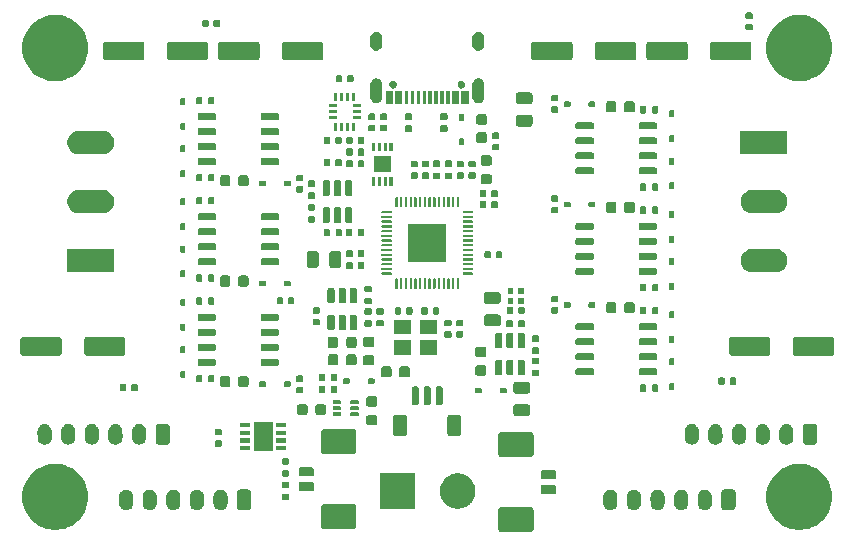
<source format=gbr>
%TF.GenerationSoftware,KiCad,Pcbnew,8.0.2*%
%TF.CreationDate,2024-05-05T14:41:11+02:00*%
%TF.ProjectId,motor_unicorn,6d6f746f-725f-4756-9e69-636f726e2e6b,rev?*%
%TF.SameCoordinates,Original*%
%TF.FileFunction,Soldermask,Top*%
%TF.FilePolarity,Negative*%
%FSLAX46Y46*%
G04 Gerber Fmt 4.6, Leading zero omitted, Abs format (unit mm)*
G04 Created by KiCad (PCBNEW 8.0.2) date 2024-05-05 14:41:11*
%MOMM*%
%LPD*%
G01*
G04 APERTURE LIST*
G04 APERTURE END LIST*
G36*
X8754115Y-17375818D02*
G01*
X8805378Y-17381766D01*
X8822892Y-17389499D01*
X8845670Y-17394030D01*
X8870054Y-17410323D01*
X8890788Y-17419478D01*
X8904950Y-17433640D01*
X8926776Y-17448224D01*
X8941359Y-17470049D01*
X8955521Y-17484211D01*
X8964675Y-17504943D01*
X8980970Y-17529330D01*
X8985500Y-17552108D01*
X8993233Y-17569621D01*
X8999182Y-17620898D01*
X8999999Y-17625002D01*
X8999999Y-17627932D01*
X9000000Y-17627941D01*
X9000000Y-18536583D01*
X9000000Y-19224999D01*
X8999180Y-19229116D01*
X8993233Y-19280378D01*
X8985501Y-19297888D01*
X8980970Y-19320670D01*
X8964673Y-19345058D01*
X8955521Y-19365788D01*
X8941361Y-19379947D01*
X8926776Y-19401776D01*
X8904947Y-19416361D01*
X8890788Y-19430521D01*
X8870058Y-19439673D01*
X8845670Y-19455970D01*
X8822889Y-19460501D01*
X8805378Y-19468233D01*
X8754102Y-19474182D01*
X8749998Y-19474999D01*
X8747066Y-19474999D01*
X8747058Y-19475000D01*
X6252942Y-19475000D01*
X6252941Y-19474999D01*
X6250001Y-19475000D01*
X6245883Y-19474181D01*
X6194621Y-19468233D01*
X6177110Y-19460501D01*
X6154330Y-19455970D01*
X6129943Y-19439675D01*
X6109211Y-19430521D01*
X6095049Y-19416359D01*
X6073224Y-19401776D01*
X6058640Y-19379950D01*
X6044478Y-19365788D01*
X6035323Y-19345054D01*
X6019030Y-19320670D01*
X6014499Y-19297893D01*
X6006766Y-19280378D01*
X6000817Y-19229101D01*
X6000001Y-19224998D01*
X6000000Y-19222066D01*
X6000000Y-19222058D01*
X6000000Y-17627941D01*
X6000000Y-17627940D01*
X6000000Y-17625001D01*
X6000818Y-17620886D01*
X6006766Y-17569621D01*
X6014499Y-17552105D01*
X6019030Y-17529330D01*
X6035321Y-17504947D01*
X6044478Y-17484211D01*
X6058642Y-17470046D01*
X6073224Y-17448224D01*
X6095046Y-17433642D01*
X6109211Y-17419478D01*
X6129947Y-17410321D01*
X6154330Y-17394030D01*
X6177104Y-17389500D01*
X6194621Y-17381766D01*
X6245898Y-17375817D01*
X6250002Y-17375001D01*
X6252933Y-17375000D01*
X6252942Y-17375000D01*
X8747058Y-17375000D01*
X8749999Y-17375000D01*
X8754115Y-17375818D01*
G37*
G36*
X-31013785Y-13742538D02*
G01*
X-30696951Y-13817629D01*
X-30390977Y-13928995D01*
X-30100000Y-14075129D01*
X-29827956Y-14254055D01*
X-29578523Y-14463354D01*
X-29355076Y-14700195D01*
X-29160634Y-14961375D01*
X-28997829Y-15243362D01*
X-28868861Y-15542344D01*
X-28775474Y-15854276D01*
X-28718933Y-16174940D01*
X-28700000Y-16500000D01*
X-28718933Y-16825060D01*
X-28775474Y-17145724D01*
X-28868861Y-17457656D01*
X-28997829Y-17756638D01*
X-29160634Y-18038625D01*
X-29355076Y-18299805D01*
X-29578523Y-18536646D01*
X-29827956Y-18745945D01*
X-30100000Y-18924871D01*
X-30390977Y-19071005D01*
X-30696951Y-19182371D01*
X-31013785Y-19257462D01*
X-31337194Y-19295263D01*
X-31662806Y-19295263D01*
X-31986215Y-19257462D01*
X-32303049Y-19182371D01*
X-32609023Y-19071005D01*
X-32900000Y-18924871D01*
X-33172044Y-18745945D01*
X-33421477Y-18536646D01*
X-33644924Y-18299805D01*
X-33839366Y-18038625D01*
X-34002171Y-17756638D01*
X-34131139Y-17457656D01*
X-34224526Y-17145724D01*
X-34281067Y-16825060D01*
X-34300000Y-16500000D01*
X-34281067Y-16174940D01*
X-34224526Y-15854276D01*
X-34131139Y-15542344D01*
X-34002171Y-15243362D01*
X-33839366Y-14961375D01*
X-33644924Y-14700195D01*
X-33421477Y-14463354D01*
X-33172044Y-14254055D01*
X-32900000Y-14075129D01*
X-32609023Y-13928995D01*
X-32303049Y-13817629D01*
X-31986215Y-13742538D01*
X-31662806Y-13704737D01*
X-31337194Y-13704737D01*
X-31013785Y-13742538D01*
G37*
G36*
X31986215Y-13742538D02*
G01*
X32303049Y-13817629D01*
X32609023Y-13928995D01*
X32900000Y-14075129D01*
X33172044Y-14254055D01*
X33421477Y-14463354D01*
X33644924Y-14700195D01*
X33839366Y-14961375D01*
X34002171Y-15243362D01*
X34131139Y-15542344D01*
X34224526Y-15854276D01*
X34281067Y-16174940D01*
X34300000Y-16500000D01*
X34281067Y-16825060D01*
X34224526Y-17145724D01*
X34131139Y-17457656D01*
X34002171Y-17756638D01*
X33839366Y-18038625D01*
X33644924Y-18299805D01*
X33421477Y-18536646D01*
X33172044Y-18745945D01*
X32900000Y-18924871D01*
X32609023Y-19071005D01*
X32303049Y-19182371D01*
X31986215Y-19257462D01*
X31662806Y-19295263D01*
X31337194Y-19295263D01*
X31013785Y-19257462D01*
X30696951Y-19182371D01*
X30390977Y-19071005D01*
X30100000Y-18924871D01*
X29827956Y-18745945D01*
X29578523Y-18536646D01*
X29355076Y-18299805D01*
X29160634Y-18038625D01*
X28997829Y-17756638D01*
X28868861Y-17457656D01*
X28775474Y-17145724D01*
X28718933Y-16825060D01*
X28700000Y-16500000D01*
X28718933Y-16174940D01*
X28775474Y-15854276D01*
X28868861Y-15542344D01*
X28997829Y-15243362D01*
X29160634Y-14961375D01*
X29355076Y-14700195D01*
X29578523Y-14463354D01*
X29827956Y-14254055D01*
X30100000Y-14075129D01*
X30390977Y-13928995D01*
X30696951Y-13817629D01*
X31013785Y-13742538D01*
X31337194Y-13704737D01*
X31662806Y-13704737D01*
X31986215Y-13742538D01*
G37*
G36*
X-6245885Y-17125818D02*
G01*
X-6194621Y-17131766D01*
X-6177105Y-17139499D01*
X-6154330Y-17144030D01*
X-6129947Y-17160321D01*
X-6109211Y-17169478D01*
X-6095046Y-17183642D01*
X-6073224Y-17198224D01*
X-6058642Y-17220046D01*
X-6044478Y-17234211D01*
X-6035321Y-17254947D01*
X-6019030Y-17279330D01*
X-6014500Y-17302104D01*
X-6006766Y-17319621D01*
X-6000816Y-17370900D01*
X-6000001Y-17375002D01*
X-6000000Y-17377932D01*
X-6000000Y-17377941D01*
X-6000000Y-18175573D01*
X-6000000Y-18974999D01*
X-6000818Y-18979115D01*
X-6006766Y-19030378D01*
X-6014499Y-19047892D01*
X-6019030Y-19070670D01*
X-6035323Y-19095054D01*
X-6044478Y-19115788D01*
X-6058640Y-19129950D01*
X-6073224Y-19151776D01*
X-6095049Y-19166359D01*
X-6109211Y-19180521D01*
X-6129943Y-19189675D01*
X-6154330Y-19205970D01*
X-6177108Y-19210500D01*
X-6194621Y-19218233D01*
X-6245897Y-19224182D01*
X-6250002Y-19224999D01*
X-6252933Y-19224999D01*
X-6252942Y-19225000D01*
X-8747058Y-19225000D01*
X-8747058Y-19224999D01*
X-8749999Y-19225000D01*
X-8754116Y-19224180D01*
X-8805378Y-19218233D01*
X-8822888Y-19210501D01*
X-8845670Y-19205970D01*
X-8870058Y-19189673D01*
X-8890788Y-19180521D01*
X-8904947Y-19166361D01*
X-8926776Y-19151776D01*
X-8941361Y-19129947D01*
X-8955521Y-19115788D01*
X-8964673Y-19095058D01*
X-8980970Y-19070670D01*
X-8985501Y-19047889D01*
X-8993233Y-19030378D01*
X-8999182Y-18979102D01*
X-8999999Y-18974998D01*
X-8999999Y-18972066D01*
X-9000000Y-18972058D01*
X-9000000Y-17377941D01*
X-8999999Y-17377940D01*
X-9000000Y-17375001D01*
X-8999181Y-17370884D01*
X-8993233Y-17319621D01*
X-8985501Y-17302110D01*
X-8980970Y-17279330D01*
X-8964675Y-17254943D01*
X-8955521Y-17234211D01*
X-8941359Y-17220049D01*
X-8926776Y-17198224D01*
X-8904950Y-17183640D01*
X-8890788Y-17169478D01*
X-8870054Y-17160323D01*
X-8845670Y-17144030D01*
X-8822893Y-17139499D01*
X-8805378Y-17131766D01*
X-8754101Y-17125817D01*
X-8749998Y-17125001D01*
X-8747066Y-17125000D01*
X-8747058Y-17125000D01*
X-6252942Y-17125000D01*
X-6252941Y-17125000D01*
X-6250001Y-17125000D01*
X-6245885Y-17125818D01*
G37*
G36*
X-15145885Y-15875818D02*
G01*
X-15094620Y-15881766D01*
X-15077105Y-15889499D01*
X-15054329Y-15894030D01*
X-15029944Y-15910323D01*
X-15009211Y-15919478D01*
X-14995050Y-15933638D01*
X-14973223Y-15948223D01*
X-14958638Y-15970050D01*
X-14944478Y-15984211D01*
X-14935323Y-16004944D01*
X-14919030Y-16029329D01*
X-14914499Y-16052105D01*
X-14906766Y-16069620D01*
X-14900818Y-16120884D01*
X-14900000Y-16125000D01*
X-14900000Y-17375000D01*
X-14900818Y-17379116D01*
X-14906766Y-17430379D01*
X-14914499Y-17447892D01*
X-14919030Y-17470671D01*
X-14935324Y-17495057D01*
X-14944478Y-17515788D01*
X-14958636Y-17529946D01*
X-14973223Y-17551777D01*
X-14995053Y-17566363D01*
X-15009211Y-17580521D01*
X-15029939Y-17589673D01*
X-15054329Y-17605970D01*
X-15077109Y-17610501D01*
X-15094620Y-17618233D01*
X-15145872Y-17624178D01*
X-15150000Y-17625000D01*
X-15850000Y-17625000D01*
X-15854128Y-17624178D01*
X-15905379Y-17618233D01*
X-15922888Y-17610501D01*
X-15945671Y-17605970D01*
X-15970062Y-17589672D01*
X-15990788Y-17580521D01*
X-16004943Y-17566365D01*
X-16026777Y-17551777D01*
X-16041365Y-17529943D01*
X-16055521Y-17515788D01*
X-16064672Y-17495062D01*
X-16080970Y-17470671D01*
X-16085501Y-17447888D01*
X-16093233Y-17430379D01*
X-16099178Y-17379129D01*
X-16100000Y-17375000D01*
X-16100000Y-16125000D01*
X-16099179Y-16120873D01*
X-16093233Y-16069620D01*
X-16085501Y-16052109D01*
X-16080970Y-16029329D01*
X-16064673Y-16004939D01*
X-16055521Y-15984211D01*
X-16041363Y-15970053D01*
X-16026777Y-15948223D01*
X-16004946Y-15933636D01*
X-15990788Y-15919478D01*
X-15970057Y-15910324D01*
X-15945671Y-15894030D01*
X-15922892Y-15889499D01*
X-15905379Y-15881766D01*
X-15854117Y-15875818D01*
X-15850000Y-15875000D01*
X-15150000Y-15875000D01*
X-15145885Y-15875818D01*
G37*
G36*
X25854116Y-15875818D02*
G01*
X25905379Y-15881766D01*
X25922892Y-15889499D01*
X25945671Y-15894030D01*
X25970057Y-15910324D01*
X25990788Y-15919478D01*
X26004946Y-15933636D01*
X26026777Y-15948223D01*
X26041363Y-15970053D01*
X26055521Y-15984211D01*
X26064673Y-16004939D01*
X26080970Y-16029329D01*
X26085501Y-16052109D01*
X26093233Y-16069620D01*
X26099178Y-16120872D01*
X26100000Y-16125000D01*
X26100000Y-17375000D01*
X26099178Y-17379128D01*
X26093233Y-17430379D01*
X26085501Y-17447888D01*
X26080970Y-17470671D01*
X26064672Y-17495062D01*
X26055521Y-17515788D01*
X26041365Y-17529943D01*
X26026777Y-17551777D01*
X26004943Y-17566365D01*
X25990788Y-17580521D01*
X25970062Y-17589672D01*
X25945671Y-17605970D01*
X25922888Y-17610501D01*
X25905379Y-17618233D01*
X25854129Y-17624178D01*
X25850000Y-17625000D01*
X25150000Y-17625000D01*
X25145873Y-17624179D01*
X25094620Y-17618233D01*
X25077109Y-17610501D01*
X25054329Y-17605970D01*
X25029939Y-17589673D01*
X25009211Y-17580521D01*
X24995053Y-17566363D01*
X24973223Y-17551777D01*
X24958636Y-17529946D01*
X24944478Y-17515788D01*
X24935324Y-17495057D01*
X24919030Y-17470671D01*
X24914499Y-17447892D01*
X24906766Y-17430379D01*
X24900818Y-17379117D01*
X24900000Y-17375000D01*
X24900000Y-16125000D01*
X24900818Y-16120885D01*
X24906766Y-16069620D01*
X24914499Y-16052105D01*
X24919030Y-16029329D01*
X24935323Y-16004944D01*
X24944478Y-15984211D01*
X24958638Y-15970050D01*
X24973223Y-15948223D01*
X24995050Y-15933638D01*
X25009211Y-15919478D01*
X25029944Y-15910323D01*
X25054329Y-15894030D01*
X25077105Y-15889499D01*
X25094620Y-15881766D01*
X25145884Y-15875818D01*
X25150000Y-15875000D01*
X25850000Y-15875000D01*
X25854116Y-15875818D01*
G37*
G36*
X-25431164Y-15880133D02*
G01*
X-25421684Y-15880133D01*
X-25394377Y-15887449D01*
X-25325899Y-15901070D01*
X-25293573Y-15914459D01*
X-25270390Y-15920672D01*
X-25249600Y-15932674D01*
X-25217277Y-15946064D01*
X-25159222Y-15984854D01*
X-25134743Y-15998988D01*
X-25128042Y-16005688D01*
X-25119517Y-16011385D01*
X-25036385Y-16094517D01*
X-25030688Y-16103042D01*
X-25023988Y-16109743D01*
X-25009854Y-16134222D01*
X-24971064Y-16192277D01*
X-24957674Y-16224600D01*
X-24945672Y-16245390D01*
X-24939459Y-16268573D01*
X-24926070Y-16300899D01*
X-24912449Y-16369378D01*
X-24905133Y-16396684D01*
X-24905052Y-16406569D01*
X-24903108Y-16416344D01*
X-24900006Y-17023872D01*
X-24900008Y-17023928D01*
X-24900000Y-17025000D01*
X-24900245Y-17028741D01*
X-24902889Y-17082555D01*
X-24904206Y-17089178D01*
X-24905133Y-17103316D01*
X-24912449Y-17130622D01*
X-24926070Y-17199100D01*
X-24939459Y-17231423D01*
X-24945672Y-17254610D01*
X-24957676Y-17275401D01*
X-24971064Y-17307722D01*
X-25009850Y-17365770D01*
X-25023988Y-17390257D01*
X-25030690Y-17396959D01*
X-25036385Y-17405482D01*
X-25119517Y-17488614D01*
X-25128039Y-17494308D01*
X-25134743Y-17501012D01*
X-25159233Y-17515151D01*
X-25217277Y-17553935D01*
X-25249594Y-17567321D01*
X-25270390Y-17579328D01*
X-25293580Y-17585541D01*
X-25325899Y-17598929D01*
X-25394371Y-17612548D01*
X-25421684Y-17619867D01*
X-25431164Y-17619867D01*
X-25441214Y-17621866D01*
X-25558786Y-17621866D01*
X-25568836Y-17619867D01*
X-25578316Y-17619867D01*
X-25605629Y-17612548D01*
X-25674100Y-17598929D01*
X-25706416Y-17585542D01*
X-25729610Y-17579328D01*
X-25750407Y-17567320D01*
X-25782722Y-17553935D01*
X-25840759Y-17515155D01*
X-25865257Y-17501012D01*
X-25871962Y-17494306D01*
X-25880482Y-17488614D01*
X-25963614Y-17405482D01*
X-25969306Y-17396962D01*
X-25976012Y-17390257D01*
X-25990155Y-17365759D01*
X-26028935Y-17307722D01*
X-26042320Y-17275407D01*
X-26054328Y-17254610D01*
X-26060542Y-17231416D01*
X-26073929Y-17199100D01*
X-26087546Y-17130638D01*
X-26094867Y-17103316D01*
X-26094947Y-17093424D01*
X-26096891Y-17083655D01*
X-26099993Y-16476127D01*
X-26099991Y-16476088D01*
X-26100000Y-16475000D01*
X-26099750Y-16471200D01*
X-26097110Y-16417444D01*
X-26095794Y-16410827D01*
X-26094867Y-16396684D01*
X-26087547Y-16369366D01*
X-26073929Y-16300899D01*
X-26060541Y-16268580D01*
X-26054328Y-16245390D01*
X-26042321Y-16224594D01*
X-26028935Y-16192277D01*
X-25990151Y-16134233D01*
X-25976012Y-16109743D01*
X-25969308Y-16103039D01*
X-25963614Y-16094517D01*
X-25880482Y-16011385D01*
X-25871959Y-16005690D01*
X-25865257Y-15998988D01*
X-25840770Y-15984850D01*
X-25782722Y-15946064D01*
X-25750401Y-15932676D01*
X-25729610Y-15920672D01*
X-25706423Y-15914459D01*
X-25674100Y-15901070D01*
X-25605623Y-15887449D01*
X-25578316Y-15880133D01*
X-25568836Y-15880133D01*
X-25558786Y-15878134D01*
X-25441214Y-15878134D01*
X-25431164Y-15880133D01*
G37*
G36*
X-23431164Y-15880133D02*
G01*
X-23421684Y-15880133D01*
X-23394377Y-15887449D01*
X-23325899Y-15901070D01*
X-23293573Y-15914459D01*
X-23270390Y-15920672D01*
X-23249600Y-15932674D01*
X-23217277Y-15946064D01*
X-23159222Y-15984854D01*
X-23134743Y-15998988D01*
X-23128042Y-16005688D01*
X-23119517Y-16011385D01*
X-23036385Y-16094517D01*
X-23030688Y-16103042D01*
X-23023988Y-16109743D01*
X-23009854Y-16134222D01*
X-22971064Y-16192277D01*
X-22957674Y-16224600D01*
X-22945672Y-16245390D01*
X-22939459Y-16268573D01*
X-22926070Y-16300899D01*
X-22912449Y-16369378D01*
X-22905133Y-16396684D01*
X-22905052Y-16406569D01*
X-22903108Y-16416344D01*
X-22900006Y-17023872D01*
X-22900008Y-17023928D01*
X-22900000Y-17025000D01*
X-22900245Y-17028741D01*
X-22902889Y-17082555D01*
X-22904206Y-17089178D01*
X-22905133Y-17103316D01*
X-22912449Y-17130622D01*
X-22926070Y-17199100D01*
X-22939459Y-17231423D01*
X-22945672Y-17254610D01*
X-22957676Y-17275401D01*
X-22971064Y-17307722D01*
X-23009850Y-17365770D01*
X-23023988Y-17390257D01*
X-23030690Y-17396959D01*
X-23036385Y-17405482D01*
X-23119517Y-17488614D01*
X-23128039Y-17494308D01*
X-23134743Y-17501012D01*
X-23159233Y-17515151D01*
X-23217277Y-17553935D01*
X-23249594Y-17567321D01*
X-23270390Y-17579328D01*
X-23293580Y-17585541D01*
X-23325899Y-17598929D01*
X-23394371Y-17612548D01*
X-23421684Y-17619867D01*
X-23431164Y-17619867D01*
X-23441214Y-17621866D01*
X-23558786Y-17621866D01*
X-23568836Y-17619867D01*
X-23578316Y-17619867D01*
X-23605629Y-17612548D01*
X-23674100Y-17598929D01*
X-23706416Y-17585542D01*
X-23729610Y-17579328D01*
X-23750407Y-17567320D01*
X-23782722Y-17553935D01*
X-23840759Y-17515155D01*
X-23865257Y-17501012D01*
X-23871962Y-17494306D01*
X-23880482Y-17488614D01*
X-23963614Y-17405482D01*
X-23969306Y-17396962D01*
X-23976012Y-17390257D01*
X-23990155Y-17365759D01*
X-24028935Y-17307722D01*
X-24042320Y-17275407D01*
X-24054328Y-17254610D01*
X-24060542Y-17231416D01*
X-24073929Y-17199100D01*
X-24087546Y-17130638D01*
X-24094867Y-17103316D01*
X-24094947Y-17093424D01*
X-24096891Y-17083655D01*
X-24099993Y-16476127D01*
X-24099991Y-16476088D01*
X-24100000Y-16475000D01*
X-24099750Y-16471200D01*
X-24097110Y-16417444D01*
X-24095794Y-16410827D01*
X-24094867Y-16396684D01*
X-24087547Y-16369366D01*
X-24073929Y-16300899D01*
X-24060541Y-16268580D01*
X-24054328Y-16245390D01*
X-24042321Y-16224594D01*
X-24028935Y-16192277D01*
X-23990151Y-16134233D01*
X-23976012Y-16109743D01*
X-23969308Y-16103039D01*
X-23963614Y-16094517D01*
X-23880482Y-16011385D01*
X-23871959Y-16005690D01*
X-23865257Y-15998988D01*
X-23840770Y-15984850D01*
X-23782722Y-15946064D01*
X-23750401Y-15932676D01*
X-23729610Y-15920672D01*
X-23706423Y-15914459D01*
X-23674100Y-15901070D01*
X-23605623Y-15887449D01*
X-23578316Y-15880133D01*
X-23568836Y-15880133D01*
X-23558786Y-15878134D01*
X-23441214Y-15878134D01*
X-23431164Y-15880133D01*
G37*
G36*
X-21431164Y-15880133D02*
G01*
X-21421684Y-15880133D01*
X-21394377Y-15887449D01*
X-21325899Y-15901070D01*
X-21293573Y-15914459D01*
X-21270390Y-15920672D01*
X-21249600Y-15932674D01*
X-21217277Y-15946064D01*
X-21159222Y-15984854D01*
X-21134743Y-15998988D01*
X-21128042Y-16005688D01*
X-21119517Y-16011385D01*
X-21036385Y-16094517D01*
X-21030688Y-16103042D01*
X-21023988Y-16109743D01*
X-21009854Y-16134222D01*
X-20971064Y-16192277D01*
X-20957674Y-16224600D01*
X-20945672Y-16245390D01*
X-20939459Y-16268573D01*
X-20926070Y-16300899D01*
X-20912449Y-16369378D01*
X-20905133Y-16396684D01*
X-20905052Y-16406569D01*
X-20903108Y-16416344D01*
X-20900006Y-17023872D01*
X-20900008Y-17023928D01*
X-20900000Y-17025000D01*
X-20900245Y-17028741D01*
X-20902889Y-17082555D01*
X-20904206Y-17089178D01*
X-20905133Y-17103316D01*
X-20912449Y-17130622D01*
X-20926070Y-17199100D01*
X-20939459Y-17231423D01*
X-20945672Y-17254610D01*
X-20957676Y-17275401D01*
X-20971064Y-17307722D01*
X-21009850Y-17365770D01*
X-21023988Y-17390257D01*
X-21030690Y-17396959D01*
X-21036385Y-17405482D01*
X-21119517Y-17488614D01*
X-21128039Y-17494308D01*
X-21134743Y-17501012D01*
X-21159233Y-17515151D01*
X-21217277Y-17553935D01*
X-21249594Y-17567321D01*
X-21270390Y-17579328D01*
X-21293580Y-17585541D01*
X-21325899Y-17598929D01*
X-21394371Y-17612548D01*
X-21421684Y-17619867D01*
X-21431164Y-17619867D01*
X-21441214Y-17621866D01*
X-21558786Y-17621866D01*
X-21568836Y-17619867D01*
X-21578316Y-17619867D01*
X-21605629Y-17612548D01*
X-21674100Y-17598929D01*
X-21706416Y-17585542D01*
X-21729610Y-17579328D01*
X-21750407Y-17567320D01*
X-21782722Y-17553935D01*
X-21840759Y-17515155D01*
X-21865257Y-17501012D01*
X-21871962Y-17494306D01*
X-21880482Y-17488614D01*
X-21963614Y-17405482D01*
X-21969306Y-17396962D01*
X-21976012Y-17390257D01*
X-21990155Y-17365759D01*
X-22028935Y-17307722D01*
X-22042320Y-17275407D01*
X-22054328Y-17254610D01*
X-22060542Y-17231416D01*
X-22073929Y-17199100D01*
X-22087546Y-17130638D01*
X-22094867Y-17103316D01*
X-22094947Y-17093424D01*
X-22096891Y-17083655D01*
X-22099993Y-16476127D01*
X-22099991Y-16476088D01*
X-22100000Y-16475000D01*
X-22099750Y-16471200D01*
X-22097110Y-16417444D01*
X-22095794Y-16410827D01*
X-22094867Y-16396684D01*
X-22087547Y-16369366D01*
X-22073929Y-16300899D01*
X-22060541Y-16268580D01*
X-22054328Y-16245390D01*
X-22042321Y-16224594D01*
X-22028935Y-16192277D01*
X-21990151Y-16134233D01*
X-21976012Y-16109743D01*
X-21969308Y-16103039D01*
X-21963614Y-16094517D01*
X-21880482Y-16011385D01*
X-21871959Y-16005690D01*
X-21865257Y-15998988D01*
X-21840770Y-15984850D01*
X-21782722Y-15946064D01*
X-21750401Y-15932676D01*
X-21729610Y-15920672D01*
X-21706423Y-15914459D01*
X-21674100Y-15901070D01*
X-21605623Y-15887449D01*
X-21578316Y-15880133D01*
X-21568836Y-15880133D01*
X-21558786Y-15878134D01*
X-21441214Y-15878134D01*
X-21431164Y-15880133D01*
G37*
G36*
X-19431164Y-15880133D02*
G01*
X-19421684Y-15880133D01*
X-19394377Y-15887449D01*
X-19325899Y-15901070D01*
X-19293573Y-15914459D01*
X-19270390Y-15920672D01*
X-19249600Y-15932674D01*
X-19217277Y-15946064D01*
X-19159222Y-15984854D01*
X-19134743Y-15998988D01*
X-19128042Y-16005688D01*
X-19119517Y-16011385D01*
X-19036385Y-16094517D01*
X-19030688Y-16103042D01*
X-19023988Y-16109743D01*
X-19009854Y-16134222D01*
X-18971064Y-16192277D01*
X-18957674Y-16224600D01*
X-18945672Y-16245390D01*
X-18939459Y-16268573D01*
X-18926070Y-16300899D01*
X-18912449Y-16369378D01*
X-18905133Y-16396684D01*
X-18905052Y-16406569D01*
X-18903108Y-16416344D01*
X-18900006Y-17023872D01*
X-18900008Y-17023928D01*
X-18900000Y-17025000D01*
X-18900245Y-17028741D01*
X-18902889Y-17082555D01*
X-18904206Y-17089178D01*
X-18905133Y-17103316D01*
X-18912449Y-17130622D01*
X-18926070Y-17199100D01*
X-18939459Y-17231423D01*
X-18945672Y-17254610D01*
X-18957676Y-17275401D01*
X-18971064Y-17307722D01*
X-19009850Y-17365770D01*
X-19023988Y-17390257D01*
X-19030690Y-17396959D01*
X-19036385Y-17405482D01*
X-19119517Y-17488614D01*
X-19128039Y-17494308D01*
X-19134743Y-17501012D01*
X-19159233Y-17515151D01*
X-19217277Y-17553935D01*
X-19249594Y-17567321D01*
X-19270390Y-17579328D01*
X-19293580Y-17585541D01*
X-19325899Y-17598929D01*
X-19394371Y-17612548D01*
X-19421684Y-17619867D01*
X-19431164Y-17619867D01*
X-19441214Y-17621866D01*
X-19558786Y-17621866D01*
X-19568836Y-17619867D01*
X-19578316Y-17619867D01*
X-19605629Y-17612548D01*
X-19674100Y-17598929D01*
X-19706416Y-17585542D01*
X-19729610Y-17579328D01*
X-19750407Y-17567320D01*
X-19782722Y-17553935D01*
X-19840759Y-17515155D01*
X-19865257Y-17501012D01*
X-19871962Y-17494306D01*
X-19880482Y-17488614D01*
X-19963614Y-17405482D01*
X-19969306Y-17396962D01*
X-19976012Y-17390257D01*
X-19990155Y-17365759D01*
X-20028935Y-17307722D01*
X-20042320Y-17275407D01*
X-20054328Y-17254610D01*
X-20060542Y-17231416D01*
X-20073929Y-17199100D01*
X-20087546Y-17130638D01*
X-20094867Y-17103316D01*
X-20094947Y-17093424D01*
X-20096891Y-17083655D01*
X-20099993Y-16476127D01*
X-20099991Y-16476088D01*
X-20100000Y-16475000D01*
X-20099750Y-16471200D01*
X-20097110Y-16417444D01*
X-20095794Y-16410827D01*
X-20094867Y-16396684D01*
X-20087547Y-16369366D01*
X-20073929Y-16300899D01*
X-20060541Y-16268580D01*
X-20054328Y-16245390D01*
X-20042321Y-16224594D01*
X-20028935Y-16192277D01*
X-19990151Y-16134233D01*
X-19976012Y-16109743D01*
X-19969308Y-16103039D01*
X-19963614Y-16094517D01*
X-19880482Y-16011385D01*
X-19871959Y-16005690D01*
X-19865257Y-15998988D01*
X-19840770Y-15984850D01*
X-19782722Y-15946064D01*
X-19750401Y-15932676D01*
X-19729610Y-15920672D01*
X-19706423Y-15914459D01*
X-19674100Y-15901070D01*
X-19605623Y-15887449D01*
X-19578316Y-15880133D01*
X-19568836Y-15880133D01*
X-19558786Y-15878134D01*
X-19441214Y-15878134D01*
X-19431164Y-15880133D01*
G37*
G36*
X-17431164Y-15880133D02*
G01*
X-17421684Y-15880133D01*
X-17394377Y-15887449D01*
X-17325899Y-15901070D01*
X-17293573Y-15914459D01*
X-17270390Y-15920672D01*
X-17249600Y-15932674D01*
X-17217277Y-15946064D01*
X-17159222Y-15984854D01*
X-17134743Y-15998988D01*
X-17128042Y-16005688D01*
X-17119517Y-16011385D01*
X-17036385Y-16094517D01*
X-17030688Y-16103042D01*
X-17023988Y-16109743D01*
X-17009854Y-16134222D01*
X-16971064Y-16192277D01*
X-16957674Y-16224600D01*
X-16945672Y-16245390D01*
X-16939459Y-16268573D01*
X-16926070Y-16300899D01*
X-16912449Y-16369378D01*
X-16905133Y-16396684D01*
X-16905052Y-16406569D01*
X-16903108Y-16416344D01*
X-16900006Y-17023872D01*
X-16900008Y-17023928D01*
X-16900000Y-17025000D01*
X-16900245Y-17028741D01*
X-16902889Y-17082555D01*
X-16904206Y-17089178D01*
X-16905133Y-17103316D01*
X-16912449Y-17130622D01*
X-16926070Y-17199100D01*
X-16939459Y-17231423D01*
X-16945672Y-17254610D01*
X-16957676Y-17275401D01*
X-16971064Y-17307722D01*
X-17009850Y-17365770D01*
X-17023988Y-17390257D01*
X-17030690Y-17396959D01*
X-17036385Y-17405482D01*
X-17119517Y-17488614D01*
X-17128039Y-17494308D01*
X-17134743Y-17501012D01*
X-17159233Y-17515151D01*
X-17217277Y-17553935D01*
X-17249594Y-17567321D01*
X-17270390Y-17579328D01*
X-17293580Y-17585541D01*
X-17325899Y-17598929D01*
X-17394371Y-17612548D01*
X-17421684Y-17619867D01*
X-17431164Y-17619867D01*
X-17441214Y-17621866D01*
X-17558786Y-17621866D01*
X-17568836Y-17619867D01*
X-17578316Y-17619867D01*
X-17605629Y-17612548D01*
X-17674100Y-17598929D01*
X-17706416Y-17585542D01*
X-17729610Y-17579328D01*
X-17750407Y-17567320D01*
X-17782722Y-17553935D01*
X-17840759Y-17515155D01*
X-17865257Y-17501012D01*
X-17871962Y-17494306D01*
X-17880482Y-17488614D01*
X-17963614Y-17405482D01*
X-17969306Y-17396962D01*
X-17976012Y-17390257D01*
X-17990155Y-17365759D01*
X-18028935Y-17307722D01*
X-18042320Y-17275407D01*
X-18054328Y-17254610D01*
X-18060542Y-17231416D01*
X-18073929Y-17199100D01*
X-18087546Y-17130638D01*
X-18094867Y-17103316D01*
X-18094947Y-17093424D01*
X-18096891Y-17083655D01*
X-18099993Y-16476127D01*
X-18099991Y-16476088D01*
X-18100000Y-16475000D01*
X-18099750Y-16471200D01*
X-18097110Y-16417444D01*
X-18095794Y-16410827D01*
X-18094867Y-16396684D01*
X-18087547Y-16369366D01*
X-18073929Y-16300899D01*
X-18060541Y-16268580D01*
X-18054328Y-16245390D01*
X-18042321Y-16224594D01*
X-18028935Y-16192277D01*
X-17990151Y-16134233D01*
X-17976012Y-16109743D01*
X-17969308Y-16103039D01*
X-17963614Y-16094517D01*
X-17880482Y-16011385D01*
X-17871959Y-16005690D01*
X-17865257Y-15998988D01*
X-17840770Y-15984850D01*
X-17782722Y-15946064D01*
X-17750401Y-15932676D01*
X-17729610Y-15920672D01*
X-17706423Y-15914459D01*
X-17674100Y-15901070D01*
X-17605623Y-15887449D01*
X-17578316Y-15880133D01*
X-17568836Y-15880133D01*
X-17558786Y-15878134D01*
X-17441214Y-15878134D01*
X-17431164Y-15880133D01*
G37*
G36*
X15568836Y-15880133D02*
G01*
X15578316Y-15880133D01*
X15605623Y-15887449D01*
X15674100Y-15901070D01*
X15706423Y-15914459D01*
X15729610Y-15920672D01*
X15750401Y-15932676D01*
X15782722Y-15946064D01*
X15840770Y-15984850D01*
X15865257Y-15998988D01*
X15871959Y-16005690D01*
X15880482Y-16011385D01*
X15963614Y-16094517D01*
X15969308Y-16103039D01*
X15976012Y-16109743D01*
X15990151Y-16134233D01*
X16028935Y-16192277D01*
X16042321Y-16224594D01*
X16054328Y-16245390D01*
X16060541Y-16268580D01*
X16073929Y-16300899D01*
X16087546Y-16369364D01*
X16094867Y-16396684D01*
X16094947Y-16406574D01*
X16096891Y-16416344D01*
X16099993Y-17023872D01*
X16099991Y-17023910D01*
X16100000Y-17025000D01*
X16099750Y-17028802D01*
X16097110Y-17082555D01*
X16095794Y-17089170D01*
X16094867Y-17103316D01*
X16087546Y-17130636D01*
X16073929Y-17199100D01*
X16060542Y-17231416D01*
X16054328Y-17254610D01*
X16042320Y-17275407D01*
X16028935Y-17307722D01*
X15990155Y-17365759D01*
X15976012Y-17390257D01*
X15969306Y-17396962D01*
X15963614Y-17405482D01*
X15880482Y-17488614D01*
X15871962Y-17494306D01*
X15865257Y-17501012D01*
X15840759Y-17515155D01*
X15782722Y-17553935D01*
X15750407Y-17567320D01*
X15729610Y-17579328D01*
X15706416Y-17585542D01*
X15674100Y-17598929D01*
X15605629Y-17612548D01*
X15578316Y-17619867D01*
X15568836Y-17619867D01*
X15558786Y-17621866D01*
X15441214Y-17621866D01*
X15431164Y-17619867D01*
X15421684Y-17619867D01*
X15394371Y-17612548D01*
X15325899Y-17598929D01*
X15293580Y-17585541D01*
X15270390Y-17579328D01*
X15249594Y-17567321D01*
X15217277Y-17553935D01*
X15159233Y-17515151D01*
X15134743Y-17501012D01*
X15128039Y-17494308D01*
X15119517Y-17488614D01*
X15036385Y-17405482D01*
X15030690Y-17396959D01*
X15023988Y-17390257D01*
X15009850Y-17365770D01*
X14971064Y-17307722D01*
X14957676Y-17275401D01*
X14945672Y-17254610D01*
X14939459Y-17231423D01*
X14926070Y-17199100D01*
X14912450Y-17130623D01*
X14905133Y-17103316D01*
X14905052Y-17093429D01*
X14903108Y-17083655D01*
X14900006Y-16476127D01*
X14900008Y-16476071D01*
X14900000Y-16475000D01*
X14900245Y-16471261D01*
X14902889Y-16417444D01*
X14904206Y-16410820D01*
X14905133Y-16396684D01*
X14912448Y-16369380D01*
X14926070Y-16300899D01*
X14939459Y-16268573D01*
X14945672Y-16245390D01*
X14957674Y-16224600D01*
X14971064Y-16192277D01*
X15009854Y-16134222D01*
X15023988Y-16109743D01*
X15030688Y-16103042D01*
X15036385Y-16094517D01*
X15119517Y-16011385D01*
X15128042Y-16005688D01*
X15134743Y-15998988D01*
X15159222Y-15984854D01*
X15217277Y-15946064D01*
X15249600Y-15932674D01*
X15270390Y-15920672D01*
X15293573Y-15914459D01*
X15325899Y-15901070D01*
X15394377Y-15887449D01*
X15421684Y-15880133D01*
X15431164Y-15880133D01*
X15441214Y-15878134D01*
X15558786Y-15878134D01*
X15568836Y-15880133D01*
G37*
G36*
X17568836Y-15880133D02*
G01*
X17578316Y-15880133D01*
X17605623Y-15887449D01*
X17674100Y-15901070D01*
X17706423Y-15914459D01*
X17729610Y-15920672D01*
X17750401Y-15932676D01*
X17782722Y-15946064D01*
X17840770Y-15984850D01*
X17865257Y-15998988D01*
X17871959Y-16005690D01*
X17880482Y-16011385D01*
X17963614Y-16094517D01*
X17969308Y-16103039D01*
X17976012Y-16109743D01*
X17990151Y-16134233D01*
X18028935Y-16192277D01*
X18042321Y-16224594D01*
X18054328Y-16245390D01*
X18060541Y-16268580D01*
X18073929Y-16300899D01*
X18087546Y-16369364D01*
X18094867Y-16396684D01*
X18094947Y-16406574D01*
X18096891Y-16416344D01*
X18099993Y-17023872D01*
X18099991Y-17023910D01*
X18100000Y-17025000D01*
X18099750Y-17028802D01*
X18097110Y-17082555D01*
X18095794Y-17089170D01*
X18094867Y-17103316D01*
X18087546Y-17130636D01*
X18073929Y-17199100D01*
X18060542Y-17231416D01*
X18054328Y-17254610D01*
X18042320Y-17275407D01*
X18028935Y-17307722D01*
X17990155Y-17365759D01*
X17976012Y-17390257D01*
X17969306Y-17396962D01*
X17963614Y-17405482D01*
X17880482Y-17488614D01*
X17871962Y-17494306D01*
X17865257Y-17501012D01*
X17840759Y-17515155D01*
X17782722Y-17553935D01*
X17750407Y-17567320D01*
X17729610Y-17579328D01*
X17706416Y-17585542D01*
X17674100Y-17598929D01*
X17605629Y-17612548D01*
X17578316Y-17619867D01*
X17568836Y-17619867D01*
X17558786Y-17621866D01*
X17441214Y-17621866D01*
X17431164Y-17619867D01*
X17421684Y-17619867D01*
X17394371Y-17612548D01*
X17325899Y-17598929D01*
X17293580Y-17585541D01*
X17270390Y-17579328D01*
X17249594Y-17567321D01*
X17217277Y-17553935D01*
X17159233Y-17515151D01*
X17134743Y-17501012D01*
X17128039Y-17494308D01*
X17119517Y-17488614D01*
X17036385Y-17405482D01*
X17030690Y-17396959D01*
X17023988Y-17390257D01*
X17009850Y-17365770D01*
X16971064Y-17307722D01*
X16957676Y-17275401D01*
X16945672Y-17254610D01*
X16939459Y-17231423D01*
X16926070Y-17199100D01*
X16912450Y-17130623D01*
X16905133Y-17103316D01*
X16905052Y-17093429D01*
X16903108Y-17083655D01*
X16900006Y-16476127D01*
X16900008Y-16476071D01*
X16900000Y-16475000D01*
X16900245Y-16471261D01*
X16902889Y-16417444D01*
X16904206Y-16410820D01*
X16905133Y-16396684D01*
X16912448Y-16369380D01*
X16926070Y-16300899D01*
X16939459Y-16268573D01*
X16945672Y-16245390D01*
X16957674Y-16224600D01*
X16971064Y-16192277D01*
X17009854Y-16134222D01*
X17023988Y-16109743D01*
X17030688Y-16103042D01*
X17036385Y-16094517D01*
X17119517Y-16011385D01*
X17128042Y-16005688D01*
X17134743Y-15998988D01*
X17159222Y-15984854D01*
X17217277Y-15946064D01*
X17249600Y-15932674D01*
X17270390Y-15920672D01*
X17293573Y-15914459D01*
X17325899Y-15901070D01*
X17394377Y-15887449D01*
X17421684Y-15880133D01*
X17431164Y-15880133D01*
X17441214Y-15878134D01*
X17558786Y-15878134D01*
X17568836Y-15880133D01*
G37*
G36*
X19568836Y-15880133D02*
G01*
X19578316Y-15880133D01*
X19605623Y-15887449D01*
X19674100Y-15901070D01*
X19706423Y-15914459D01*
X19729610Y-15920672D01*
X19750401Y-15932676D01*
X19782722Y-15946064D01*
X19840770Y-15984850D01*
X19865257Y-15998988D01*
X19871959Y-16005690D01*
X19880482Y-16011385D01*
X19963614Y-16094517D01*
X19969308Y-16103039D01*
X19976012Y-16109743D01*
X19990151Y-16134233D01*
X20028935Y-16192277D01*
X20042321Y-16224594D01*
X20054328Y-16245390D01*
X20060541Y-16268580D01*
X20073929Y-16300899D01*
X20087546Y-16369364D01*
X20094867Y-16396684D01*
X20094947Y-16406574D01*
X20096891Y-16416344D01*
X20099993Y-17023872D01*
X20099991Y-17023910D01*
X20100000Y-17025000D01*
X20099750Y-17028802D01*
X20097110Y-17082555D01*
X20095794Y-17089170D01*
X20094867Y-17103316D01*
X20087546Y-17130636D01*
X20073929Y-17199100D01*
X20060542Y-17231416D01*
X20054328Y-17254610D01*
X20042320Y-17275407D01*
X20028935Y-17307722D01*
X19990155Y-17365759D01*
X19976012Y-17390257D01*
X19969306Y-17396962D01*
X19963614Y-17405482D01*
X19880482Y-17488614D01*
X19871962Y-17494306D01*
X19865257Y-17501012D01*
X19840759Y-17515155D01*
X19782722Y-17553935D01*
X19750407Y-17567320D01*
X19729610Y-17579328D01*
X19706416Y-17585542D01*
X19674100Y-17598929D01*
X19605629Y-17612548D01*
X19578316Y-17619867D01*
X19568836Y-17619867D01*
X19558786Y-17621866D01*
X19441214Y-17621866D01*
X19431164Y-17619867D01*
X19421684Y-17619867D01*
X19394371Y-17612548D01*
X19325899Y-17598929D01*
X19293580Y-17585541D01*
X19270390Y-17579328D01*
X19249594Y-17567321D01*
X19217277Y-17553935D01*
X19159233Y-17515151D01*
X19134743Y-17501012D01*
X19128039Y-17494308D01*
X19119517Y-17488614D01*
X19036385Y-17405482D01*
X19030690Y-17396959D01*
X19023988Y-17390257D01*
X19009850Y-17365770D01*
X18971064Y-17307722D01*
X18957676Y-17275401D01*
X18945672Y-17254610D01*
X18939459Y-17231423D01*
X18926070Y-17199100D01*
X18912450Y-17130623D01*
X18905133Y-17103316D01*
X18905052Y-17093429D01*
X18903108Y-17083655D01*
X18900006Y-16476127D01*
X18900008Y-16476071D01*
X18900000Y-16475000D01*
X18900245Y-16471261D01*
X18902889Y-16417444D01*
X18904206Y-16410820D01*
X18905133Y-16396684D01*
X18912448Y-16369380D01*
X18926070Y-16300899D01*
X18939459Y-16268573D01*
X18945672Y-16245390D01*
X18957674Y-16224600D01*
X18971064Y-16192277D01*
X19009854Y-16134222D01*
X19023988Y-16109743D01*
X19030688Y-16103042D01*
X19036385Y-16094517D01*
X19119517Y-16011385D01*
X19128042Y-16005688D01*
X19134743Y-15998988D01*
X19159222Y-15984854D01*
X19217277Y-15946064D01*
X19249600Y-15932674D01*
X19270390Y-15920672D01*
X19293573Y-15914459D01*
X19325899Y-15901070D01*
X19394377Y-15887449D01*
X19421684Y-15880133D01*
X19431164Y-15880133D01*
X19441214Y-15878134D01*
X19558786Y-15878134D01*
X19568836Y-15880133D01*
G37*
G36*
X21568836Y-15880133D02*
G01*
X21578316Y-15880133D01*
X21605623Y-15887449D01*
X21674100Y-15901070D01*
X21706423Y-15914459D01*
X21729610Y-15920672D01*
X21750401Y-15932676D01*
X21782722Y-15946064D01*
X21840770Y-15984850D01*
X21865257Y-15998988D01*
X21871959Y-16005690D01*
X21880482Y-16011385D01*
X21963614Y-16094517D01*
X21969308Y-16103039D01*
X21976012Y-16109743D01*
X21990151Y-16134233D01*
X22028935Y-16192277D01*
X22042321Y-16224594D01*
X22054328Y-16245390D01*
X22060541Y-16268580D01*
X22073929Y-16300899D01*
X22087546Y-16369364D01*
X22094867Y-16396684D01*
X22094947Y-16406574D01*
X22096891Y-16416344D01*
X22099993Y-17023872D01*
X22099991Y-17023910D01*
X22100000Y-17025000D01*
X22099750Y-17028802D01*
X22097110Y-17082555D01*
X22095794Y-17089170D01*
X22094867Y-17103316D01*
X22087546Y-17130636D01*
X22073929Y-17199100D01*
X22060542Y-17231416D01*
X22054328Y-17254610D01*
X22042320Y-17275407D01*
X22028935Y-17307722D01*
X21990155Y-17365759D01*
X21976012Y-17390257D01*
X21969306Y-17396962D01*
X21963614Y-17405482D01*
X21880482Y-17488614D01*
X21871962Y-17494306D01*
X21865257Y-17501012D01*
X21840759Y-17515155D01*
X21782722Y-17553935D01*
X21750407Y-17567320D01*
X21729610Y-17579328D01*
X21706416Y-17585542D01*
X21674100Y-17598929D01*
X21605629Y-17612548D01*
X21578316Y-17619867D01*
X21568836Y-17619867D01*
X21558786Y-17621866D01*
X21441214Y-17621866D01*
X21431164Y-17619867D01*
X21421684Y-17619867D01*
X21394371Y-17612548D01*
X21325899Y-17598929D01*
X21293580Y-17585541D01*
X21270390Y-17579328D01*
X21249594Y-17567321D01*
X21217277Y-17553935D01*
X21159233Y-17515151D01*
X21134743Y-17501012D01*
X21128039Y-17494308D01*
X21119517Y-17488614D01*
X21036385Y-17405482D01*
X21030690Y-17396959D01*
X21023988Y-17390257D01*
X21009850Y-17365770D01*
X20971064Y-17307722D01*
X20957676Y-17275401D01*
X20945672Y-17254610D01*
X20939459Y-17231423D01*
X20926070Y-17199100D01*
X20912450Y-17130623D01*
X20905133Y-17103316D01*
X20905052Y-17093429D01*
X20903108Y-17083655D01*
X20900006Y-16476127D01*
X20900008Y-16476071D01*
X20900000Y-16475000D01*
X20900245Y-16471261D01*
X20902889Y-16417444D01*
X20904206Y-16410820D01*
X20905133Y-16396684D01*
X20912448Y-16369380D01*
X20926070Y-16300899D01*
X20939459Y-16268573D01*
X20945672Y-16245390D01*
X20957674Y-16224600D01*
X20971064Y-16192277D01*
X21009854Y-16134222D01*
X21023988Y-16109743D01*
X21030688Y-16103042D01*
X21036385Y-16094517D01*
X21119517Y-16011385D01*
X21128042Y-16005688D01*
X21134743Y-15998988D01*
X21159222Y-15984854D01*
X21217277Y-15946064D01*
X21249600Y-15932674D01*
X21270390Y-15920672D01*
X21293573Y-15914459D01*
X21325899Y-15901070D01*
X21394377Y-15887449D01*
X21421684Y-15880133D01*
X21431164Y-15880133D01*
X21441214Y-15878134D01*
X21558786Y-15878134D01*
X21568836Y-15880133D01*
G37*
G36*
X23568836Y-15880133D02*
G01*
X23578316Y-15880133D01*
X23605623Y-15887449D01*
X23674100Y-15901070D01*
X23706423Y-15914459D01*
X23729610Y-15920672D01*
X23750401Y-15932676D01*
X23782722Y-15946064D01*
X23840770Y-15984850D01*
X23865257Y-15998988D01*
X23871959Y-16005690D01*
X23880482Y-16011385D01*
X23963614Y-16094517D01*
X23969308Y-16103039D01*
X23976012Y-16109743D01*
X23990151Y-16134233D01*
X24028935Y-16192277D01*
X24042321Y-16224594D01*
X24054328Y-16245390D01*
X24060541Y-16268580D01*
X24073929Y-16300899D01*
X24087546Y-16369364D01*
X24094867Y-16396684D01*
X24094947Y-16406574D01*
X24096891Y-16416344D01*
X24099993Y-17023872D01*
X24099991Y-17023910D01*
X24100000Y-17025000D01*
X24099750Y-17028802D01*
X24097110Y-17082555D01*
X24095794Y-17089170D01*
X24094867Y-17103316D01*
X24087546Y-17130636D01*
X24073929Y-17199100D01*
X24060542Y-17231416D01*
X24054328Y-17254610D01*
X24042320Y-17275407D01*
X24028935Y-17307722D01*
X23990155Y-17365759D01*
X23976012Y-17390257D01*
X23969306Y-17396962D01*
X23963614Y-17405482D01*
X23880482Y-17488614D01*
X23871962Y-17494306D01*
X23865257Y-17501012D01*
X23840759Y-17515155D01*
X23782722Y-17553935D01*
X23750407Y-17567320D01*
X23729610Y-17579328D01*
X23706416Y-17585542D01*
X23674100Y-17598929D01*
X23605629Y-17612548D01*
X23578316Y-17619867D01*
X23568836Y-17619867D01*
X23558786Y-17621866D01*
X23441214Y-17621866D01*
X23431164Y-17619867D01*
X23421684Y-17619867D01*
X23394371Y-17612548D01*
X23325899Y-17598929D01*
X23293580Y-17585541D01*
X23270390Y-17579328D01*
X23249594Y-17567321D01*
X23217277Y-17553935D01*
X23159233Y-17515151D01*
X23134743Y-17501012D01*
X23128039Y-17494308D01*
X23119517Y-17488614D01*
X23036385Y-17405482D01*
X23030690Y-17396959D01*
X23023988Y-17390257D01*
X23009850Y-17365770D01*
X22971064Y-17307722D01*
X22957676Y-17275401D01*
X22945672Y-17254610D01*
X22939459Y-17231423D01*
X22926070Y-17199100D01*
X22912450Y-17130623D01*
X22905133Y-17103316D01*
X22905052Y-17093429D01*
X22903108Y-17083655D01*
X22900006Y-16476127D01*
X22900008Y-16476071D01*
X22900000Y-16475000D01*
X22900245Y-16471261D01*
X22902889Y-16417444D01*
X22904206Y-16410820D01*
X22905133Y-16396684D01*
X22912448Y-16369380D01*
X22926070Y-16300899D01*
X22939459Y-16268573D01*
X22945672Y-16245390D01*
X22957674Y-16224600D01*
X22971064Y-16192277D01*
X23009854Y-16134222D01*
X23023988Y-16109743D01*
X23030688Y-16103042D01*
X23036385Y-16094517D01*
X23119517Y-16011385D01*
X23128042Y-16005688D01*
X23134743Y-15998988D01*
X23159222Y-15984854D01*
X23217277Y-15946064D01*
X23249600Y-15932674D01*
X23270390Y-15920672D01*
X23293573Y-15914459D01*
X23325899Y-15901070D01*
X23394377Y-15887449D01*
X23421684Y-15880133D01*
X23431164Y-15880133D01*
X23441214Y-15878134D01*
X23558786Y-15878134D01*
X23568836Y-15880133D01*
G37*
G36*
X-1004000Y-17500000D02*
G01*
X-4004000Y-17500000D01*
X-4004000Y-14500000D01*
X-1004000Y-14500000D01*
X-1004000Y-17500000D01*
G37*
G36*
X2639110Y-14505123D02*
G01*
X2699869Y-14505123D01*
X2754105Y-14514173D01*
X2810626Y-14518622D01*
X2878699Y-14534964D01*
X2944228Y-14545900D01*
X2990703Y-14561854D01*
X3039475Y-14573564D01*
X3110468Y-14602970D01*
X3178543Y-14626340D01*
X3216563Y-14646915D01*
X3256916Y-14663630D01*
X3328443Y-14707462D01*
X3396422Y-14744250D01*
X3425836Y-14767143D01*
X3457584Y-14786599D01*
X3526951Y-14845845D01*
X3591922Y-14896414D01*
X3613120Y-14919441D01*
X3636548Y-14939451D01*
X3700888Y-15014782D01*
X3759711Y-15078681D01*
X3773533Y-15099838D01*
X3789400Y-15118415D01*
X3845781Y-15210420D01*
X3895211Y-15286079D01*
X3902935Y-15303688D01*
X3912369Y-15319083D01*
X3957826Y-15428828D01*
X3994726Y-15512951D01*
X3997959Y-15525717D01*
X4002435Y-15536524D01*
X4034181Y-15668759D01*
X4055542Y-15753108D01*
X4056126Y-15760165D01*
X4057377Y-15765373D01*
X4072871Y-15962245D01*
X4076000Y-16000000D01*
X4072871Y-16037757D01*
X4057377Y-16234626D01*
X4056126Y-16239832D01*
X4055542Y-16246892D01*
X4034177Y-16331259D01*
X4002435Y-16463475D01*
X3997959Y-16474279D01*
X3994726Y-16487049D01*
X3957819Y-16571188D01*
X3912369Y-16680916D01*
X3902936Y-16696308D01*
X3895211Y-16713921D01*
X3845771Y-16789594D01*
X3789400Y-16881584D01*
X3773536Y-16900157D01*
X3759711Y-16921319D01*
X3700876Y-16985230D01*
X3636548Y-17060548D01*
X3613125Y-17080553D01*
X3591922Y-17103586D01*
X3526938Y-17154164D01*
X3457584Y-17213400D01*
X3425842Y-17232851D01*
X3396422Y-17255750D01*
X3328429Y-17292545D01*
X3256916Y-17336369D01*
X3216571Y-17353080D01*
X3178543Y-17373660D01*
X3110454Y-17397034D01*
X3039475Y-17426435D01*
X2990713Y-17438141D01*
X2944228Y-17454100D01*
X2878685Y-17465037D01*
X2810626Y-17481377D01*
X2754116Y-17485824D01*
X2699869Y-17494877D01*
X2639097Y-17494877D01*
X2576000Y-17499843D01*
X2512903Y-17494877D01*
X2452131Y-17494877D01*
X2397883Y-17485824D01*
X2341373Y-17481377D01*
X2273311Y-17465036D01*
X2207772Y-17454100D01*
X2161289Y-17438142D01*
X2112524Y-17426435D01*
X2041540Y-17397032D01*
X1973457Y-17373660D01*
X1935431Y-17353081D01*
X1895083Y-17336369D01*
X1823561Y-17292540D01*
X1755578Y-17255750D01*
X1726161Y-17232854D01*
X1694415Y-17213400D01*
X1625050Y-17154156D01*
X1560078Y-17103586D01*
X1538878Y-17080557D01*
X1515451Y-17060548D01*
X1451109Y-16985215D01*
X1392289Y-16921319D01*
X1378466Y-16900162D01*
X1362599Y-16881584D01*
X1306212Y-16789569D01*
X1256789Y-16713921D01*
X1249065Y-16696314D01*
X1239630Y-16680916D01*
X1194162Y-16571147D01*
X1157274Y-16487049D01*
X1154041Y-16474285D01*
X1149564Y-16463475D01*
X1117803Y-16331182D01*
X1096458Y-16246892D01*
X1095873Y-16239839D01*
X1094622Y-16234626D01*
X1079108Y-16037516D01*
X1076000Y-16000000D01*
X1079108Y-15962486D01*
X1094622Y-15765373D01*
X1095873Y-15760159D01*
X1096458Y-15753108D01*
X1117798Y-15668835D01*
X1149564Y-15536524D01*
X1154042Y-15525711D01*
X1157274Y-15512951D01*
X1194155Y-15428869D01*
X1239630Y-15319083D01*
X1249067Y-15303682D01*
X1256789Y-15286079D01*
X1306202Y-15210445D01*
X1362599Y-15118415D01*
X1378469Y-15099833D01*
X1392289Y-15078681D01*
X1451097Y-15014797D01*
X1515451Y-14939451D01*
X1538882Y-14919437D01*
X1560078Y-14896414D01*
X1625037Y-14845854D01*
X1694415Y-14786599D01*
X1726167Y-14767141D01*
X1755578Y-14744250D01*
X1823547Y-14707466D01*
X1895083Y-14663630D01*
X1935439Y-14646913D01*
X1973457Y-14626340D01*
X2041525Y-14602972D01*
X2112524Y-14573564D01*
X2161299Y-14561854D01*
X2207772Y-14545900D01*
X2273297Y-14534965D01*
X2341373Y-14518622D01*
X2397895Y-14514173D01*
X2452131Y-14505123D01*
X2512890Y-14505123D01*
X2576000Y-14500156D01*
X2639110Y-14505123D01*
G37*
G36*
X-11763338Y-16250276D02*
G01*
X-11719541Y-16279541D01*
X-11690276Y-16323338D01*
X-11680000Y-16375000D01*
X-11680000Y-16645000D01*
X-11690276Y-16696662D01*
X-11719541Y-16740459D01*
X-11763338Y-16769724D01*
X-11815000Y-16780000D01*
X-12185000Y-16780000D01*
X-12236662Y-16769724D01*
X-12280459Y-16740459D01*
X-12309724Y-16696662D01*
X-12320000Y-16645000D01*
X-12320000Y-16375000D01*
X-12309724Y-16323338D01*
X-12280459Y-16279541D01*
X-12236662Y-16250276D01*
X-12185000Y-16240000D01*
X-11815000Y-16240000D01*
X-11763338Y-16250276D01*
G37*
G36*
X10776537Y-15490224D02*
G01*
X10841421Y-15533579D01*
X10884776Y-15598463D01*
X10900000Y-15675000D01*
X10900000Y-16075000D01*
X10884776Y-16151537D01*
X10841421Y-16216421D01*
X10776537Y-16259776D01*
X10700000Y-16275000D01*
X9800000Y-16275000D01*
X9723463Y-16259776D01*
X9658579Y-16216421D01*
X9615224Y-16151537D01*
X9600000Y-16075000D01*
X9600000Y-15675000D01*
X9615224Y-15598463D01*
X9658579Y-15533579D01*
X9723463Y-15490224D01*
X9800000Y-15475000D01*
X10700000Y-15475000D01*
X10776537Y-15490224D01*
G37*
G36*
X-9723463Y-15240224D02*
G01*
X-9658579Y-15283579D01*
X-9615224Y-15348463D01*
X-9600000Y-15425000D01*
X-9600000Y-15825000D01*
X-9615224Y-15901537D01*
X-9658579Y-15966421D01*
X-9723463Y-16009776D01*
X-9800000Y-16025000D01*
X-10700000Y-16025000D01*
X-10776537Y-16009776D01*
X-10841421Y-15966421D01*
X-10884776Y-15901537D01*
X-10900000Y-15825000D01*
X-10900000Y-15425000D01*
X-10884776Y-15348463D01*
X-10841421Y-15283579D01*
X-10776537Y-15240224D01*
X-10700000Y-15225000D01*
X-9800000Y-15225000D01*
X-9723463Y-15240224D01*
G37*
G36*
X-11763338Y-15230276D02*
G01*
X-11719541Y-15259541D01*
X-11690276Y-15303338D01*
X-11680000Y-15355000D01*
X-11680000Y-15625000D01*
X-11690276Y-15676662D01*
X-11719541Y-15720459D01*
X-11763338Y-15749724D01*
X-11815000Y-15760000D01*
X-12185000Y-15760000D01*
X-12236662Y-15749724D01*
X-12280459Y-15720459D01*
X-12309724Y-15676662D01*
X-12320000Y-15625000D01*
X-12320000Y-15355000D01*
X-12309724Y-15303338D01*
X-12280459Y-15259541D01*
X-12236662Y-15230276D01*
X-12185000Y-15220000D01*
X-11815000Y-15220000D01*
X-11763338Y-15230276D01*
G37*
G36*
X10776537Y-14240224D02*
G01*
X10841421Y-14283579D01*
X10884776Y-14348463D01*
X10900000Y-14425000D01*
X10900000Y-14825000D01*
X10884776Y-14901537D01*
X10841421Y-14966421D01*
X10776537Y-15009776D01*
X10700000Y-15025000D01*
X9800000Y-15025000D01*
X9723463Y-15009776D01*
X9658579Y-14966421D01*
X9615224Y-14901537D01*
X9600000Y-14825000D01*
X9600000Y-14425000D01*
X9615224Y-14348463D01*
X9658579Y-14283579D01*
X9723463Y-14240224D01*
X9800000Y-14225000D01*
X10700000Y-14225000D01*
X10776537Y-14240224D01*
G37*
G36*
X-11763338Y-14250276D02*
G01*
X-11719541Y-14279541D01*
X-11690276Y-14323338D01*
X-11680000Y-14375000D01*
X-11680000Y-14645000D01*
X-11690276Y-14696662D01*
X-11719541Y-14740459D01*
X-11763338Y-14769724D01*
X-11815000Y-14780000D01*
X-12185000Y-14780000D01*
X-12236662Y-14769724D01*
X-12280459Y-14740459D01*
X-12309724Y-14696662D01*
X-12320000Y-14645000D01*
X-12320000Y-14375000D01*
X-12309724Y-14323338D01*
X-12280459Y-14279541D01*
X-12236662Y-14250276D01*
X-12185000Y-14240000D01*
X-11815000Y-14240000D01*
X-11763338Y-14250276D01*
G37*
G36*
X-9723463Y-13990224D02*
G01*
X-9658579Y-14033579D01*
X-9615224Y-14098463D01*
X-9600000Y-14175000D01*
X-9600000Y-14575000D01*
X-9615224Y-14651537D01*
X-9658579Y-14716421D01*
X-9723463Y-14759776D01*
X-9800000Y-14775000D01*
X-10700000Y-14775000D01*
X-10776537Y-14759776D01*
X-10841421Y-14716421D01*
X-10884776Y-14651537D01*
X-10900000Y-14575000D01*
X-10900000Y-14175000D01*
X-10884776Y-14098463D01*
X-10841421Y-14033579D01*
X-10776537Y-13990224D01*
X-10700000Y-13975000D01*
X-9800000Y-13975000D01*
X-9723463Y-13990224D01*
G37*
G36*
X-11763338Y-13230276D02*
G01*
X-11719541Y-13259541D01*
X-11690276Y-13303338D01*
X-11680000Y-13355000D01*
X-11680000Y-13625000D01*
X-11690276Y-13676662D01*
X-11719541Y-13720459D01*
X-11763338Y-13749724D01*
X-11815000Y-13760000D01*
X-12185000Y-13760000D01*
X-12236662Y-13749724D01*
X-12280459Y-13720459D01*
X-12309724Y-13676662D01*
X-12320000Y-13625000D01*
X-12320000Y-13355000D01*
X-12309724Y-13303338D01*
X-12280459Y-13259541D01*
X-12236662Y-13230276D01*
X-12185000Y-13220000D01*
X-11815000Y-13220000D01*
X-11763338Y-13230276D01*
G37*
G36*
X8754115Y-11025818D02*
G01*
X8805378Y-11031766D01*
X8822892Y-11039499D01*
X8845670Y-11044030D01*
X8870054Y-11060323D01*
X8890788Y-11069478D01*
X8904950Y-11083640D01*
X8926776Y-11098224D01*
X8941359Y-11120049D01*
X8955521Y-11134211D01*
X8964675Y-11154943D01*
X8980970Y-11179330D01*
X8985500Y-11202108D01*
X8993233Y-11219621D01*
X8999182Y-11270898D01*
X8999999Y-11275002D01*
X8999999Y-11277932D01*
X9000000Y-11277941D01*
X9000000Y-12114995D01*
X9000000Y-12874999D01*
X8999180Y-12879116D01*
X8993233Y-12930378D01*
X8985501Y-12947888D01*
X8980970Y-12970670D01*
X8964673Y-12995058D01*
X8955521Y-13015788D01*
X8941361Y-13029947D01*
X8926776Y-13051776D01*
X8904947Y-13066361D01*
X8890788Y-13080521D01*
X8870058Y-13089673D01*
X8845670Y-13105970D01*
X8822889Y-13110501D01*
X8805378Y-13118233D01*
X8754102Y-13124182D01*
X8749998Y-13124999D01*
X8747066Y-13124999D01*
X8747058Y-13125000D01*
X6252942Y-13125000D01*
X6252941Y-13124999D01*
X6250001Y-13125000D01*
X6245883Y-13124181D01*
X6194621Y-13118233D01*
X6177110Y-13110501D01*
X6154330Y-13105970D01*
X6129943Y-13089675D01*
X6109211Y-13080521D01*
X6095049Y-13066359D01*
X6073224Y-13051776D01*
X6058640Y-13029950D01*
X6044478Y-13015788D01*
X6035323Y-12995054D01*
X6019030Y-12970670D01*
X6014499Y-12947893D01*
X6006766Y-12930378D01*
X6000817Y-12879101D01*
X6000001Y-12874998D01*
X6000000Y-12872066D01*
X6000000Y-12872058D01*
X6000000Y-11277941D01*
X6000000Y-11277940D01*
X6000000Y-11275001D01*
X6000818Y-11270886D01*
X6006766Y-11219621D01*
X6014499Y-11202105D01*
X6019030Y-11179330D01*
X6035321Y-11154947D01*
X6044478Y-11134211D01*
X6058642Y-11120046D01*
X6073224Y-11098224D01*
X6095046Y-11083642D01*
X6109211Y-11069478D01*
X6129947Y-11060321D01*
X6154330Y-11044030D01*
X6177104Y-11039500D01*
X6194621Y-11031766D01*
X6245898Y-11025817D01*
X6250002Y-11025001D01*
X6252933Y-11025000D01*
X6252942Y-11025000D01*
X8747058Y-11025000D01*
X8749999Y-11025000D01*
X8754115Y-11025818D01*
G37*
G36*
X-6245885Y-10775818D02*
G01*
X-6194621Y-10781766D01*
X-6177105Y-10789499D01*
X-6154330Y-10794030D01*
X-6129947Y-10810321D01*
X-6109211Y-10819478D01*
X-6095046Y-10833642D01*
X-6073224Y-10848224D01*
X-6058642Y-10870046D01*
X-6044478Y-10884211D01*
X-6035321Y-10904947D01*
X-6019030Y-10929330D01*
X-6014500Y-10952104D01*
X-6006766Y-10969621D01*
X-6000816Y-11020900D01*
X-6000001Y-11025002D01*
X-6000000Y-11027932D01*
X-6000000Y-11027941D01*
X-6000000Y-11840000D01*
X-6000000Y-12624999D01*
X-6000818Y-12629115D01*
X-6006766Y-12680378D01*
X-6014499Y-12697892D01*
X-6019030Y-12720670D01*
X-6035323Y-12745054D01*
X-6044478Y-12765788D01*
X-6058640Y-12779950D01*
X-6073224Y-12801776D01*
X-6095049Y-12816359D01*
X-6109211Y-12830521D01*
X-6129943Y-12839675D01*
X-6154330Y-12855970D01*
X-6177108Y-12860500D01*
X-6194621Y-12868233D01*
X-6245897Y-12874182D01*
X-6250002Y-12874999D01*
X-6252933Y-12874999D01*
X-6252942Y-12875000D01*
X-8747058Y-12875000D01*
X-8747058Y-12874999D01*
X-8749999Y-12875000D01*
X-8754116Y-12874180D01*
X-8805378Y-12868233D01*
X-8822888Y-12860501D01*
X-8845670Y-12855970D01*
X-8870058Y-12839673D01*
X-8890788Y-12830521D01*
X-8904947Y-12816361D01*
X-8926776Y-12801776D01*
X-8941361Y-12779947D01*
X-8955521Y-12765788D01*
X-8964673Y-12745058D01*
X-8980970Y-12720670D01*
X-8985501Y-12697889D01*
X-8993233Y-12680378D01*
X-8999182Y-12629102D01*
X-8999999Y-12624998D01*
X-8999999Y-12622066D01*
X-9000000Y-12622058D01*
X-9000000Y-11027941D01*
X-8999999Y-11027940D01*
X-9000000Y-11025001D01*
X-8999181Y-11020884D01*
X-8993233Y-10969621D01*
X-8985501Y-10952110D01*
X-8980970Y-10929330D01*
X-8964675Y-10904943D01*
X-8955521Y-10884211D01*
X-8941359Y-10870049D01*
X-8926776Y-10848224D01*
X-8904950Y-10833640D01*
X-8890788Y-10819478D01*
X-8870054Y-10810323D01*
X-8845670Y-10794030D01*
X-8822893Y-10789499D01*
X-8805378Y-10781766D01*
X-8754101Y-10775817D01*
X-8749998Y-10775001D01*
X-8747066Y-10775000D01*
X-8747058Y-10775000D01*
X-6252942Y-10775000D01*
X-6252941Y-10775000D01*
X-6250001Y-10775000D01*
X-6245885Y-10775818D01*
G37*
G36*
X-13100000Y-12600000D02*
G01*
X-14700000Y-12600000D01*
X-14700000Y-10200000D01*
X-13100000Y-10200000D01*
X-13100000Y-12600000D01*
G37*
G36*
X-14980000Y-12550000D02*
G01*
X-15820000Y-12550000D01*
X-15820000Y-12200000D01*
X-14980000Y-12200000D01*
X-14980000Y-12550000D01*
G37*
G36*
X-11980000Y-12550000D02*
G01*
X-12820000Y-12550000D01*
X-12820000Y-12200000D01*
X-11980000Y-12200000D01*
X-11980000Y-12550000D01*
G37*
G36*
X-17476424Y-11710657D02*
G01*
X-17431005Y-11741005D01*
X-17400657Y-11786424D01*
X-17390000Y-11840000D01*
X-17390000Y-12120000D01*
X-17400657Y-12173576D01*
X-17431005Y-12218995D01*
X-17476424Y-12249343D01*
X-17530000Y-12260000D01*
X-17870000Y-12260000D01*
X-17923576Y-12249343D01*
X-17968995Y-12218995D01*
X-17999343Y-12173576D01*
X-18010000Y-12120000D01*
X-18010000Y-11840000D01*
X-17999343Y-11786424D01*
X-17968995Y-11741005D01*
X-17923576Y-11710657D01*
X-17870000Y-11700000D01*
X-17530000Y-11700000D01*
X-17476424Y-11710657D01*
G37*
G36*
X-22045885Y-10325818D02*
G01*
X-21994620Y-10331766D01*
X-21977105Y-10339499D01*
X-21954329Y-10344030D01*
X-21929944Y-10360323D01*
X-21909211Y-10369478D01*
X-21895050Y-10383638D01*
X-21873223Y-10398223D01*
X-21858638Y-10420050D01*
X-21844478Y-10434211D01*
X-21835323Y-10454944D01*
X-21819030Y-10479329D01*
X-21814499Y-10502105D01*
X-21806766Y-10519620D01*
X-21800818Y-10570884D01*
X-21800000Y-10575000D01*
X-21800000Y-11825000D01*
X-21800818Y-11829116D01*
X-21806766Y-11880379D01*
X-21814499Y-11897892D01*
X-21819030Y-11920671D01*
X-21835324Y-11945057D01*
X-21844478Y-11965788D01*
X-21858636Y-11979946D01*
X-21873223Y-12001777D01*
X-21895053Y-12016363D01*
X-21909211Y-12030521D01*
X-21929939Y-12039673D01*
X-21954329Y-12055970D01*
X-21977109Y-12060501D01*
X-21994620Y-12068233D01*
X-22045872Y-12074178D01*
X-22050000Y-12075000D01*
X-22750000Y-12075000D01*
X-22754128Y-12074178D01*
X-22805379Y-12068233D01*
X-22822888Y-12060501D01*
X-22845671Y-12055970D01*
X-22870062Y-12039672D01*
X-22890788Y-12030521D01*
X-22904943Y-12016365D01*
X-22926777Y-12001777D01*
X-22941365Y-11979943D01*
X-22955521Y-11965788D01*
X-22964672Y-11945062D01*
X-22980970Y-11920671D01*
X-22985501Y-11897888D01*
X-22993233Y-11880379D01*
X-22999178Y-11829129D01*
X-23000000Y-11825000D01*
X-23000000Y-10575000D01*
X-22999179Y-10570873D01*
X-22993233Y-10519620D01*
X-22985501Y-10502109D01*
X-22980970Y-10479329D01*
X-22964673Y-10454939D01*
X-22955521Y-10434211D01*
X-22941363Y-10420053D01*
X-22926777Y-10398223D01*
X-22904946Y-10383636D01*
X-22890788Y-10369478D01*
X-22870057Y-10360324D01*
X-22845671Y-10344030D01*
X-22822892Y-10339499D01*
X-22805379Y-10331766D01*
X-22754117Y-10325818D01*
X-22750000Y-10325000D01*
X-22050000Y-10325000D01*
X-22045885Y-10325818D01*
G37*
G36*
X32754116Y-10325818D02*
G01*
X32805379Y-10331766D01*
X32822892Y-10339499D01*
X32845671Y-10344030D01*
X32870057Y-10360324D01*
X32890788Y-10369478D01*
X32904946Y-10383636D01*
X32926777Y-10398223D01*
X32941363Y-10420053D01*
X32955521Y-10434211D01*
X32964673Y-10454939D01*
X32980970Y-10479329D01*
X32985501Y-10502109D01*
X32993233Y-10519620D01*
X32999178Y-10570872D01*
X33000000Y-10575000D01*
X33000000Y-11825000D01*
X32999178Y-11829128D01*
X32993233Y-11880379D01*
X32985501Y-11897888D01*
X32980970Y-11920671D01*
X32964672Y-11945062D01*
X32955521Y-11965788D01*
X32941365Y-11979943D01*
X32926777Y-12001777D01*
X32904943Y-12016365D01*
X32890788Y-12030521D01*
X32870062Y-12039672D01*
X32845671Y-12055970D01*
X32822888Y-12060501D01*
X32805379Y-12068233D01*
X32754129Y-12074178D01*
X32750000Y-12075000D01*
X32050000Y-12075000D01*
X32045873Y-12074179D01*
X31994620Y-12068233D01*
X31977109Y-12060501D01*
X31954329Y-12055970D01*
X31929939Y-12039673D01*
X31909211Y-12030521D01*
X31895053Y-12016363D01*
X31873223Y-12001777D01*
X31858636Y-11979946D01*
X31844478Y-11965788D01*
X31835324Y-11945057D01*
X31819030Y-11920671D01*
X31814499Y-11897892D01*
X31806766Y-11880379D01*
X31800818Y-11829117D01*
X31800000Y-11825000D01*
X31800000Y-10575000D01*
X31800818Y-10570885D01*
X31806766Y-10519620D01*
X31814499Y-10502105D01*
X31819030Y-10479329D01*
X31835323Y-10454944D01*
X31844478Y-10434211D01*
X31858638Y-10420050D01*
X31873223Y-10398223D01*
X31895050Y-10383638D01*
X31909211Y-10369478D01*
X31929944Y-10360323D01*
X31954329Y-10344030D01*
X31977105Y-10339499D01*
X31994620Y-10331766D01*
X32045884Y-10325818D01*
X32050000Y-10325000D01*
X32750000Y-10325000D01*
X32754116Y-10325818D01*
G37*
G36*
X-32331164Y-10330133D02*
G01*
X-32321684Y-10330133D01*
X-32294377Y-10337449D01*
X-32225899Y-10351070D01*
X-32193573Y-10364459D01*
X-32170390Y-10370672D01*
X-32149600Y-10382674D01*
X-32117277Y-10396064D01*
X-32059222Y-10434854D01*
X-32034743Y-10448988D01*
X-32028042Y-10455688D01*
X-32019517Y-10461385D01*
X-31936385Y-10544517D01*
X-31930688Y-10553042D01*
X-31923988Y-10559743D01*
X-31909854Y-10584222D01*
X-31871064Y-10642277D01*
X-31857674Y-10674600D01*
X-31845672Y-10695390D01*
X-31839459Y-10718573D01*
X-31826070Y-10750899D01*
X-31812449Y-10819378D01*
X-31805133Y-10846684D01*
X-31805052Y-10856569D01*
X-31803108Y-10866344D01*
X-31800006Y-11473872D01*
X-31800008Y-11473928D01*
X-31800000Y-11475000D01*
X-31800245Y-11478741D01*
X-31802889Y-11532555D01*
X-31804206Y-11539178D01*
X-31805133Y-11553316D01*
X-31812449Y-11580622D01*
X-31826070Y-11649100D01*
X-31839459Y-11681423D01*
X-31845672Y-11704610D01*
X-31857676Y-11725401D01*
X-31871064Y-11757722D01*
X-31909850Y-11815770D01*
X-31923988Y-11840257D01*
X-31930690Y-11846959D01*
X-31936385Y-11855482D01*
X-32019517Y-11938614D01*
X-32028039Y-11944308D01*
X-32034743Y-11951012D01*
X-32059233Y-11965151D01*
X-32117277Y-12003935D01*
X-32149594Y-12017321D01*
X-32170390Y-12029328D01*
X-32193580Y-12035541D01*
X-32225899Y-12048929D01*
X-32294371Y-12062548D01*
X-32321684Y-12069867D01*
X-32331164Y-12069867D01*
X-32341214Y-12071866D01*
X-32458786Y-12071866D01*
X-32468836Y-12069867D01*
X-32478316Y-12069867D01*
X-32505629Y-12062548D01*
X-32574100Y-12048929D01*
X-32606416Y-12035542D01*
X-32629610Y-12029328D01*
X-32650407Y-12017320D01*
X-32682722Y-12003935D01*
X-32740759Y-11965155D01*
X-32765257Y-11951012D01*
X-32771962Y-11944306D01*
X-32780482Y-11938614D01*
X-32863614Y-11855482D01*
X-32869306Y-11846962D01*
X-32876012Y-11840257D01*
X-32890155Y-11815759D01*
X-32928935Y-11757722D01*
X-32942320Y-11725407D01*
X-32954328Y-11704610D01*
X-32960542Y-11681416D01*
X-32973929Y-11649100D01*
X-32987546Y-11580638D01*
X-32994867Y-11553316D01*
X-32994947Y-11543424D01*
X-32996891Y-11533655D01*
X-32999993Y-10926127D01*
X-32999991Y-10926088D01*
X-33000000Y-10925000D01*
X-32999750Y-10921200D01*
X-32997110Y-10867444D01*
X-32995794Y-10860827D01*
X-32994867Y-10846684D01*
X-32987547Y-10819366D01*
X-32973929Y-10750899D01*
X-32960541Y-10718580D01*
X-32954328Y-10695390D01*
X-32942321Y-10674594D01*
X-32928935Y-10642277D01*
X-32890151Y-10584233D01*
X-32876012Y-10559743D01*
X-32869308Y-10553039D01*
X-32863614Y-10544517D01*
X-32780482Y-10461385D01*
X-32771959Y-10455690D01*
X-32765257Y-10448988D01*
X-32740770Y-10434850D01*
X-32682722Y-10396064D01*
X-32650401Y-10382676D01*
X-32629610Y-10370672D01*
X-32606423Y-10364459D01*
X-32574100Y-10351070D01*
X-32505623Y-10337449D01*
X-32478316Y-10330133D01*
X-32468836Y-10330133D01*
X-32458786Y-10328134D01*
X-32341214Y-10328134D01*
X-32331164Y-10330133D01*
G37*
G36*
X-30331164Y-10330133D02*
G01*
X-30321684Y-10330133D01*
X-30294377Y-10337449D01*
X-30225899Y-10351070D01*
X-30193573Y-10364459D01*
X-30170390Y-10370672D01*
X-30149600Y-10382674D01*
X-30117277Y-10396064D01*
X-30059222Y-10434854D01*
X-30034743Y-10448988D01*
X-30028042Y-10455688D01*
X-30019517Y-10461385D01*
X-29936385Y-10544517D01*
X-29930688Y-10553042D01*
X-29923988Y-10559743D01*
X-29909854Y-10584222D01*
X-29871064Y-10642277D01*
X-29857674Y-10674600D01*
X-29845672Y-10695390D01*
X-29839459Y-10718573D01*
X-29826070Y-10750899D01*
X-29812449Y-10819378D01*
X-29805133Y-10846684D01*
X-29805052Y-10856569D01*
X-29803108Y-10866344D01*
X-29800006Y-11473872D01*
X-29800008Y-11473928D01*
X-29800000Y-11475000D01*
X-29800245Y-11478741D01*
X-29802889Y-11532555D01*
X-29804206Y-11539178D01*
X-29805133Y-11553316D01*
X-29812449Y-11580622D01*
X-29826070Y-11649100D01*
X-29839459Y-11681423D01*
X-29845672Y-11704610D01*
X-29857676Y-11725401D01*
X-29871064Y-11757722D01*
X-29909850Y-11815770D01*
X-29923988Y-11840257D01*
X-29930690Y-11846959D01*
X-29936385Y-11855482D01*
X-30019517Y-11938614D01*
X-30028039Y-11944308D01*
X-30034743Y-11951012D01*
X-30059233Y-11965151D01*
X-30117277Y-12003935D01*
X-30149594Y-12017321D01*
X-30170390Y-12029328D01*
X-30193580Y-12035541D01*
X-30225899Y-12048929D01*
X-30294371Y-12062548D01*
X-30321684Y-12069867D01*
X-30331164Y-12069867D01*
X-30341214Y-12071866D01*
X-30458786Y-12071866D01*
X-30468836Y-12069867D01*
X-30478316Y-12069867D01*
X-30505629Y-12062548D01*
X-30574100Y-12048929D01*
X-30606416Y-12035542D01*
X-30629610Y-12029328D01*
X-30650407Y-12017320D01*
X-30682722Y-12003935D01*
X-30740759Y-11965155D01*
X-30765257Y-11951012D01*
X-30771962Y-11944306D01*
X-30780482Y-11938614D01*
X-30863614Y-11855482D01*
X-30869306Y-11846962D01*
X-30876012Y-11840257D01*
X-30890155Y-11815759D01*
X-30928935Y-11757722D01*
X-30942320Y-11725407D01*
X-30954328Y-11704610D01*
X-30960542Y-11681416D01*
X-30973929Y-11649100D01*
X-30987546Y-11580638D01*
X-30994867Y-11553316D01*
X-30994947Y-11543424D01*
X-30996891Y-11533655D01*
X-30999993Y-10926127D01*
X-30999991Y-10926088D01*
X-31000000Y-10925000D01*
X-30999750Y-10921200D01*
X-30997110Y-10867444D01*
X-30995794Y-10860827D01*
X-30994867Y-10846684D01*
X-30987547Y-10819366D01*
X-30973929Y-10750899D01*
X-30960541Y-10718580D01*
X-30954328Y-10695390D01*
X-30942321Y-10674594D01*
X-30928935Y-10642277D01*
X-30890151Y-10584233D01*
X-30876012Y-10559743D01*
X-30869308Y-10553039D01*
X-30863614Y-10544517D01*
X-30780482Y-10461385D01*
X-30771959Y-10455690D01*
X-30765257Y-10448988D01*
X-30740770Y-10434850D01*
X-30682722Y-10396064D01*
X-30650401Y-10382676D01*
X-30629610Y-10370672D01*
X-30606423Y-10364459D01*
X-30574100Y-10351070D01*
X-30505623Y-10337449D01*
X-30478316Y-10330133D01*
X-30468836Y-10330133D01*
X-30458786Y-10328134D01*
X-30341214Y-10328134D01*
X-30331164Y-10330133D01*
G37*
G36*
X-28331164Y-10330133D02*
G01*
X-28321684Y-10330133D01*
X-28294377Y-10337449D01*
X-28225899Y-10351070D01*
X-28193573Y-10364459D01*
X-28170390Y-10370672D01*
X-28149600Y-10382674D01*
X-28117277Y-10396064D01*
X-28059222Y-10434854D01*
X-28034743Y-10448988D01*
X-28028042Y-10455688D01*
X-28019517Y-10461385D01*
X-27936385Y-10544517D01*
X-27930688Y-10553042D01*
X-27923988Y-10559743D01*
X-27909854Y-10584222D01*
X-27871064Y-10642277D01*
X-27857674Y-10674600D01*
X-27845672Y-10695390D01*
X-27839459Y-10718573D01*
X-27826070Y-10750899D01*
X-27812449Y-10819378D01*
X-27805133Y-10846684D01*
X-27805052Y-10856569D01*
X-27803108Y-10866344D01*
X-27800006Y-11473872D01*
X-27800008Y-11473928D01*
X-27800000Y-11475000D01*
X-27800245Y-11478741D01*
X-27802889Y-11532555D01*
X-27804206Y-11539178D01*
X-27805133Y-11553316D01*
X-27812449Y-11580622D01*
X-27826070Y-11649100D01*
X-27839459Y-11681423D01*
X-27845672Y-11704610D01*
X-27857676Y-11725401D01*
X-27871064Y-11757722D01*
X-27909850Y-11815770D01*
X-27923988Y-11840257D01*
X-27930690Y-11846959D01*
X-27936385Y-11855482D01*
X-28019517Y-11938614D01*
X-28028039Y-11944308D01*
X-28034743Y-11951012D01*
X-28059233Y-11965151D01*
X-28117277Y-12003935D01*
X-28149594Y-12017321D01*
X-28170390Y-12029328D01*
X-28193580Y-12035541D01*
X-28225899Y-12048929D01*
X-28294371Y-12062548D01*
X-28321684Y-12069867D01*
X-28331164Y-12069867D01*
X-28341214Y-12071866D01*
X-28458786Y-12071866D01*
X-28468836Y-12069867D01*
X-28478316Y-12069867D01*
X-28505629Y-12062548D01*
X-28574100Y-12048929D01*
X-28606416Y-12035542D01*
X-28629610Y-12029328D01*
X-28650407Y-12017320D01*
X-28682722Y-12003935D01*
X-28740759Y-11965155D01*
X-28765257Y-11951012D01*
X-28771962Y-11944306D01*
X-28780482Y-11938614D01*
X-28863614Y-11855482D01*
X-28869306Y-11846962D01*
X-28876012Y-11840257D01*
X-28890155Y-11815759D01*
X-28928935Y-11757722D01*
X-28942320Y-11725407D01*
X-28954328Y-11704610D01*
X-28960542Y-11681416D01*
X-28973929Y-11649100D01*
X-28987546Y-11580638D01*
X-28994867Y-11553316D01*
X-28994947Y-11543424D01*
X-28996891Y-11533655D01*
X-28999993Y-10926127D01*
X-28999991Y-10926088D01*
X-29000000Y-10925000D01*
X-28999750Y-10921200D01*
X-28997110Y-10867444D01*
X-28995794Y-10860827D01*
X-28994867Y-10846684D01*
X-28987547Y-10819366D01*
X-28973929Y-10750899D01*
X-28960541Y-10718580D01*
X-28954328Y-10695390D01*
X-28942321Y-10674594D01*
X-28928935Y-10642277D01*
X-28890151Y-10584233D01*
X-28876012Y-10559743D01*
X-28869308Y-10553039D01*
X-28863614Y-10544517D01*
X-28780482Y-10461385D01*
X-28771959Y-10455690D01*
X-28765257Y-10448988D01*
X-28740770Y-10434850D01*
X-28682722Y-10396064D01*
X-28650401Y-10382676D01*
X-28629610Y-10370672D01*
X-28606423Y-10364459D01*
X-28574100Y-10351070D01*
X-28505623Y-10337449D01*
X-28478316Y-10330133D01*
X-28468836Y-10330133D01*
X-28458786Y-10328134D01*
X-28341214Y-10328134D01*
X-28331164Y-10330133D01*
G37*
G36*
X-26331164Y-10330133D02*
G01*
X-26321684Y-10330133D01*
X-26294377Y-10337449D01*
X-26225899Y-10351070D01*
X-26193573Y-10364459D01*
X-26170390Y-10370672D01*
X-26149600Y-10382674D01*
X-26117277Y-10396064D01*
X-26059222Y-10434854D01*
X-26034743Y-10448988D01*
X-26028042Y-10455688D01*
X-26019517Y-10461385D01*
X-25936385Y-10544517D01*
X-25930688Y-10553042D01*
X-25923988Y-10559743D01*
X-25909854Y-10584222D01*
X-25871064Y-10642277D01*
X-25857674Y-10674600D01*
X-25845672Y-10695390D01*
X-25839459Y-10718573D01*
X-25826070Y-10750899D01*
X-25812449Y-10819378D01*
X-25805133Y-10846684D01*
X-25805052Y-10856569D01*
X-25803108Y-10866344D01*
X-25800006Y-11473872D01*
X-25800008Y-11473928D01*
X-25800000Y-11475000D01*
X-25800245Y-11478741D01*
X-25802889Y-11532555D01*
X-25804206Y-11539178D01*
X-25805133Y-11553316D01*
X-25812449Y-11580622D01*
X-25826070Y-11649100D01*
X-25839459Y-11681423D01*
X-25845672Y-11704610D01*
X-25857676Y-11725401D01*
X-25871064Y-11757722D01*
X-25909850Y-11815770D01*
X-25923988Y-11840257D01*
X-25930690Y-11846959D01*
X-25936385Y-11855482D01*
X-26019517Y-11938614D01*
X-26028039Y-11944308D01*
X-26034743Y-11951012D01*
X-26059233Y-11965151D01*
X-26117277Y-12003935D01*
X-26149594Y-12017321D01*
X-26170390Y-12029328D01*
X-26193580Y-12035541D01*
X-26225899Y-12048929D01*
X-26294371Y-12062548D01*
X-26321684Y-12069867D01*
X-26331164Y-12069867D01*
X-26341214Y-12071866D01*
X-26458786Y-12071866D01*
X-26468836Y-12069867D01*
X-26478316Y-12069867D01*
X-26505629Y-12062548D01*
X-26574100Y-12048929D01*
X-26606416Y-12035542D01*
X-26629610Y-12029328D01*
X-26650407Y-12017320D01*
X-26682722Y-12003935D01*
X-26740759Y-11965155D01*
X-26765257Y-11951012D01*
X-26771962Y-11944306D01*
X-26780482Y-11938614D01*
X-26863614Y-11855482D01*
X-26869306Y-11846962D01*
X-26876012Y-11840257D01*
X-26890155Y-11815759D01*
X-26928935Y-11757722D01*
X-26942320Y-11725407D01*
X-26954328Y-11704610D01*
X-26960542Y-11681416D01*
X-26973929Y-11649100D01*
X-26987546Y-11580638D01*
X-26994867Y-11553316D01*
X-26994947Y-11543424D01*
X-26996891Y-11533655D01*
X-26999993Y-10926127D01*
X-26999991Y-10926088D01*
X-27000000Y-10925000D01*
X-26999750Y-10921200D01*
X-26997110Y-10867444D01*
X-26995794Y-10860827D01*
X-26994867Y-10846684D01*
X-26987547Y-10819366D01*
X-26973929Y-10750899D01*
X-26960541Y-10718580D01*
X-26954328Y-10695390D01*
X-26942321Y-10674594D01*
X-26928935Y-10642277D01*
X-26890151Y-10584233D01*
X-26876012Y-10559743D01*
X-26869308Y-10553039D01*
X-26863614Y-10544517D01*
X-26780482Y-10461385D01*
X-26771959Y-10455690D01*
X-26765257Y-10448988D01*
X-26740770Y-10434850D01*
X-26682722Y-10396064D01*
X-26650401Y-10382676D01*
X-26629610Y-10370672D01*
X-26606423Y-10364459D01*
X-26574100Y-10351070D01*
X-26505623Y-10337449D01*
X-26478316Y-10330133D01*
X-26468836Y-10330133D01*
X-26458786Y-10328134D01*
X-26341214Y-10328134D01*
X-26331164Y-10330133D01*
G37*
G36*
X-24331164Y-10330133D02*
G01*
X-24321684Y-10330133D01*
X-24294377Y-10337449D01*
X-24225899Y-10351070D01*
X-24193573Y-10364459D01*
X-24170390Y-10370672D01*
X-24149600Y-10382674D01*
X-24117277Y-10396064D01*
X-24059222Y-10434854D01*
X-24034743Y-10448988D01*
X-24028042Y-10455688D01*
X-24019517Y-10461385D01*
X-23936385Y-10544517D01*
X-23930688Y-10553042D01*
X-23923988Y-10559743D01*
X-23909854Y-10584222D01*
X-23871064Y-10642277D01*
X-23857674Y-10674600D01*
X-23845672Y-10695390D01*
X-23839459Y-10718573D01*
X-23826070Y-10750899D01*
X-23812449Y-10819378D01*
X-23805133Y-10846684D01*
X-23805052Y-10856569D01*
X-23803108Y-10866344D01*
X-23800006Y-11473872D01*
X-23800008Y-11473928D01*
X-23800000Y-11475000D01*
X-23800245Y-11478741D01*
X-23802889Y-11532555D01*
X-23804206Y-11539178D01*
X-23805133Y-11553316D01*
X-23812449Y-11580622D01*
X-23826070Y-11649100D01*
X-23839459Y-11681423D01*
X-23845672Y-11704610D01*
X-23857676Y-11725401D01*
X-23871064Y-11757722D01*
X-23909850Y-11815770D01*
X-23923988Y-11840257D01*
X-23930690Y-11846959D01*
X-23936385Y-11855482D01*
X-24019517Y-11938614D01*
X-24028039Y-11944308D01*
X-24034743Y-11951012D01*
X-24059233Y-11965151D01*
X-24117277Y-12003935D01*
X-24149594Y-12017321D01*
X-24170390Y-12029328D01*
X-24193580Y-12035541D01*
X-24225899Y-12048929D01*
X-24294371Y-12062548D01*
X-24321684Y-12069867D01*
X-24331164Y-12069867D01*
X-24341214Y-12071866D01*
X-24458786Y-12071866D01*
X-24468836Y-12069867D01*
X-24478316Y-12069867D01*
X-24505629Y-12062548D01*
X-24574100Y-12048929D01*
X-24606416Y-12035542D01*
X-24629610Y-12029328D01*
X-24650407Y-12017320D01*
X-24682722Y-12003935D01*
X-24740759Y-11965155D01*
X-24765257Y-11951012D01*
X-24771962Y-11944306D01*
X-24780482Y-11938614D01*
X-24863614Y-11855482D01*
X-24869306Y-11846962D01*
X-24876012Y-11840257D01*
X-24890155Y-11815759D01*
X-24928935Y-11757722D01*
X-24942320Y-11725407D01*
X-24954328Y-11704610D01*
X-24960542Y-11681416D01*
X-24973929Y-11649100D01*
X-24987546Y-11580638D01*
X-24994867Y-11553316D01*
X-24994947Y-11543424D01*
X-24996891Y-11533655D01*
X-24999993Y-10926127D01*
X-24999991Y-10926088D01*
X-25000000Y-10925000D01*
X-24999750Y-10921200D01*
X-24997110Y-10867444D01*
X-24995794Y-10860827D01*
X-24994867Y-10846684D01*
X-24987547Y-10819366D01*
X-24973929Y-10750899D01*
X-24960541Y-10718580D01*
X-24954328Y-10695390D01*
X-24942321Y-10674594D01*
X-24928935Y-10642277D01*
X-24890151Y-10584233D01*
X-24876012Y-10559743D01*
X-24869308Y-10553039D01*
X-24863614Y-10544517D01*
X-24780482Y-10461385D01*
X-24771959Y-10455690D01*
X-24765257Y-10448988D01*
X-24740770Y-10434850D01*
X-24682722Y-10396064D01*
X-24650401Y-10382676D01*
X-24629610Y-10370672D01*
X-24606423Y-10364459D01*
X-24574100Y-10351070D01*
X-24505623Y-10337449D01*
X-24478316Y-10330133D01*
X-24468836Y-10330133D01*
X-24458786Y-10328134D01*
X-24341214Y-10328134D01*
X-24331164Y-10330133D01*
G37*
G36*
X22468836Y-10330133D02*
G01*
X22478316Y-10330133D01*
X22505623Y-10337449D01*
X22574100Y-10351070D01*
X22606423Y-10364459D01*
X22629610Y-10370672D01*
X22650401Y-10382676D01*
X22682722Y-10396064D01*
X22740770Y-10434850D01*
X22765257Y-10448988D01*
X22771959Y-10455690D01*
X22780482Y-10461385D01*
X22863614Y-10544517D01*
X22869308Y-10553039D01*
X22876012Y-10559743D01*
X22890151Y-10584233D01*
X22928935Y-10642277D01*
X22942321Y-10674594D01*
X22954328Y-10695390D01*
X22960541Y-10718580D01*
X22973929Y-10750899D01*
X22987546Y-10819364D01*
X22994867Y-10846684D01*
X22994947Y-10856574D01*
X22996891Y-10866344D01*
X22999993Y-11473872D01*
X22999991Y-11473910D01*
X23000000Y-11475000D01*
X22999750Y-11478802D01*
X22997110Y-11532555D01*
X22995794Y-11539170D01*
X22994867Y-11553316D01*
X22987546Y-11580636D01*
X22973929Y-11649100D01*
X22960542Y-11681416D01*
X22954328Y-11704610D01*
X22942320Y-11725407D01*
X22928935Y-11757722D01*
X22890155Y-11815759D01*
X22876012Y-11840257D01*
X22869306Y-11846962D01*
X22863614Y-11855482D01*
X22780482Y-11938614D01*
X22771962Y-11944306D01*
X22765257Y-11951012D01*
X22740759Y-11965155D01*
X22682722Y-12003935D01*
X22650407Y-12017320D01*
X22629610Y-12029328D01*
X22606416Y-12035542D01*
X22574100Y-12048929D01*
X22505629Y-12062548D01*
X22478316Y-12069867D01*
X22468836Y-12069867D01*
X22458786Y-12071866D01*
X22341214Y-12071866D01*
X22331164Y-12069867D01*
X22321684Y-12069867D01*
X22294371Y-12062548D01*
X22225899Y-12048929D01*
X22193580Y-12035541D01*
X22170390Y-12029328D01*
X22149594Y-12017321D01*
X22117277Y-12003935D01*
X22059233Y-11965151D01*
X22034743Y-11951012D01*
X22028039Y-11944308D01*
X22019517Y-11938614D01*
X21936385Y-11855482D01*
X21930690Y-11846959D01*
X21923988Y-11840257D01*
X21909850Y-11815770D01*
X21871064Y-11757722D01*
X21857676Y-11725401D01*
X21845672Y-11704610D01*
X21839459Y-11681423D01*
X21826070Y-11649100D01*
X21812450Y-11580623D01*
X21805133Y-11553316D01*
X21805052Y-11543429D01*
X21803108Y-11533655D01*
X21800006Y-10926127D01*
X21800008Y-10926071D01*
X21800000Y-10925000D01*
X21800245Y-10921261D01*
X21802889Y-10867444D01*
X21804206Y-10860820D01*
X21805133Y-10846684D01*
X21812448Y-10819380D01*
X21826070Y-10750899D01*
X21839459Y-10718573D01*
X21845672Y-10695390D01*
X21857674Y-10674600D01*
X21871064Y-10642277D01*
X21909854Y-10584222D01*
X21923988Y-10559743D01*
X21930688Y-10553042D01*
X21936385Y-10544517D01*
X22019517Y-10461385D01*
X22028042Y-10455688D01*
X22034743Y-10448988D01*
X22059222Y-10434854D01*
X22117277Y-10396064D01*
X22149600Y-10382674D01*
X22170390Y-10370672D01*
X22193573Y-10364459D01*
X22225899Y-10351070D01*
X22294377Y-10337449D01*
X22321684Y-10330133D01*
X22331164Y-10330133D01*
X22341214Y-10328134D01*
X22458786Y-10328134D01*
X22468836Y-10330133D01*
G37*
G36*
X24468836Y-10330133D02*
G01*
X24478316Y-10330133D01*
X24505623Y-10337449D01*
X24574100Y-10351070D01*
X24606423Y-10364459D01*
X24629610Y-10370672D01*
X24650401Y-10382676D01*
X24682722Y-10396064D01*
X24740770Y-10434850D01*
X24765257Y-10448988D01*
X24771959Y-10455690D01*
X24780482Y-10461385D01*
X24863614Y-10544517D01*
X24869308Y-10553039D01*
X24876012Y-10559743D01*
X24890151Y-10584233D01*
X24928935Y-10642277D01*
X24942321Y-10674594D01*
X24954328Y-10695390D01*
X24960541Y-10718580D01*
X24973929Y-10750899D01*
X24987546Y-10819364D01*
X24994867Y-10846684D01*
X24994947Y-10856574D01*
X24996891Y-10866344D01*
X24999993Y-11473872D01*
X24999991Y-11473910D01*
X25000000Y-11475000D01*
X24999750Y-11478802D01*
X24997110Y-11532555D01*
X24995794Y-11539170D01*
X24994867Y-11553316D01*
X24987546Y-11580636D01*
X24973929Y-11649100D01*
X24960542Y-11681416D01*
X24954328Y-11704610D01*
X24942320Y-11725407D01*
X24928935Y-11757722D01*
X24890155Y-11815759D01*
X24876012Y-11840257D01*
X24869306Y-11846962D01*
X24863614Y-11855482D01*
X24780482Y-11938614D01*
X24771962Y-11944306D01*
X24765257Y-11951012D01*
X24740759Y-11965155D01*
X24682722Y-12003935D01*
X24650407Y-12017320D01*
X24629610Y-12029328D01*
X24606416Y-12035542D01*
X24574100Y-12048929D01*
X24505629Y-12062548D01*
X24478316Y-12069867D01*
X24468836Y-12069867D01*
X24458786Y-12071866D01*
X24341214Y-12071866D01*
X24331164Y-12069867D01*
X24321684Y-12069867D01*
X24294371Y-12062548D01*
X24225899Y-12048929D01*
X24193580Y-12035541D01*
X24170390Y-12029328D01*
X24149594Y-12017321D01*
X24117277Y-12003935D01*
X24059233Y-11965151D01*
X24034743Y-11951012D01*
X24028039Y-11944308D01*
X24019517Y-11938614D01*
X23936385Y-11855482D01*
X23930690Y-11846959D01*
X23923988Y-11840257D01*
X23909850Y-11815770D01*
X23871064Y-11757722D01*
X23857676Y-11725401D01*
X23845672Y-11704610D01*
X23839459Y-11681423D01*
X23826070Y-11649100D01*
X23812450Y-11580623D01*
X23805133Y-11553316D01*
X23805052Y-11543429D01*
X23803108Y-11533655D01*
X23800006Y-10926127D01*
X23800008Y-10926071D01*
X23800000Y-10925000D01*
X23800245Y-10921261D01*
X23802889Y-10867444D01*
X23804206Y-10860820D01*
X23805133Y-10846684D01*
X23812448Y-10819380D01*
X23826070Y-10750899D01*
X23839459Y-10718573D01*
X23845672Y-10695390D01*
X23857674Y-10674600D01*
X23871064Y-10642277D01*
X23909854Y-10584222D01*
X23923988Y-10559743D01*
X23930688Y-10553042D01*
X23936385Y-10544517D01*
X24019517Y-10461385D01*
X24028042Y-10455688D01*
X24034743Y-10448988D01*
X24059222Y-10434854D01*
X24117277Y-10396064D01*
X24149600Y-10382674D01*
X24170390Y-10370672D01*
X24193573Y-10364459D01*
X24225899Y-10351070D01*
X24294377Y-10337449D01*
X24321684Y-10330133D01*
X24331164Y-10330133D01*
X24341214Y-10328134D01*
X24458786Y-10328134D01*
X24468836Y-10330133D01*
G37*
G36*
X26468836Y-10330133D02*
G01*
X26478316Y-10330133D01*
X26505623Y-10337449D01*
X26574100Y-10351070D01*
X26606423Y-10364459D01*
X26629610Y-10370672D01*
X26650401Y-10382676D01*
X26682722Y-10396064D01*
X26740770Y-10434850D01*
X26765257Y-10448988D01*
X26771959Y-10455690D01*
X26780482Y-10461385D01*
X26863614Y-10544517D01*
X26869308Y-10553039D01*
X26876012Y-10559743D01*
X26890151Y-10584233D01*
X26928935Y-10642277D01*
X26942321Y-10674594D01*
X26954328Y-10695390D01*
X26960541Y-10718580D01*
X26973929Y-10750899D01*
X26987546Y-10819364D01*
X26994867Y-10846684D01*
X26994947Y-10856574D01*
X26996891Y-10866344D01*
X26999993Y-11473872D01*
X26999991Y-11473910D01*
X27000000Y-11475000D01*
X26999750Y-11478802D01*
X26997110Y-11532555D01*
X26995794Y-11539170D01*
X26994867Y-11553316D01*
X26987546Y-11580636D01*
X26973929Y-11649100D01*
X26960542Y-11681416D01*
X26954328Y-11704610D01*
X26942320Y-11725407D01*
X26928935Y-11757722D01*
X26890155Y-11815759D01*
X26876012Y-11840257D01*
X26869306Y-11846962D01*
X26863614Y-11855482D01*
X26780482Y-11938614D01*
X26771962Y-11944306D01*
X26765257Y-11951012D01*
X26740759Y-11965155D01*
X26682722Y-12003935D01*
X26650407Y-12017320D01*
X26629610Y-12029328D01*
X26606416Y-12035542D01*
X26574100Y-12048929D01*
X26505629Y-12062548D01*
X26478316Y-12069867D01*
X26468836Y-12069867D01*
X26458786Y-12071866D01*
X26341214Y-12071866D01*
X26331164Y-12069867D01*
X26321684Y-12069867D01*
X26294371Y-12062548D01*
X26225899Y-12048929D01*
X26193580Y-12035541D01*
X26170390Y-12029328D01*
X26149594Y-12017321D01*
X26117277Y-12003935D01*
X26059233Y-11965151D01*
X26034743Y-11951012D01*
X26028039Y-11944308D01*
X26019517Y-11938614D01*
X25936385Y-11855482D01*
X25930690Y-11846959D01*
X25923988Y-11840257D01*
X25909850Y-11815770D01*
X25871064Y-11757722D01*
X25857676Y-11725401D01*
X25845672Y-11704610D01*
X25839459Y-11681423D01*
X25826070Y-11649100D01*
X25812450Y-11580623D01*
X25805133Y-11553316D01*
X25805052Y-11543429D01*
X25803108Y-11533655D01*
X25800006Y-10926127D01*
X25800008Y-10926071D01*
X25800000Y-10925000D01*
X25800245Y-10921261D01*
X25802889Y-10867444D01*
X25804206Y-10860820D01*
X25805133Y-10846684D01*
X25812448Y-10819380D01*
X25826070Y-10750899D01*
X25839459Y-10718573D01*
X25845672Y-10695390D01*
X25857674Y-10674600D01*
X25871064Y-10642277D01*
X25909854Y-10584222D01*
X25923988Y-10559743D01*
X25930688Y-10553042D01*
X25936385Y-10544517D01*
X26019517Y-10461385D01*
X26028042Y-10455688D01*
X26034743Y-10448988D01*
X26059222Y-10434854D01*
X26117277Y-10396064D01*
X26149600Y-10382674D01*
X26170390Y-10370672D01*
X26193573Y-10364459D01*
X26225899Y-10351070D01*
X26294377Y-10337449D01*
X26321684Y-10330133D01*
X26331164Y-10330133D01*
X26341214Y-10328134D01*
X26458786Y-10328134D01*
X26468836Y-10330133D01*
G37*
G36*
X28468836Y-10330133D02*
G01*
X28478316Y-10330133D01*
X28505623Y-10337449D01*
X28574100Y-10351070D01*
X28606423Y-10364459D01*
X28629610Y-10370672D01*
X28650401Y-10382676D01*
X28682722Y-10396064D01*
X28740770Y-10434850D01*
X28765257Y-10448988D01*
X28771959Y-10455690D01*
X28780482Y-10461385D01*
X28863614Y-10544517D01*
X28869308Y-10553039D01*
X28876012Y-10559743D01*
X28890151Y-10584233D01*
X28928935Y-10642277D01*
X28942321Y-10674594D01*
X28954328Y-10695390D01*
X28960541Y-10718580D01*
X28973929Y-10750899D01*
X28987546Y-10819364D01*
X28994867Y-10846684D01*
X28994947Y-10856574D01*
X28996891Y-10866344D01*
X28999993Y-11473872D01*
X28999991Y-11473910D01*
X29000000Y-11475000D01*
X28999750Y-11478802D01*
X28997110Y-11532555D01*
X28995794Y-11539170D01*
X28994867Y-11553316D01*
X28987546Y-11580636D01*
X28973929Y-11649100D01*
X28960542Y-11681416D01*
X28954328Y-11704610D01*
X28942320Y-11725407D01*
X28928935Y-11757722D01*
X28890155Y-11815759D01*
X28876012Y-11840257D01*
X28869306Y-11846962D01*
X28863614Y-11855482D01*
X28780482Y-11938614D01*
X28771962Y-11944306D01*
X28765257Y-11951012D01*
X28740759Y-11965155D01*
X28682722Y-12003935D01*
X28650407Y-12017320D01*
X28629610Y-12029328D01*
X28606416Y-12035542D01*
X28574100Y-12048929D01*
X28505629Y-12062548D01*
X28478316Y-12069867D01*
X28468836Y-12069867D01*
X28458786Y-12071866D01*
X28341214Y-12071866D01*
X28331164Y-12069867D01*
X28321684Y-12069867D01*
X28294371Y-12062548D01*
X28225899Y-12048929D01*
X28193580Y-12035541D01*
X28170390Y-12029328D01*
X28149594Y-12017321D01*
X28117277Y-12003935D01*
X28059233Y-11965151D01*
X28034743Y-11951012D01*
X28028039Y-11944308D01*
X28019517Y-11938614D01*
X27936385Y-11855482D01*
X27930690Y-11846959D01*
X27923988Y-11840257D01*
X27909850Y-11815770D01*
X27871064Y-11757722D01*
X27857676Y-11725401D01*
X27845672Y-11704610D01*
X27839459Y-11681423D01*
X27826070Y-11649100D01*
X27812450Y-11580623D01*
X27805133Y-11553316D01*
X27805052Y-11543429D01*
X27803108Y-11533655D01*
X27800006Y-10926127D01*
X27800008Y-10926071D01*
X27800000Y-10925000D01*
X27800245Y-10921261D01*
X27802889Y-10867444D01*
X27804206Y-10860820D01*
X27805133Y-10846684D01*
X27812448Y-10819380D01*
X27826070Y-10750899D01*
X27839459Y-10718573D01*
X27845672Y-10695390D01*
X27857674Y-10674600D01*
X27871064Y-10642277D01*
X27909854Y-10584222D01*
X27923988Y-10559743D01*
X27930688Y-10553042D01*
X27936385Y-10544517D01*
X28019517Y-10461385D01*
X28028042Y-10455688D01*
X28034743Y-10448988D01*
X28059222Y-10434854D01*
X28117277Y-10396064D01*
X28149600Y-10382674D01*
X28170390Y-10370672D01*
X28193573Y-10364459D01*
X28225899Y-10351070D01*
X28294377Y-10337449D01*
X28321684Y-10330133D01*
X28331164Y-10330133D01*
X28341214Y-10328134D01*
X28458786Y-10328134D01*
X28468836Y-10330133D01*
G37*
G36*
X30468836Y-10330133D02*
G01*
X30478316Y-10330133D01*
X30505623Y-10337449D01*
X30574100Y-10351070D01*
X30606423Y-10364459D01*
X30629610Y-10370672D01*
X30650401Y-10382676D01*
X30682722Y-10396064D01*
X30740770Y-10434850D01*
X30765257Y-10448988D01*
X30771959Y-10455690D01*
X30780482Y-10461385D01*
X30863614Y-10544517D01*
X30869308Y-10553039D01*
X30876012Y-10559743D01*
X30890151Y-10584233D01*
X30928935Y-10642277D01*
X30942321Y-10674594D01*
X30954328Y-10695390D01*
X30960541Y-10718580D01*
X30973929Y-10750899D01*
X30987546Y-10819364D01*
X30994867Y-10846684D01*
X30994947Y-10856574D01*
X30996891Y-10866344D01*
X30999993Y-11473872D01*
X30999991Y-11473910D01*
X31000000Y-11475000D01*
X30999750Y-11478802D01*
X30997110Y-11532555D01*
X30995794Y-11539170D01*
X30994867Y-11553316D01*
X30987546Y-11580636D01*
X30973929Y-11649100D01*
X30960542Y-11681416D01*
X30954328Y-11704610D01*
X30942320Y-11725407D01*
X30928935Y-11757722D01*
X30890155Y-11815759D01*
X30876012Y-11840257D01*
X30869306Y-11846962D01*
X30863614Y-11855482D01*
X30780482Y-11938614D01*
X30771962Y-11944306D01*
X30765257Y-11951012D01*
X30740759Y-11965155D01*
X30682722Y-12003935D01*
X30650407Y-12017320D01*
X30629610Y-12029328D01*
X30606416Y-12035542D01*
X30574100Y-12048929D01*
X30505629Y-12062548D01*
X30478316Y-12069867D01*
X30468836Y-12069867D01*
X30458786Y-12071866D01*
X30341214Y-12071866D01*
X30331164Y-12069867D01*
X30321684Y-12069867D01*
X30294371Y-12062548D01*
X30225899Y-12048929D01*
X30193580Y-12035541D01*
X30170390Y-12029328D01*
X30149594Y-12017321D01*
X30117277Y-12003935D01*
X30059233Y-11965151D01*
X30034743Y-11951012D01*
X30028039Y-11944308D01*
X30019517Y-11938614D01*
X29936385Y-11855482D01*
X29930690Y-11846959D01*
X29923988Y-11840257D01*
X29909850Y-11815770D01*
X29871064Y-11757722D01*
X29857676Y-11725401D01*
X29845672Y-11704610D01*
X29839459Y-11681423D01*
X29826070Y-11649100D01*
X29812450Y-11580623D01*
X29805133Y-11553316D01*
X29805052Y-11543429D01*
X29803108Y-11533655D01*
X29800006Y-10926127D01*
X29800008Y-10926071D01*
X29800000Y-10925000D01*
X29800245Y-10921261D01*
X29802889Y-10867444D01*
X29804206Y-10860820D01*
X29805133Y-10846684D01*
X29812448Y-10819380D01*
X29826070Y-10750899D01*
X29839459Y-10718573D01*
X29845672Y-10695390D01*
X29857674Y-10674600D01*
X29871064Y-10642277D01*
X29909854Y-10584222D01*
X29923988Y-10559743D01*
X29930688Y-10553042D01*
X29936385Y-10544517D01*
X30019517Y-10461385D01*
X30028042Y-10455688D01*
X30034743Y-10448988D01*
X30059222Y-10434854D01*
X30117277Y-10396064D01*
X30149600Y-10382674D01*
X30170390Y-10370672D01*
X30193573Y-10364459D01*
X30225899Y-10351070D01*
X30294377Y-10337449D01*
X30321684Y-10330133D01*
X30331164Y-10330133D01*
X30341214Y-10328134D01*
X30458786Y-10328134D01*
X30468836Y-10330133D01*
G37*
G36*
X-14980000Y-11900000D02*
G01*
X-15820000Y-11900000D01*
X-15820000Y-11550000D01*
X-14980000Y-11550000D01*
X-14980000Y-11900000D01*
G37*
G36*
X-11980000Y-11900000D02*
G01*
X-12820000Y-11900000D01*
X-12820000Y-11550000D01*
X-11980000Y-11550000D01*
X-11980000Y-11900000D01*
G37*
G36*
X-1945885Y-9550818D02*
G01*
X-1894620Y-9556766D01*
X-1877105Y-9564499D01*
X-1854329Y-9569030D01*
X-1829944Y-9585323D01*
X-1809211Y-9594478D01*
X-1795050Y-9608638D01*
X-1773223Y-9623223D01*
X-1758638Y-9645050D01*
X-1744478Y-9659211D01*
X-1735323Y-9679944D01*
X-1719030Y-9704329D01*
X-1714499Y-9727105D01*
X-1706766Y-9744620D01*
X-1700818Y-9795884D01*
X-1700000Y-9800000D01*
X-1700000Y-11100000D01*
X-1700818Y-11104116D01*
X-1706766Y-11155379D01*
X-1714499Y-11172892D01*
X-1719030Y-11195671D01*
X-1735324Y-11220057D01*
X-1744478Y-11240788D01*
X-1758636Y-11254946D01*
X-1773223Y-11276777D01*
X-1795053Y-11291363D01*
X-1809211Y-11305521D01*
X-1829939Y-11314673D01*
X-1854329Y-11330970D01*
X-1877109Y-11335501D01*
X-1894620Y-11343233D01*
X-1945872Y-11349178D01*
X-1950000Y-11350000D01*
X-2650000Y-11350000D01*
X-2654128Y-11349178D01*
X-2705379Y-11343233D01*
X-2722888Y-11335501D01*
X-2745671Y-11330970D01*
X-2770062Y-11314672D01*
X-2790788Y-11305521D01*
X-2804943Y-11291365D01*
X-2826777Y-11276777D01*
X-2841365Y-11254943D01*
X-2855521Y-11240788D01*
X-2864672Y-11220062D01*
X-2880970Y-11195671D01*
X-2885501Y-11172888D01*
X-2893233Y-11155379D01*
X-2899178Y-11104129D01*
X-2900000Y-11100000D01*
X-2900000Y-9800000D01*
X-2899179Y-9795873D01*
X-2893233Y-9744620D01*
X-2885501Y-9727109D01*
X-2880970Y-9704329D01*
X-2864673Y-9679939D01*
X-2855521Y-9659211D01*
X-2841363Y-9645053D01*
X-2826777Y-9623223D01*
X-2804946Y-9608636D01*
X-2790788Y-9594478D01*
X-2770057Y-9585324D01*
X-2745671Y-9569030D01*
X-2722892Y-9564499D01*
X-2705379Y-9556766D01*
X-2654117Y-9550818D01*
X-2650000Y-9550000D01*
X-1950000Y-9550000D01*
X-1945885Y-9550818D01*
G37*
G36*
X2654116Y-9550818D02*
G01*
X2705379Y-9556766D01*
X2722892Y-9564499D01*
X2745671Y-9569030D01*
X2770057Y-9585324D01*
X2790788Y-9594478D01*
X2804946Y-9608636D01*
X2826777Y-9623223D01*
X2841363Y-9645053D01*
X2855521Y-9659211D01*
X2864673Y-9679939D01*
X2880970Y-9704329D01*
X2885501Y-9727109D01*
X2893233Y-9744620D01*
X2899178Y-9795872D01*
X2900000Y-9800000D01*
X2900000Y-11100000D01*
X2899178Y-11104128D01*
X2893233Y-11155379D01*
X2885501Y-11172888D01*
X2880970Y-11195671D01*
X2864672Y-11220062D01*
X2855521Y-11240788D01*
X2841365Y-11254943D01*
X2826777Y-11276777D01*
X2804943Y-11291365D01*
X2790788Y-11305521D01*
X2770062Y-11314672D01*
X2745671Y-11330970D01*
X2722888Y-11335501D01*
X2705379Y-11343233D01*
X2654129Y-11349178D01*
X2650000Y-11350000D01*
X1950000Y-11350000D01*
X1945873Y-11349179D01*
X1894620Y-11343233D01*
X1877109Y-11335501D01*
X1854329Y-11330970D01*
X1829939Y-11314673D01*
X1809211Y-11305521D01*
X1795053Y-11291363D01*
X1773223Y-11276777D01*
X1758636Y-11254946D01*
X1744478Y-11240788D01*
X1735324Y-11220057D01*
X1719030Y-11195671D01*
X1714499Y-11172892D01*
X1706766Y-11155379D01*
X1700818Y-11104117D01*
X1700000Y-11100000D01*
X1700000Y-9800000D01*
X1700818Y-9795885D01*
X1706766Y-9744620D01*
X1714499Y-9727105D01*
X1719030Y-9704329D01*
X1735323Y-9679944D01*
X1744478Y-9659211D01*
X1758638Y-9645050D01*
X1773223Y-9623223D01*
X1795050Y-9608638D01*
X1809211Y-9594478D01*
X1829944Y-9585323D01*
X1854329Y-9569030D01*
X1877105Y-9564499D01*
X1894620Y-9556766D01*
X1945884Y-9550818D01*
X1950000Y-9550000D01*
X2650000Y-9550000D01*
X2654116Y-9550818D01*
G37*
G36*
X-17476424Y-10750657D02*
G01*
X-17431005Y-10781005D01*
X-17400657Y-10826424D01*
X-17390000Y-10880000D01*
X-17390000Y-11160000D01*
X-17400657Y-11213576D01*
X-17431005Y-11258995D01*
X-17476424Y-11289343D01*
X-17530000Y-11300000D01*
X-17870000Y-11300000D01*
X-17923576Y-11289343D01*
X-17968995Y-11258995D01*
X-17999343Y-11213576D01*
X-18010000Y-11160000D01*
X-18010000Y-10880000D01*
X-17999343Y-10826424D01*
X-17968995Y-10781005D01*
X-17923576Y-10750657D01*
X-17870000Y-10740000D01*
X-17530000Y-10740000D01*
X-17476424Y-10750657D01*
G37*
G36*
X-14980000Y-11250000D02*
G01*
X-15820000Y-11250000D01*
X-15820000Y-10900000D01*
X-14980000Y-10900000D01*
X-14980000Y-11250000D01*
G37*
G36*
X-11980000Y-11250000D02*
G01*
X-12820000Y-11250000D01*
X-12820000Y-10900000D01*
X-11980000Y-10900000D01*
X-11980000Y-11250000D01*
G37*
G36*
X-14980000Y-10600000D02*
G01*
X-15820000Y-10600000D01*
X-15820000Y-10250000D01*
X-14980000Y-10250000D01*
X-14980000Y-10600000D01*
G37*
G36*
X-11980000Y-10600000D02*
G01*
X-12820000Y-10600000D01*
X-12820000Y-10250000D01*
X-11980000Y-10250000D01*
X-11980000Y-10600000D01*
G37*
G36*
X-4360038Y-9566651D02*
G01*
X-4289070Y-9614070D01*
X-4241651Y-9685038D01*
X-4225000Y-9768750D01*
X-4225000Y-10206250D01*
X-4241651Y-10289962D01*
X-4289070Y-10360930D01*
X-4360038Y-10408349D01*
X-4443750Y-10425000D01*
X-4956250Y-10425000D01*
X-5039962Y-10408349D01*
X-5110930Y-10360930D01*
X-5158349Y-10289962D01*
X-5175000Y-10206250D01*
X-5175000Y-9768750D01*
X-5158349Y-9685038D01*
X-5110930Y-9614070D01*
X-5039962Y-9566651D01*
X-4956250Y-9550000D01*
X-4443750Y-9550000D01*
X-4360038Y-9566651D01*
G37*
G36*
X-7352472Y-9336470D02*
G01*
X-7324896Y-9354896D01*
X-7306470Y-9382472D01*
X-7300000Y-9415000D01*
X-7300000Y-9585000D01*
X-7306470Y-9617528D01*
X-7324896Y-9645104D01*
X-7352472Y-9663530D01*
X-7385000Y-9670000D01*
X-7915000Y-9670000D01*
X-7947528Y-9663530D01*
X-7975104Y-9645104D01*
X-7993530Y-9617528D01*
X-8000000Y-9585000D01*
X-8000000Y-9415000D01*
X-7993530Y-9382472D01*
X-7975104Y-9354896D01*
X-7947528Y-9336470D01*
X-7915000Y-9330000D01*
X-7385000Y-9330000D01*
X-7352472Y-9336470D01*
G37*
G36*
X-5852472Y-9336470D02*
G01*
X-5824896Y-9354896D01*
X-5806470Y-9382472D01*
X-5800000Y-9415000D01*
X-5800000Y-9585000D01*
X-5806470Y-9617528D01*
X-5824896Y-9645104D01*
X-5852472Y-9663530D01*
X-5885000Y-9670000D01*
X-6415000Y-9670000D01*
X-6447528Y-9663530D01*
X-6475104Y-9645104D01*
X-6493530Y-9617528D01*
X-6500000Y-9585000D01*
X-6500000Y-9415000D01*
X-6493530Y-9382472D01*
X-6475104Y-9354896D01*
X-6447528Y-9336470D01*
X-6415000Y-9330000D01*
X-5885000Y-9330000D01*
X-5852472Y-9336470D01*
G37*
G36*
X8479116Y-8650818D02*
G01*
X8530379Y-8656766D01*
X8547892Y-8664499D01*
X8570671Y-8669030D01*
X8595057Y-8685324D01*
X8615788Y-8694478D01*
X8629946Y-8708636D01*
X8651777Y-8723223D01*
X8666363Y-8745053D01*
X8680521Y-8759211D01*
X8689673Y-8779939D01*
X8705970Y-8804329D01*
X8710501Y-8827109D01*
X8718233Y-8844620D01*
X8724178Y-8895872D01*
X8725000Y-8900000D01*
X8725000Y-9400000D01*
X8724178Y-9404128D01*
X8718233Y-9455379D01*
X8710501Y-9472888D01*
X8705970Y-9495671D01*
X8689672Y-9520062D01*
X8680521Y-9540788D01*
X8666365Y-9554943D01*
X8651777Y-9576777D01*
X8629943Y-9591365D01*
X8615788Y-9605521D01*
X8595062Y-9614672D01*
X8570671Y-9630970D01*
X8547888Y-9635501D01*
X8530379Y-9643233D01*
X8479129Y-9649178D01*
X8475000Y-9650000D01*
X7525000Y-9650000D01*
X7520873Y-9649179D01*
X7469620Y-9643233D01*
X7452109Y-9635501D01*
X7429329Y-9630970D01*
X7404939Y-9614673D01*
X7384211Y-9605521D01*
X7370053Y-9591363D01*
X7348223Y-9576777D01*
X7333636Y-9554946D01*
X7319478Y-9540788D01*
X7310324Y-9520057D01*
X7294030Y-9495671D01*
X7289499Y-9472892D01*
X7281766Y-9455379D01*
X7275818Y-9404117D01*
X7275000Y-9400000D01*
X7275000Y-8900000D01*
X7275818Y-8895885D01*
X7281766Y-8844620D01*
X7289499Y-8827105D01*
X7294030Y-8804329D01*
X7310323Y-8779944D01*
X7319478Y-8759211D01*
X7333638Y-8745050D01*
X7348223Y-8723223D01*
X7370050Y-8708638D01*
X7384211Y-8694478D01*
X7404944Y-8685323D01*
X7429329Y-8669030D01*
X7452105Y-8664499D01*
X7469620Y-8656766D01*
X7520884Y-8650818D01*
X7525000Y-8650000D01*
X8475000Y-8650000D01*
X8479116Y-8650818D01*
G37*
G36*
X-10263896Y-8642127D02*
G01*
X-10190901Y-8690901D01*
X-10142127Y-8763896D01*
X-10125000Y-8850000D01*
X-10125000Y-9350000D01*
X-10142127Y-9436104D01*
X-10190901Y-9509099D01*
X-10263896Y-9557873D01*
X-10350000Y-9575000D01*
X-10800000Y-9575000D01*
X-10886104Y-9557873D01*
X-10959099Y-9509099D01*
X-11007873Y-9436104D01*
X-11025000Y-9350000D01*
X-11025000Y-8850000D01*
X-11007873Y-8763896D01*
X-10959099Y-8690901D01*
X-10886104Y-8642127D01*
X-10800000Y-8625000D01*
X-10350000Y-8625000D01*
X-10263896Y-8642127D01*
G37*
G36*
X-8713896Y-8642127D02*
G01*
X-8640901Y-8690901D01*
X-8592127Y-8763896D01*
X-8575000Y-8850000D01*
X-8575000Y-9350000D01*
X-8592127Y-9436104D01*
X-8640901Y-9509099D01*
X-8713896Y-9557873D01*
X-8800000Y-9575000D01*
X-9250000Y-9575000D01*
X-9336104Y-9557873D01*
X-9409099Y-9509099D01*
X-9457873Y-9436104D01*
X-9475000Y-9350000D01*
X-9475000Y-8850000D01*
X-9457873Y-8763896D01*
X-9409099Y-8690901D01*
X-9336104Y-8642127D01*
X-9250000Y-8625000D01*
X-8800000Y-8625000D01*
X-8713896Y-8642127D01*
G37*
G36*
X-7352472Y-8836470D02*
G01*
X-7324896Y-8854896D01*
X-7306470Y-8882472D01*
X-7300000Y-8915000D01*
X-7300000Y-9085000D01*
X-7306470Y-9117528D01*
X-7324896Y-9145104D01*
X-7352472Y-9163530D01*
X-7385000Y-9170000D01*
X-7915000Y-9170000D01*
X-7947528Y-9163530D01*
X-7975104Y-9145104D01*
X-7993530Y-9117528D01*
X-8000000Y-9085000D01*
X-8000000Y-8915000D01*
X-7993530Y-8882472D01*
X-7975104Y-8854896D01*
X-7947528Y-8836470D01*
X-7915000Y-8830000D01*
X-7385000Y-8830000D01*
X-7352472Y-8836470D01*
G37*
G36*
X-5852472Y-8836470D02*
G01*
X-5824896Y-8854896D01*
X-5806470Y-8882472D01*
X-5800000Y-8915000D01*
X-5800000Y-9085000D01*
X-5806470Y-9117528D01*
X-5824896Y-9145104D01*
X-5852472Y-9163530D01*
X-5885000Y-9170000D01*
X-6415000Y-9170000D01*
X-6447528Y-9163530D01*
X-6475104Y-9145104D01*
X-6493530Y-9117528D01*
X-6500000Y-9085000D01*
X-6500000Y-8915000D01*
X-6493530Y-8882472D01*
X-6475104Y-8854896D01*
X-6447528Y-8836470D01*
X-6415000Y-8830000D01*
X-5885000Y-8830000D01*
X-5852472Y-8836470D01*
G37*
G36*
X-4360038Y-7991651D02*
G01*
X-4289070Y-8039070D01*
X-4241651Y-8110038D01*
X-4225000Y-8193750D01*
X-4225000Y-8631250D01*
X-4241651Y-8714962D01*
X-4289070Y-8785930D01*
X-4360038Y-8833349D01*
X-4443750Y-8850000D01*
X-4956250Y-8850000D01*
X-5039962Y-8833349D01*
X-5110930Y-8785930D01*
X-5158349Y-8714962D01*
X-5175000Y-8631250D01*
X-5175000Y-8193750D01*
X-5158349Y-8110038D01*
X-5110930Y-8039070D01*
X-5039962Y-7991651D01*
X-4956250Y-7975000D01*
X-4443750Y-7975000D01*
X-4360038Y-7991651D01*
G37*
G36*
X-792597Y-7161418D02*
G01*
X-743934Y-7193934D01*
X-711418Y-7242597D01*
X-700000Y-7300000D01*
X-700000Y-8550000D01*
X-711418Y-8607403D01*
X-743934Y-8656066D01*
X-792597Y-8688582D01*
X-850000Y-8700000D01*
X-1150000Y-8700000D01*
X-1207403Y-8688582D01*
X-1256066Y-8656066D01*
X-1288582Y-8607403D01*
X-1300000Y-8550000D01*
X-1300000Y-7300000D01*
X-1288582Y-7242597D01*
X-1256066Y-7193934D01*
X-1207403Y-7161418D01*
X-1150000Y-7150000D01*
X-850000Y-7150000D01*
X-792597Y-7161418D01*
G37*
G36*
X207403Y-7161418D02*
G01*
X256066Y-7193934D01*
X288582Y-7242597D01*
X300000Y-7300000D01*
X300000Y-8550000D01*
X288582Y-8607403D01*
X256066Y-8656066D01*
X207403Y-8688582D01*
X150000Y-8700000D01*
X-150000Y-8700000D01*
X-207403Y-8688582D01*
X-256066Y-8656066D01*
X-288582Y-8607403D01*
X-300000Y-8550000D01*
X-300000Y-7300000D01*
X-288582Y-7242597D01*
X-256066Y-7193934D01*
X-207403Y-7161418D01*
X-150000Y-7150000D01*
X150000Y-7150000D01*
X207403Y-7161418D01*
G37*
G36*
X1207403Y-7161418D02*
G01*
X1256066Y-7193934D01*
X1288582Y-7242597D01*
X1300000Y-7300000D01*
X1300000Y-8550000D01*
X1288582Y-8607403D01*
X1256066Y-8656066D01*
X1207403Y-8688582D01*
X1150000Y-8700000D01*
X850000Y-8700000D01*
X792597Y-8688582D01*
X743934Y-8656066D01*
X711418Y-8607403D01*
X700000Y-8550000D01*
X700000Y-7300000D01*
X711418Y-7242597D01*
X743934Y-7193934D01*
X792597Y-7161418D01*
X850000Y-7150000D01*
X1150000Y-7150000D01*
X1207403Y-7161418D01*
G37*
G36*
X-7352472Y-8336470D02*
G01*
X-7324896Y-8354896D01*
X-7306470Y-8382472D01*
X-7300000Y-8415000D01*
X-7300000Y-8585000D01*
X-7306470Y-8617528D01*
X-7324896Y-8645104D01*
X-7352472Y-8663530D01*
X-7385000Y-8670000D01*
X-7915000Y-8670000D01*
X-7947528Y-8663530D01*
X-7975104Y-8645104D01*
X-7993530Y-8617528D01*
X-8000000Y-8585000D01*
X-8000000Y-8415000D01*
X-7993530Y-8382472D01*
X-7975104Y-8354896D01*
X-7947528Y-8336470D01*
X-7915000Y-8330000D01*
X-7385000Y-8330000D01*
X-7352472Y-8336470D01*
G37*
G36*
X-5852472Y-8336470D02*
G01*
X-5824896Y-8354896D01*
X-5806470Y-8382472D01*
X-5800000Y-8415000D01*
X-5800000Y-8585000D01*
X-5806470Y-8617528D01*
X-5824896Y-8645104D01*
X-5852472Y-8663530D01*
X-5885000Y-8670000D01*
X-6415000Y-8670000D01*
X-6447528Y-8663530D01*
X-6475104Y-8645104D01*
X-6493530Y-8617528D01*
X-6500000Y-8585000D01*
X-6500000Y-8415000D01*
X-6493530Y-8382472D01*
X-6475104Y-8354896D01*
X-6447528Y-8336470D01*
X-6415000Y-8330000D01*
X-5885000Y-8330000D01*
X-5852472Y-8336470D01*
G37*
G36*
X8479116Y-6750818D02*
G01*
X8530379Y-6756766D01*
X8547892Y-6764499D01*
X8570671Y-6769030D01*
X8595057Y-6785324D01*
X8615788Y-6794478D01*
X8629946Y-6808636D01*
X8651777Y-6823223D01*
X8666363Y-6845053D01*
X8680521Y-6859211D01*
X8689673Y-6879939D01*
X8705970Y-6904329D01*
X8710501Y-6927109D01*
X8718233Y-6944620D01*
X8724178Y-6995872D01*
X8725000Y-7000000D01*
X8725000Y-7500000D01*
X8724178Y-7504128D01*
X8718233Y-7555379D01*
X8710501Y-7572888D01*
X8705970Y-7595671D01*
X8689672Y-7620062D01*
X8680521Y-7640788D01*
X8666365Y-7654943D01*
X8651777Y-7676777D01*
X8629943Y-7691365D01*
X8615788Y-7705521D01*
X8595062Y-7714672D01*
X8570671Y-7730970D01*
X8547888Y-7735501D01*
X8530379Y-7743233D01*
X8479129Y-7749178D01*
X8475000Y-7750000D01*
X7525000Y-7750000D01*
X7520873Y-7749179D01*
X7469620Y-7743233D01*
X7452109Y-7735501D01*
X7429329Y-7730970D01*
X7404939Y-7714673D01*
X7384211Y-7705521D01*
X7370053Y-7691363D01*
X7348223Y-7676777D01*
X7333636Y-7654946D01*
X7319478Y-7640788D01*
X7310324Y-7620057D01*
X7294030Y-7595671D01*
X7289499Y-7572892D01*
X7281766Y-7555379D01*
X7275818Y-7504117D01*
X7275000Y-7500000D01*
X7275000Y-7000000D01*
X7275818Y-6995885D01*
X7281766Y-6944620D01*
X7289499Y-6927105D01*
X7294030Y-6904329D01*
X7310323Y-6879944D01*
X7319478Y-6859211D01*
X7333638Y-6845050D01*
X7348223Y-6823223D01*
X7370050Y-6808638D01*
X7384211Y-6794478D01*
X7404944Y-6785323D01*
X7429329Y-6769030D01*
X7452105Y-6764499D01*
X7469620Y-6756766D01*
X7520884Y-6750818D01*
X7525000Y-6750000D01*
X8475000Y-6750000D01*
X8479116Y-6750818D01*
G37*
G36*
X-10571424Y-7185657D02*
G01*
X-10526005Y-7216005D01*
X-10495657Y-7261424D01*
X-10485000Y-7315000D01*
X-10485000Y-7595000D01*
X-10495657Y-7648576D01*
X-10526005Y-7693995D01*
X-10571424Y-7724343D01*
X-10625000Y-7735000D01*
X-10965000Y-7735000D01*
X-11018576Y-7724343D01*
X-11063995Y-7693995D01*
X-11094343Y-7648576D01*
X-11105000Y-7595000D01*
X-11105000Y-7315000D01*
X-11094343Y-7261424D01*
X-11063995Y-7216005D01*
X-11018576Y-7185657D01*
X-10965000Y-7175000D01*
X-10625000Y-7175000D01*
X-10571424Y-7185657D01*
G37*
G36*
X4555552Y-7293564D02*
G01*
X4592050Y-7317950D01*
X4616436Y-7354448D01*
X4625000Y-7397500D01*
X4625000Y-7622500D01*
X4616436Y-7665552D01*
X4592050Y-7702050D01*
X4555552Y-7726436D01*
X4512500Y-7735000D01*
X4137500Y-7735000D01*
X4094448Y-7726436D01*
X4057950Y-7702050D01*
X4033564Y-7665552D01*
X4025000Y-7622500D01*
X4025000Y-7397500D01*
X4033564Y-7354448D01*
X4057950Y-7317950D01*
X4094448Y-7293564D01*
X4137500Y-7285000D01*
X4512500Y-7285000D01*
X4555552Y-7293564D01*
G37*
G36*
X6655552Y-7293564D02*
G01*
X6692050Y-7317950D01*
X6716436Y-7354448D01*
X6725000Y-7397500D01*
X6725000Y-7622500D01*
X6716436Y-7665552D01*
X6692050Y-7702050D01*
X6655552Y-7726436D01*
X6612500Y-7735000D01*
X6237500Y-7735000D01*
X6194448Y-7726436D01*
X6157950Y-7702050D01*
X6133564Y-7665552D01*
X6125000Y-7622500D01*
X6125000Y-7397500D01*
X6133564Y-7354448D01*
X6157950Y-7317950D01*
X6194448Y-7293564D01*
X6237500Y-7285000D01*
X6612500Y-7285000D01*
X6655552Y-7293564D01*
G37*
G36*
X-8723338Y-7090276D02*
G01*
X-8679541Y-7119541D01*
X-8650276Y-7163338D01*
X-8640000Y-7215000D01*
X-8640000Y-7585000D01*
X-8650276Y-7636662D01*
X-8679541Y-7680459D01*
X-8723338Y-7709724D01*
X-8775000Y-7720000D01*
X-9045000Y-7720000D01*
X-9096662Y-7709724D01*
X-9140459Y-7680459D01*
X-9169724Y-7636662D01*
X-9180000Y-7585000D01*
X-9180000Y-7215000D01*
X-9169724Y-7163338D01*
X-9140459Y-7119541D01*
X-9096662Y-7090276D01*
X-9045000Y-7080000D01*
X-8775000Y-7080000D01*
X-8723338Y-7090276D01*
G37*
G36*
X-7703338Y-7090276D02*
G01*
X-7659541Y-7119541D01*
X-7630276Y-7163338D01*
X-7620000Y-7215000D01*
X-7620000Y-7585000D01*
X-7630276Y-7636662D01*
X-7659541Y-7680459D01*
X-7703338Y-7709724D01*
X-7755000Y-7720000D01*
X-8025000Y-7720000D01*
X-8076662Y-7709724D01*
X-8120459Y-7680459D01*
X-8149724Y-7636662D01*
X-8160000Y-7585000D01*
X-8160000Y-7215000D01*
X-8149724Y-7163338D01*
X-8120459Y-7119541D01*
X-8076662Y-7090276D01*
X-8025000Y-7080000D01*
X-7755000Y-7080000D01*
X-7703338Y-7090276D01*
G37*
G36*
X18471662Y-6965276D02*
G01*
X18515459Y-6994541D01*
X18544724Y-7038338D01*
X18555000Y-7090000D01*
X18555000Y-7460000D01*
X18544724Y-7511662D01*
X18515459Y-7555459D01*
X18471662Y-7584724D01*
X18420000Y-7595000D01*
X18150000Y-7595000D01*
X18098338Y-7584724D01*
X18054541Y-7555459D01*
X18025276Y-7511662D01*
X18015000Y-7460000D01*
X18015000Y-7090000D01*
X18025276Y-7038338D01*
X18054541Y-6994541D01*
X18098338Y-6965276D01*
X18150000Y-6955000D01*
X18420000Y-6955000D01*
X18471662Y-6965276D01*
G37*
G36*
X19491662Y-6965276D02*
G01*
X19535459Y-6994541D01*
X19564724Y-7038338D01*
X19575000Y-7090000D01*
X19575000Y-7460000D01*
X19564724Y-7511662D01*
X19535459Y-7555459D01*
X19491662Y-7584724D01*
X19440000Y-7595000D01*
X19170000Y-7595000D01*
X19118338Y-7584724D01*
X19074541Y-7555459D01*
X19045276Y-7511662D01*
X19035000Y-7460000D01*
X19035000Y-7090000D01*
X19045276Y-7038338D01*
X19074541Y-6994541D01*
X19118338Y-6965276D01*
X19170000Y-6955000D01*
X19440000Y-6955000D01*
X19491662Y-6965276D01*
G37*
G36*
X-25556424Y-6950657D02*
G01*
X-25511005Y-6981005D01*
X-25480657Y-7026424D01*
X-25470000Y-7080000D01*
X-25470000Y-7420000D01*
X-25480657Y-7473576D01*
X-25511005Y-7518995D01*
X-25556424Y-7549343D01*
X-25610000Y-7560000D01*
X-25890000Y-7560000D01*
X-25943576Y-7549343D01*
X-25988995Y-7518995D01*
X-26019343Y-7473576D01*
X-26030000Y-7420000D01*
X-26030000Y-7080000D01*
X-26019343Y-7026424D01*
X-25988995Y-6981005D01*
X-25943576Y-6950657D01*
X-25890000Y-6940000D01*
X-25610000Y-6940000D01*
X-25556424Y-6950657D01*
G37*
G36*
X-24596424Y-6950657D02*
G01*
X-24551005Y-6981005D01*
X-24520657Y-7026424D01*
X-24510000Y-7080000D01*
X-24510000Y-7420000D01*
X-24520657Y-7473576D01*
X-24551005Y-7518995D01*
X-24596424Y-7549343D01*
X-24650000Y-7560000D01*
X-24930000Y-7560000D01*
X-24983576Y-7549343D01*
X-25028995Y-7518995D01*
X-25059343Y-7473576D01*
X-25070000Y-7420000D01*
X-25070000Y-7080000D01*
X-25059343Y-7026424D01*
X-25028995Y-6981005D01*
X-24983576Y-6950657D01*
X-24930000Y-6940000D01*
X-24650000Y-6940000D01*
X-24596424Y-6950657D01*
G37*
G36*
X20850552Y-6883564D02*
G01*
X20887050Y-6907950D01*
X20911436Y-6944448D01*
X20920000Y-6987500D01*
X20920000Y-7362500D01*
X20911436Y-7405552D01*
X20887050Y-7442050D01*
X20850552Y-7466436D01*
X20807500Y-7475000D01*
X20582500Y-7475000D01*
X20539448Y-7466436D01*
X20502950Y-7442050D01*
X20478564Y-7405552D01*
X20470000Y-7362500D01*
X20470000Y-6987500D01*
X20478564Y-6944448D01*
X20502950Y-6907950D01*
X20539448Y-6883564D01*
X20582500Y-6875000D01*
X20807500Y-6875000D01*
X20850552Y-6883564D01*
G37*
G36*
X-16808896Y-6267127D02*
G01*
X-16735901Y-6315901D01*
X-16687127Y-6388896D01*
X-16670000Y-6475000D01*
X-16670000Y-6975000D01*
X-16687127Y-7061104D01*
X-16735901Y-7134099D01*
X-16808896Y-7182873D01*
X-16895000Y-7200000D01*
X-17345000Y-7200000D01*
X-17431104Y-7182873D01*
X-17504099Y-7134099D01*
X-17552873Y-7061104D01*
X-17570000Y-6975000D01*
X-17570000Y-6475000D01*
X-17552873Y-6388896D01*
X-17504099Y-6315901D01*
X-17431104Y-6267127D01*
X-17345000Y-6250000D01*
X-16895000Y-6250000D01*
X-16808896Y-6267127D01*
G37*
G36*
X-15258896Y-6267127D02*
G01*
X-15185901Y-6315901D01*
X-15137127Y-6388896D01*
X-15120000Y-6475000D01*
X-15120000Y-6975000D01*
X-15137127Y-7061104D01*
X-15185901Y-7134099D01*
X-15258896Y-7182873D01*
X-15345000Y-7200000D01*
X-15795000Y-7200000D01*
X-15881104Y-7182873D01*
X-15954099Y-7134099D01*
X-16002873Y-7061104D01*
X-16020000Y-6975000D01*
X-16020000Y-6475000D01*
X-16002873Y-6388896D01*
X-15954099Y-6315901D01*
X-15881104Y-6267127D01*
X-15795000Y-6250000D01*
X-15345000Y-6250000D01*
X-15258896Y-6267127D01*
G37*
G36*
X-13714449Y-6733564D02*
G01*
X-13677951Y-6757950D01*
X-13653565Y-6794448D01*
X-13645001Y-6837500D01*
X-13645001Y-7062500D01*
X-13653565Y-7105552D01*
X-13677951Y-7142050D01*
X-13714449Y-7166436D01*
X-13757501Y-7175000D01*
X-14132501Y-7175000D01*
X-14175553Y-7166436D01*
X-14212051Y-7142050D01*
X-14236437Y-7105552D01*
X-14245001Y-7062500D01*
X-14245001Y-6837500D01*
X-14236437Y-6794448D01*
X-14212051Y-6757950D01*
X-14175553Y-6733564D01*
X-14132501Y-6725000D01*
X-13757501Y-6725000D01*
X-13714449Y-6733564D01*
G37*
G36*
X-11614449Y-6733564D02*
G01*
X-11577951Y-6757950D01*
X-11553565Y-6794448D01*
X-11545001Y-6837500D01*
X-11545001Y-7062500D01*
X-11553565Y-7105552D01*
X-11577951Y-7142050D01*
X-11614449Y-7166436D01*
X-11657501Y-7175000D01*
X-12032501Y-7175000D01*
X-12075553Y-7166436D01*
X-12112051Y-7142050D01*
X-12136437Y-7105552D01*
X-12145001Y-7062500D01*
X-12145001Y-6837500D01*
X-12136437Y-6794448D01*
X-12112051Y-6757950D01*
X-12075553Y-6733564D01*
X-12032501Y-6725000D01*
X-11657501Y-6725000D01*
X-11614449Y-6733564D01*
G37*
G36*
X25113576Y-6400657D02*
G01*
X25158995Y-6431005D01*
X25189343Y-6476424D01*
X25200000Y-6530000D01*
X25200000Y-6870000D01*
X25189343Y-6923576D01*
X25158995Y-6968995D01*
X25113576Y-6999343D01*
X25060000Y-7010000D01*
X24780000Y-7010000D01*
X24726424Y-6999343D01*
X24681005Y-6968995D01*
X24650657Y-6923576D01*
X24640000Y-6870000D01*
X24640000Y-6530000D01*
X24650657Y-6476424D01*
X24681005Y-6431005D01*
X24726424Y-6400657D01*
X24780000Y-6390000D01*
X25060000Y-6390000D01*
X25113576Y-6400657D01*
G37*
G36*
X26073576Y-6400657D02*
G01*
X26118995Y-6431005D01*
X26149343Y-6476424D01*
X26160000Y-6530000D01*
X26160000Y-6870000D01*
X26149343Y-6923576D01*
X26118995Y-6968995D01*
X26073576Y-6999343D01*
X26020000Y-7010000D01*
X25740000Y-7010000D01*
X25686424Y-6999343D01*
X25641005Y-6968995D01*
X25610657Y-6923576D01*
X25600000Y-6870000D01*
X25600000Y-6530000D01*
X25610657Y-6476424D01*
X25641005Y-6431005D01*
X25686424Y-6400657D01*
X25740000Y-6390000D01*
X26020000Y-6390000D01*
X26073576Y-6400657D01*
G37*
G36*
X-6619448Y-6483564D02*
G01*
X-6582950Y-6507950D01*
X-6558564Y-6544448D01*
X-6550000Y-6587500D01*
X-6550000Y-6812500D01*
X-6558564Y-6855552D01*
X-6582950Y-6892050D01*
X-6619448Y-6916436D01*
X-6662500Y-6925000D01*
X-7037500Y-6925000D01*
X-7080552Y-6916436D01*
X-7117050Y-6892050D01*
X-7141436Y-6855552D01*
X-7150000Y-6812500D01*
X-7150000Y-6587500D01*
X-7141436Y-6544448D01*
X-7117050Y-6507950D01*
X-7080552Y-6483564D01*
X-7037500Y-6475000D01*
X-6662500Y-6475000D01*
X-6619448Y-6483564D01*
G37*
G36*
X-4519448Y-6483564D02*
G01*
X-4482950Y-6507950D01*
X-4458564Y-6544448D01*
X-4450000Y-6587500D01*
X-4450000Y-6812500D01*
X-4458564Y-6855552D01*
X-4482950Y-6892050D01*
X-4519448Y-6916436D01*
X-4562500Y-6925000D01*
X-4937500Y-6925000D01*
X-4980552Y-6916436D01*
X-5017050Y-6892050D01*
X-5041436Y-6855552D01*
X-5050000Y-6812500D01*
X-5050000Y-6587500D01*
X-5041436Y-6544448D01*
X-5017050Y-6507950D01*
X-4980552Y-6483564D01*
X-4937500Y-6475000D01*
X-4562500Y-6475000D01*
X-4519448Y-6483564D01*
G37*
G36*
X-19118338Y-6165275D02*
G01*
X-19074541Y-6194540D01*
X-19045276Y-6238337D01*
X-19035000Y-6289999D01*
X-19035000Y-6659999D01*
X-19045276Y-6711661D01*
X-19074541Y-6755458D01*
X-19118338Y-6784723D01*
X-19170000Y-6794999D01*
X-19440000Y-6794999D01*
X-19491662Y-6784723D01*
X-19535459Y-6755458D01*
X-19564724Y-6711661D01*
X-19575000Y-6659999D01*
X-19575000Y-6289999D01*
X-19564724Y-6238337D01*
X-19535459Y-6194540D01*
X-19491662Y-6165275D01*
X-19440000Y-6154999D01*
X-19170000Y-6154999D01*
X-19118338Y-6165275D01*
G37*
G36*
X-18098338Y-6165275D02*
G01*
X-18054541Y-6194540D01*
X-18025276Y-6238337D01*
X-18015000Y-6289999D01*
X-18015000Y-6659999D01*
X-18025276Y-6711661D01*
X-18054541Y-6755458D01*
X-18098338Y-6784723D01*
X-18150000Y-6794999D01*
X-18420000Y-6794999D01*
X-18471662Y-6784723D01*
X-18515459Y-6755458D01*
X-18544724Y-6711661D01*
X-18555000Y-6659999D01*
X-18555000Y-6289999D01*
X-18544724Y-6238337D01*
X-18515459Y-6194540D01*
X-18471662Y-6165275D01*
X-18420000Y-6154999D01*
X-18150000Y-6154999D01*
X-18098338Y-6165275D01*
G37*
G36*
X-10571424Y-6225657D02*
G01*
X-10526005Y-6256005D01*
X-10495657Y-6301424D01*
X-10485000Y-6355000D01*
X-10485000Y-6635000D01*
X-10495657Y-6688576D01*
X-10526005Y-6733995D01*
X-10571424Y-6764343D01*
X-10625000Y-6775000D01*
X-10965000Y-6775000D01*
X-11018576Y-6764343D01*
X-11063995Y-6733995D01*
X-11094343Y-6688576D01*
X-11105000Y-6635000D01*
X-11105000Y-6355000D01*
X-11094343Y-6301424D01*
X-11063995Y-6256005D01*
X-11018576Y-6225657D01*
X-10965000Y-6215000D01*
X-10625000Y-6215000D01*
X-10571424Y-6225657D01*
G37*
G36*
X-8723338Y-6090276D02*
G01*
X-8679541Y-6119541D01*
X-8650276Y-6163338D01*
X-8640000Y-6215000D01*
X-8640000Y-6585000D01*
X-8650276Y-6636662D01*
X-8679541Y-6680459D01*
X-8723338Y-6709724D01*
X-8775000Y-6720000D01*
X-9045000Y-6720000D01*
X-9096662Y-6709724D01*
X-9140459Y-6680459D01*
X-9169724Y-6636662D01*
X-9180000Y-6585000D01*
X-9180000Y-6215000D01*
X-9169724Y-6163338D01*
X-9140459Y-6119541D01*
X-9096662Y-6090276D01*
X-9045000Y-6080000D01*
X-8775000Y-6080000D01*
X-8723338Y-6090276D01*
G37*
G36*
X-7703338Y-6090276D02*
G01*
X-7659541Y-6119541D01*
X-7630276Y-6163338D01*
X-7620000Y-6215000D01*
X-7620000Y-6585000D01*
X-7630276Y-6636662D01*
X-7659541Y-6680459D01*
X-7703338Y-6709724D01*
X-7755000Y-6720000D01*
X-8025000Y-6720000D01*
X-8076662Y-6709724D01*
X-8120459Y-6680459D01*
X-8149724Y-6636662D01*
X-8160000Y-6585000D01*
X-8160000Y-6215000D01*
X-8149724Y-6163338D01*
X-8120459Y-6119541D01*
X-8076662Y-6090276D01*
X-8025000Y-6080000D01*
X-7755000Y-6080000D01*
X-7703338Y-6090276D01*
G37*
G36*
X-20539448Y-5833563D02*
G01*
X-20502950Y-5857949D01*
X-20478564Y-5894447D01*
X-20470000Y-5937499D01*
X-20470000Y-6312499D01*
X-20478564Y-6355551D01*
X-20502950Y-6392049D01*
X-20539448Y-6416435D01*
X-20582500Y-6424999D01*
X-20807500Y-6424999D01*
X-20850552Y-6416435D01*
X-20887050Y-6392049D01*
X-20911436Y-6355551D01*
X-20920000Y-6312499D01*
X-20920000Y-5937499D01*
X-20911436Y-5894447D01*
X-20887050Y-5857949D01*
X-20850552Y-5833563D01*
X-20807500Y-5824999D01*
X-20582500Y-5824999D01*
X-20539448Y-5833563D01*
G37*
G36*
X-3163896Y-5442127D02*
G01*
X-3090901Y-5490901D01*
X-3042127Y-5563896D01*
X-3025000Y-5650000D01*
X-3025000Y-6150000D01*
X-3042127Y-6236104D01*
X-3090901Y-6309099D01*
X-3163896Y-6357873D01*
X-3250000Y-6375000D01*
X-3700000Y-6375000D01*
X-3786104Y-6357873D01*
X-3859099Y-6309099D01*
X-3907873Y-6236104D01*
X-3925000Y-6150000D01*
X-3925000Y-5650000D01*
X-3907873Y-5563896D01*
X-3859099Y-5490901D01*
X-3786104Y-5442127D01*
X-3700000Y-5425000D01*
X-3250000Y-5425000D01*
X-3163896Y-5442127D01*
G37*
G36*
X-1613896Y-5442127D02*
G01*
X-1540901Y-5490901D01*
X-1492127Y-5563896D01*
X-1475000Y-5650000D01*
X-1475000Y-6150000D01*
X-1492127Y-6236104D01*
X-1540901Y-6309099D01*
X-1613896Y-6357873D01*
X-1700000Y-6375000D01*
X-2150000Y-6375000D01*
X-2236104Y-6357873D01*
X-2309099Y-6309099D01*
X-2357873Y-6236104D01*
X-2375000Y-6150000D01*
X-2375000Y-5650000D01*
X-2357873Y-5563896D01*
X-2309099Y-5490901D01*
X-2236104Y-5442127D01*
X-2150000Y-5425000D01*
X-1700000Y-5425000D01*
X-1613896Y-5442127D01*
G37*
G36*
X9411662Y-5760276D02*
G01*
X9455459Y-5789541D01*
X9484724Y-5833338D01*
X9495000Y-5885000D01*
X9495000Y-6155000D01*
X9484724Y-6206662D01*
X9455459Y-6250459D01*
X9411662Y-6279724D01*
X9360000Y-6290000D01*
X8990000Y-6290000D01*
X8938338Y-6279724D01*
X8894541Y-6250459D01*
X8865276Y-6206662D01*
X8855000Y-6155000D01*
X8855000Y-5885000D01*
X8865276Y-5833338D01*
X8894541Y-5789541D01*
X8938338Y-5760276D01*
X8990000Y-5750000D01*
X9360000Y-5750000D01*
X9411662Y-5760276D01*
G37*
G36*
X4864962Y-5376651D02*
G01*
X4935930Y-5424070D01*
X4983349Y-5495038D01*
X5000000Y-5578750D01*
X5000000Y-6016250D01*
X4983349Y-6099962D01*
X4935930Y-6170930D01*
X4864962Y-6218349D01*
X4781250Y-6235000D01*
X4268750Y-6235000D01*
X4185038Y-6218349D01*
X4114070Y-6170930D01*
X4066651Y-6099962D01*
X4050000Y-6016250D01*
X4050000Y-5578750D01*
X4066651Y-5495038D01*
X4114070Y-5424070D01*
X4185038Y-5376651D01*
X4268750Y-5360000D01*
X4781250Y-5360000D01*
X4864962Y-5376651D01*
G37*
G36*
X14007403Y-5616418D02*
G01*
X14056066Y-5648934D01*
X14088582Y-5697597D01*
X14100000Y-5755000D01*
X14100000Y-6055000D01*
X14088582Y-6112403D01*
X14056066Y-6161066D01*
X14007403Y-6193582D01*
X13950000Y-6205000D01*
X12700000Y-6205000D01*
X12642597Y-6193582D01*
X12593934Y-6161066D01*
X12561418Y-6112403D01*
X12550000Y-6055000D01*
X12550000Y-5755000D01*
X12561418Y-5697597D01*
X12593934Y-5648934D01*
X12642597Y-5616418D01*
X12700000Y-5605000D01*
X13950000Y-5605000D01*
X14007403Y-5616418D01*
G37*
G36*
X19357403Y-5616418D02*
G01*
X19406066Y-5648934D01*
X19438582Y-5697597D01*
X19450000Y-5755000D01*
X19450000Y-6055000D01*
X19438582Y-6112403D01*
X19406066Y-6161066D01*
X19357403Y-6193582D01*
X19300000Y-6205000D01*
X18050000Y-6205000D01*
X17992597Y-6193582D01*
X17943934Y-6161066D01*
X17911418Y-6112403D01*
X17900000Y-6055000D01*
X17900000Y-5755000D01*
X17911418Y-5697597D01*
X17943934Y-5648934D01*
X17992597Y-5616418D01*
X18050000Y-5605000D01*
X19300000Y-5605000D01*
X19357403Y-5616418D01*
G37*
G36*
X6257403Y-4886418D02*
G01*
X6306066Y-4918934D01*
X6338582Y-4967597D01*
X6350000Y-5025000D01*
X6350000Y-6050000D01*
X6338582Y-6107403D01*
X6306066Y-6156066D01*
X6257403Y-6188582D01*
X6200000Y-6200000D01*
X5900000Y-6200000D01*
X5842597Y-6188582D01*
X5793934Y-6156066D01*
X5761418Y-6107403D01*
X5750000Y-6050000D01*
X5750000Y-5025000D01*
X5761418Y-4967597D01*
X5793934Y-4918934D01*
X5842597Y-4886418D01*
X5900000Y-4875000D01*
X6200000Y-4875000D01*
X6257403Y-4886418D01*
G37*
G36*
X7207403Y-4886418D02*
G01*
X7256066Y-4918934D01*
X7288582Y-4967597D01*
X7300000Y-5025000D01*
X7300000Y-6050000D01*
X7288582Y-6107403D01*
X7256066Y-6156066D01*
X7207403Y-6188582D01*
X7150000Y-6200000D01*
X6850000Y-6200000D01*
X6792597Y-6188582D01*
X6743934Y-6156066D01*
X6711418Y-6107403D01*
X6700000Y-6050000D01*
X6700000Y-5025000D01*
X6711418Y-4967597D01*
X6743934Y-4918934D01*
X6792597Y-4886418D01*
X6850000Y-4875000D01*
X7150000Y-4875000D01*
X7207403Y-4886418D01*
G37*
G36*
X8157403Y-4886418D02*
G01*
X8206066Y-4918934D01*
X8238582Y-4967597D01*
X8250000Y-5025000D01*
X8250000Y-6050000D01*
X8238582Y-6107403D01*
X8206066Y-6156066D01*
X8157403Y-6188582D01*
X8100000Y-6200000D01*
X7800000Y-6200000D01*
X7742597Y-6188582D01*
X7693934Y-6156066D01*
X7661418Y-6107403D01*
X7650000Y-6050000D01*
X7650000Y-5025000D01*
X7661418Y-4967597D01*
X7693934Y-4918934D01*
X7742597Y-4886418D01*
X7800000Y-4875000D01*
X8100000Y-4875000D01*
X8157403Y-4886418D01*
G37*
G36*
X-17992597Y-4816418D02*
G01*
X-17943934Y-4848934D01*
X-17911418Y-4897597D01*
X-17900000Y-4955000D01*
X-17900000Y-5255000D01*
X-17911418Y-5312403D01*
X-17943934Y-5361066D01*
X-17992597Y-5393582D01*
X-18050000Y-5405000D01*
X-19300000Y-5405000D01*
X-19357403Y-5393582D01*
X-19406066Y-5361066D01*
X-19438582Y-5312403D01*
X-19450000Y-5255000D01*
X-19450000Y-4955000D01*
X-19438582Y-4897597D01*
X-19406066Y-4848934D01*
X-19357403Y-4816418D01*
X-19300000Y-4805000D01*
X-18050000Y-4805000D01*
X-17992597Y-4816418D01*
G37*
G36*
X-12642597Y-4816418D02*
G01*
X-12593934Y-4848934D01*
X-12561418Y-4897597D01*
X-12550000Y-4955000D01*
X-12550000Y-5255000D01*
X-12561418Y-5312403D01*
X-12593934Y-5361066D01*
X-12642597Y-5393582D01*
X-12700000Y-5405000D01*
X-13950000Y-5405000D01*
X-14007403Y-5393582D01*
X-14056066Y-5361066D01*
X-14088582Y-5312403D01*
X-14100000Y-5255000D01*
X-14100000Y-4955000D01*
X-14088582Y-4897597D01*
X-14056066Y-4848934D01*
X-14007403Y-4816418D01*
X-13950000Y-4805000D01*
X-12700000Y-4805000D01*
X-12642597Y-4816418D01*
G37*
G36*
X-7663896Y-4442127D02*
G01*
X-7590901Y-4490901D01*
X-7542127Y-4563896D01*
X-7525000Y-4650000D01*
X-7525000Y-5150000D01*
X-7542127Y-5236104D01*
X-7590901Y-5309099D01*
X-7663896Y-5357873D01*
X-7750000Y-5375000D01*
X-8200000Y-5375000D01*
X-8286104Y-5357873D01*
X-8359099Y-5309099D01*
X-8407873Y-5236104D01*
X-8425000Y-5150000D01*
X-8425000Y-4650000D01*
X-8407873Y-4563896D01*
X-8359099Y-4490901D01*
X-8286104Y-4442127D01*
X-8200000Y-4425000D01*
X-7750000Y-4425000D01*
X-7663896Y-4442127D01*
G37*
G36*
X-6113896Y-4442127D02*
G01*
X-6040901Y-4490901D01*
X-5992127Y-4563896D01*
X-5975000Y-4650000D01*
X-5975000Y-5150000D01*
X-5992127Y-5236104D01*
X-6040901Y-5309099D01*
X-6113896Y-5357873D01*
X-6200000Y-5375000D01*
X-6650000Y-5375000D01*
X-6736104Y-5357873D01*
X-6809099Y-5309099D01*
X-6857873Y-5236104D01*
X-6875000Y-5150000D01*
X-6875000Y-4650000D01*
X-6857873Y-4563896D01*
X-6809099Y-4490901D01*
X-6736104Y-4442127D01*
X-6650000Y-4425000D01*
X-6200000Y-4425000D01*
X-6113896Y-4442127D01*
G37*
G36*
X-4613896Y-4492127D02*
G01*
X-4540901Y-4540901D01*
X-4492127Y-4613896D01*
X-4475000Y-4700000D01*
X-4475000Y-5150000D01*
X-4492127Y-5236104D01*
X-4540901Y-5309099D01*
X-4613896Y-5357873D01*
X-4700000Y-5375000D01*
X-5200000Y-5375000D01*
X-5286104Y-5357873D01*
X-5359099Y-5309099D01*
X-5407873Y-5236104D01*
X-5425000Y-5150000D01*
X-5425000Y-4700000D01*
X-5407873Y-4613896D01*
X-5359099Y-4540901D01*
X-5286104Y-4492127D01*
X-5200000Y-4475000D01*
X-4700000Y-4475000D01*
X-4613896Y-4492127D01*
G37*
G36*
X20850552Y-4783564D02*
G01*
X20887050Y-4807950D01*
X20911436Y-4844448D01*
X20920000Y-4887500D01*
X20920000Y-5262500D01*
X20911436Y-5305552D01*
X20887050Y-5342050D01*
X20850552Y-5366436D01*
X20807500Y-5375000D01*
X20582500Y-5375000D01*
X20539448Y-5366436D01*
X20502950Y-5342050D01*
X20478564Y-5305552D01*
X20470000Y-5262500D01*
X20470000Y-4887500D01*
X20478564Y-4844448D01*
X20502950Y-4807950D01*
X20539448Y-4783564D01*
X20582500Y-4775000D01*
X20807500Y-4775000D01*
X20850552Y-4783564D01*
G37*
G36*
X9411662Y-4740276D02*
G01*
X9455459Y-4769541D01*
X9484724Y-4813338D01*
X9495000Y-4865000D01*
X9495000Y-5135000D01*
X9484724Y-5186662D01*
X9455459Y-5230459D01*
X9411662Y-5259724D01*
X9360000Y-5270000D01*
X8990000Y-5270000D01*
X8938338Y-5259724D01*
X8894541Y-5230459D01*
X8865276Y-5186662D01*
X8855000Y-5135000D01*
X8855000Y-4865000D01*
X8865276Y-4813338D01*
X8894541Y-4769541D01*
X8938338Y-4740276D01*
X8990000Y-4730000D01*
X9360000Y-4730000D01*
X9411662Y-4740276D01*
G37*
G36*
X14007403Y-4346418D02*
G01*
X14056066Y-4378934D01*
X14088582Y-4427597D01*
X14100000Y-4485000D01*
X14100000Y-4785000D01*
X14088582Y-4842403D01*
X14056066Y-4891066D01*
X14007403Y-4923582D01*
X13950000Y-4935000D01*
X12700000Y-4935000D01*
X12642597Y-4923582D01*
X12593934Y-4891066D01*
X12561418Y-4842403D01*
X12550000Y-4785000D01*
X12550000Y-4485000D01*
X12561418Y-4427597D01*
X12593934Y-4378934D01*
X12642597Y-4346418D01*
X12700000Y-4335000D01*
X13950000Y-4335000D01*
X14007403Y-4346418D01*
G37*
G36*
X19357403Y-4346418D02*
G01*
X19406066Y-4378934D01*
X19438582Y-4427597D01*
X19450000Y-4485000D01*
X19450000Y-4785000D01*
X19438582Y-4842403D01*
X19406066Y-4891066D01*
X19357403Y-4923582D01*
X19300000Y-4935000D01*
X18050000Y-4935000D01*
X17992597Y-4923582D01*
X17943934Y-4891066D01*
X17911418Y-4842403D01*
X17900000Y-4785000D01*
X17900000Y-4485000D01*
X17911418Y-4427597D01*
X17943934Y-4378934D01*
X17992597Y-4346418D01*
X18050000Y-4335000D01*
X19300000Y-4335000D01*
X19357403Y-4346418D01*
G37*
G36*
X4864962Y-3801651D02*
G01*
X4935930Y-3849070D01*
X4983349Y-3920038D01*
X5000000Y-4003750D01*
X5000000Y-4441250D01*
X4983349Y-4524962D01*
X4935930Y-4595930D01*
X4864962Y-4643349D01*
X4781250Y-4660000D01*
X4268750Y-4660000D01*
X4185038Y-4643349D01*
X4114070Y-4595930D01*
X4066651Y-4524962D01*
X4050000Y-4441250D01*
X4050000Y-4003750D01*
X4066651Y-3920038D01*
X4114070Y-3849070D01*
X4185038Y-3801651D01*
X4268750Y-3785000D01*
X4781250Y-3785000D01*
X4864962Y-3801651D01*
G37*
G36*
X-31195885Y-2950818D02*
G01*
X-31144620Y-2956766D01*
X-31127105Y-2964499D01*
X-31104329Y-2969030D01*
X-31079944Y-2985323D01*
X-31059211Y-2994478D01*
X-31045050Y-3008638D01*
X-31023223Y-3023223D01*
X-31008638Y-3045050D01*
X-30994478Y-3059211D01*
X-30985323Y-3079944D01*
X-30969030Y-3104329D01*
X-30964499Y-3127105D01*
X-30956766Y-3144620D01*
X-30950818Y-3195884D01*
X-30950000Y-3200000D01*
X-30950000Y-4300000D01*
X-30950818Y-4304116D01*
X-30956766Y-4355379D01*
X-30964499Y-4372892D01*
X-30969030Y-4395671D01*
X-30985324Y-4420057D01*
X-30994478Y-4440788D01*
X-31008636Y-4454946D01*
X-31023223Y-4476777D01*
X-31045053Y-4491363D01*
X-31059211Y-4505521D01*
X-31079939Y-4514673D01*
X-31104329Y-4530970D01*
X-31127109Y-4535501D01*
X-31144620Y-4543233D01*
X-31195872Y-4549178D01*
X-31200000Y-4550000D01*
X-34200000Y-4550000D01*
X-34204128Y-4549178D01*
X-34255379Y-4543233D01*
X-34272888Y-4535501D01*
X-34295671Y-4530970D01*
X-34320062Y-4514672D01*
X-34340788Y-4505521D01*
X-34354943Y-4491365D01*
X-34376777Y-4476777D01*
X-34391365Y-4454943D01*
X-34405521Y-4440788D01*
X-34414672Y-4420062D01*
X-34430970Y-4395671D01*
X-34435501Y-4372888D01*
X-34443233Y-4355379D01*
X-34449178Y-4304129D01*
X-34450000Y-4300000D01*
X-34450000Y-3200000D01*
X-34449179Y-3195873D01*
X-34443233Y-3144620D01*
X-34435501Y-3127109D01*
X-34430970Y-3104329D01*
X-34414673Y-3079939D01*
X-34405521Y-3059211D01*
X-34391363Y-3045053D01*
X-34376777Y-3023223D01*
X-34354946Y-3008636D01*
X-34340788Y-2994478D01*
X-34320057Y-2985324D01*
X-34295671Y-2969030D01*
X-34272892Y-2964499D01*
X-34255379Y-2956766D01*
X-34204117Y-2950818D01*
X-34200000Y-2950000D01*
X-31200000Y-2950000D01*
X-31195885Y-2950818D01*
G37*
G36*
X-25795885Y-2950818D02*
G01*
X-25744620Y-2956766D01*
X-25727105Y-2964499D01*
X-25704329Y-2969030D01*
X-25679944Y-2985323D01*
X-25659211Y-2994478D01*
X-25645050Y-3008638D01*
X-25623223Y-3023223D01*
X-25608638Y-3045050D01*
X-25594478Y-3059211D01*
X-25585323Y-3079944D01*
X-25569030Y-3104329D01*
X-25564499Y-3127105D01*
X-25556766Y-3144620D01*
X-25550818Y-3195884D01*
X-25550000Y-3200000D01*
X-25550000Y-4300000D01*
X-25550818Y-4304116D01*
X-25556766Y-4355379D01*
X-25564499Y-4372892D01*
X-25569030Y-4395671D01*
X-25585324Y-4420057D01*
X-25594478Y-4440788D01*
X-25608636Y-4454946D01*
X-25623223Y-4476777D01*
X-25645053Y-4491363D01*
X-25659211Y-4505521D01*
X-25679939Y-4514673D01*
X-25704329Y-4530970D01*
X-25727109Y-4535501D01*
X-25744620Y-4543233D01*
X-25795872Y-4549178D01*
X-25800000Y-4550000D01*
X-28800000Y-4550000D01*
X-28804128Y-4549178D01*
X-28855379Y-4543233D01*
X-28872888Y-4535501D01*
X-28895671Y-4530970D01*
X-28920062Y-4514672D01*
X-28940788Y-4505521D01*
X-28954943Y-4491365D01*
X-28976777Y-4476777D01*
X-28991365Y-4454943D01*
X-29005521Y-4440788D01*
X-29014672Y-4420062D01*
X-29030970Y-4395671D01*
X-29035501Y-4372888D01*
X-29043233Y-4355379D01*
X-29049178Y-4304129D01*
X-29050000Y-4300000D01*
X-29050000Y-3200000D01*
X-29049179Y-3195873D01*
X-29043233Y-3144620D01*
X-29035501Y-3127109D01*
X-29030970Y-3104329D01*
X-29014673Y-3079939D01*
X-29005521Y-3059211D01*
X-28991363Y-3045053D01*
X-28976777Y-3023223D01*
X-28954946Y-3008636D01*
X-28940788Y-2994478D01*
X-28920057Y-2985324D01*
X-28895671Y-2969030D01*
X-28872892Y-2964499D01*
X-28855379Y-2956766D01*
X-28804117Y-2950818D01*
X-28800000Y-2950000D01*
X-25800000Y-2950000D01*
X-25795885Y-2950818D01*
G37*
G36*
X28804116Y-2950818D02*
G01*
X28855379Y-2956766D01*
X28872892Y-2964499D01*
X28895671Y-2969030D01*
X28920057Y-2985324D01*
X28940788Y-2994478D01*
X28954946Y-3008636D01*
X28976777Y-3023223D01*
X28991363Y-3045053D01*
X29005521Y-3059211D01*
X29014673Y-3079939D01*
X29030970Y-3104329D01*
X29035501Y-3127109D01*
X29043233Y-3144620D01*
X29049178Y-3195872D01*
X29050000Y-3200000D01*
X29050000Y-4300000D01*
X29049178Y-4304128D01*
X29043233Y-4355379D01*
X29035501Y-4372888D01*
X29030970Y-4395671D01*
X29014672Y-4420062D01*
X29005521Y-4440788D01*
X28991365Y-4454943D01*
X28976777Y-4476777D01*
X28954943Y-4491365D01*
X28940788Y-4505521D01*
X28920062Y-4514672D01*
X28895671Y-4530970D01*
X28872888Y-4535501D01*
X28855379Y-4543233D01*
X28804129Y-4549178D01*
X28800000Y-4550000D01*
X25800000Y-4550000D01*
X25795873Y-4549179D01*
X25744620Y-4543233D01*
X25727109Y-4535501D01*
X25704329Y-4530970D01*
X25679939Y-4514673D01*
X25659211Y-4505521D01*
X25645053Y-4491363D01*
X25623223Y-4476777D01*
X25608636Y-4454946D01*
X25594478Y-4440788D01*
X25585324Y-4420057D01*
X25569030Y-4395671D01*
X25564499Y-4372892D01*
X25556766Y-4355379D01*
X25550818Y-4304117D01*
X25550000Y-4300000D01*
X25550000Y-3200000D01*
X25550818Y-3195885D01*
X25556766Y-3144620D01*
X25564499Y-3127105D01*
X25569030Y-3104329D01*
X25585323Y-3079944D01*
X25594478Y-3059211D01*
X25608638Y-3045050D01*
X25623223Y-3023223D01*
X25645050Y-3008638D01*
X25659211Y-2994478D01*
X25679944Y-2985323D01*
X25704329Y-2969030D01*
X25727105Y-2964499D01*
X25744620Y-2956766D01*
X25795884Y-2950818D01*
X25800000Y-2950000D01*
X28800000Y-2950000D01*
X28804116Y-2950818D01*
G37*
G36*
X34204116Y-2950818D02*
G01*
X34255379Y-2956766D01*
X34272892Y-2964499D01*
X34295671Y-2969030D01*
X34320057Y-2985324D01*
X34340788Y-2994478D01*
X34354946Y-3008636D01*
X34376777Y-3023223D01*
X34391363Y-3045053D01*
X34405521Y-3059211D01*
X34414673Y-3079939D01*
X34430970Y-3104329D01*
X34435501Y-3127109D01*
X34443233Y-3144620D01*
X34449178Y-3195872D01*
X34450000Y-3200000D01*
X34450000Y-4300000D01*
X34449178Y-4304128D01*
X34443233Y-4355379D01*
X34435501Y-4372888D01*
X34430970Y-4395671D01*
X34414672Y-4420062D01*
X34405521Y-4440788D01*
X34391365Y-4454943D01*
X34376777Y-4476777D01*
X34354943Y-4491365D01*
X34340788Y-4505521D01*
X34320062Y-4514672D01*
X34295671Y-4530970D01*
X34272888Y-4535501D01*
X34255379Y-4543233D01*
X34204129Y-4549178D01*
X34200000Y-4550000D01*
X31200000Y-4550000D01*
X31195873Y-4549179D01*
X31144620Y-4543233D01*
X31127109Y-4535501D01*
X31104329Y-4530970D01*
X31079939Y-4514673D01*
X31059211Y-4505521D01*
X31045053Y-4491363D01*
X31023223Y-4476777D01*
X31008636Y-4454946D01*
X30994478Y-4440788D01*
X30985324Y-4420057D01*
X30969030Y-4395671D01*
X30964499Y-4372892D01*
X30956766Y-4355379D01*
X30950818Y-4304117D01*
X30950000Y-4300000D01*
X30950000Y-3200000D01*
X30950818Y-3195885D01*
X30956766Y-3144620D01*
X30964499Y-3127105D01*
X30969030Y-3104329D01*
X30985323Y-3079944D01*
X30994478Y-3059211D01*
X31008638Y-3045050D01*
X31023223Y-3023223D01*
X31045050Y-3008638D01*
X31059211Y-2994478D01*
X31079944Y-2985323D01*
X31104329Y-2969030D01*
X31127105Y-2964499D01*
X31144620Y-2956766D01*
X31195884Y-2950818D01*
X31200000Y-2950000D01*
X34200000Y-2950000D01*
X34204116Y-2950818D01*
G37*
G36*
X-1400000Y-4450000D02*
G01*
X-2800000Y-4450000D01*
X-2800000Y-3250000D01*
X-1400000Y-3250000D01*
X-1400000Y-4450000D01*
G37*
G36*
X800000Y-4450000D02*
G01*
X-600000Y-4450000D01*
X-600000Y-3250000D01*
X800000Y-3250000D01*
X800000Y-4450000D01*
G37*
G36*
X9411662Y-3860276D02*
G01*
X9455459Y-3889541D01*
X9484724Y-3933338D01*
X9495000Y-3985000D01*
X9495000Y-4255000D01*
X9484724Y-4306662D01*
X9455459Y-4350459D01*
X9411662Y-4379724D01*
X9360000Y-4390000D01*
X8990000Y-4390000D01*
X8938338Y-4379724D01*
X8894541Y-4350459D01*
X8865276Y-4306662D01*
X8855000Y-4255000D01*
X8855000Y-3985000D01*
X8865276Y-3933338D01*
X8894541Y-3889541D01*
X8938338Y-3860276D01*
X8990000Y-3850000D01*
X9360000Y-3850000D01*
X9411662Y-3860276D01*
G37*
G36*
X-20539448Y-3733563D02*
G01*
X-20502950Y-3757949D01*
X-20478564Y-3794447D01*
X-20470000Y-3837499D01*
X-20470000Y-4212499D01*
X-20478564Y-4255551D01*
X-20502950Y-4292049D01*
X-20539448Y-4316435D01*
X-20582500Y-4324999D01*
X-20807500Y-4324999D01*
X-20850552Y-4316435D01*
X-20887050Y-4292049D01*
X-20911436Y-4255551D01*
X-20920000Y-4212499D01*
X-20920000Y-3837499D01*
X-20911436Y-3794447D01*
X-20887050Y-3757949D01*
X-20850552Y-3733563D01*
X-20807500Y-3724999D01*
X-20582500Y-3724999D01*
X-20539448Y-3733563D01*
G37*
G36*
X-17992597Y-3546418D02*
G01*
X-17943934Y-3578934D01*
X-17911418Y-3627597D01*
X-17900000Y-3685000D01*
X-17900000Y-3985000D01*
X-17911418Y-4042403D01*
X-17943934Y-4091066D01*
X-17992597Y-4123582D01*
X-18050000Y-4135000D01*
X-19300000Y-4135000D01*
X-19357403Y-4123582D01*
X-19406066Y-4091066D01*
X-19438582Y-4042403D01*
X-19450000Y-3985000D01*
X-19450000Y-3685000D01*
X-19438582Y-3627597D01*
X-19406066Y-3578934D01*
X-19357403Y-3546418D01*
X-19300000Y-3535000D01*
X-18050000Y-3535000D01*
X-17992597Y-3546418D01*
G37*
G36*
X-12642597Y-3546418D02*
G01*
X-12593934Y-3578934D01*
X-12561418Y-3627597D01*
X-12550000Y-3685000D01*
X-12550000Y-3985000D01*
X-12561418Y-4042403D01*
X-12593934Y-4091066D01*
X-12642597Y-4123582D01*
X-12700000Y-4135000D01*
X-13950000Y-4135000D01*
X-14007403Y-4123582D01*
X-14056066Y-4091066D01*
X-14088582Y-4042403D01*
X-14100000Y-3985000D01*
X-14100000Y-3685000D01*
X-14088582Y-3627597D01*
X-14056066Y-3578934D01*
X-14007403Y-3546418D01*
X-13950000Y-3535000D01*
X-12700000Y-3535000D01*
X-12642597Y-3546418D01*
G37*
G36*
X6257403Y-2611418D02*
G01*
X6306066Y-2643934D01*
X6338582Y-2692597D01*
X6350000Y-2750000D01*
X6350000Y-3775000D01*
X6338582Y-3832403D01*
X6306066Y-3881066D01*
X6257403Y-3913582D01*
X6200000Y-3925000D01*
X5900000Y-3925000D01*
X5842597Y-3913582D01*
X5793934Y-3881066D01*
X5761418Y-3832403D01*
X5750000Y-3775000D01*
X5750000Y-2750000D01*
X5761418Y-2692597D01*
X5793934Y-2643934D01*
X5842597Y-2611418D01*
X5900000Y-2600000D01*
X6200000Y-2600000D01*
X6257403Y-2611418D01*
G37*
G36*
X7207403Y-2611418D02*
G01*
X7256066Y-2643934D01*
X7288582Y-2692597D01*
X7300000Y-2750000D01*
X7300000Y-3775000D01*
X7288582Y-3832403D01*
X7256066Y-3881066D01*
X7207403Y-3913582D01*
X7150000Y-3925000D01*
X6850000Y-3925000D01*
X6792597Y-3913582D01*
X6743934Y-3881066D01*
X6711418Y-3832403D01*
X6700000Y-3775000D01*
X6700000Y-2750000D01*
X6711418Y-2692597D01*
X6743934Y-2643934D01*
X6792597Y-2611418D01*
X6850000Y-2600000D01*
X7150000Y-2600000D01*
X7207403Y-2611418D01*
G37*
G36*
X8157403Y-2611418D02*
G01*
X8206066Y-2643934D01*
X8238582Y-2692597D01*
X8250000Y-2750000D01*
X8250000Y-3775000D01*
X8238582Y-3832403D01*
X8206066Y-3881066D01*
X8157403Y-3913582D01*
X8100000Y-3925000D01*
X7800000Y-3925000D01*
X7742597Y-3913582D01*
X7693934Y-3881066D01*
X7661418Y-3832403D01*
X7650000Y-3775000D01*
X7650000Y-2750000D01*
X7661418Y-2692597D01*
X7693934Y-2643934D01*
X7742597Y-2611418D01*
X7800000Y-2600000D01*
X8100000Y-2600000D01*
X8157403Y-2611418D01*
G37*
G36*
X-7685038Y-2941651D02*
G01*
X-7614070Y-2989070D01*
X-7566651Y-3060038D01*
X-7550000Y-3143750D01*
X-7550000Y-3656250D01*
X-7566651Y-3739962D01*
X-7614070Y-3810930D01*
X-7685038Y-3858349D01*
X-7768750Y-3875000D01*
X-8206250Y-3875000D01*
X-8289962Y-3858349D01*
X-8360930Y-3810930D01*
X-8408349Y-3739962D01*
X-8425000Y-3656250D01*
X-8425000Y-3143750D01*
X-8408349Y-3060038D01*
X-8360930Y-2989070D01*
X-8289962Y-2941651D01*
X-8206250Y-2925000D01*
X-7768750Y-2925000D01*
X-7685038Y-2941651D01*
G37*
G36*
X-6110038Y-2941651D02*
G01*
X-6039070Y-2989070D01*
X-5991651Y-3060038D01*
X-5975000Y-3143750D01*
X-5975000Y-3656250D01*
X-5991651Y-3739962D01*
X-6039070Y-3810930D01*
X-6110038Y-3858349D01*
X-6193750Y-3875000D01*
X-6631250Y-3875000D01*
X-6714962Y-3858349D01*
X-6785930Y-3810930D01*
X-6833349Y-3739962D01*
X-6850000Y-3656250D01*
X-6850000Y-3143750D01*
X-6833349Y-3060038D01*
X-6785930Y-2989070D01*
X-6714962Y-2941651D01*
X-6631250Y-2925000D01*
X-6193750Y-2925000D01*
X-6110038Y-2941651D01*
G37*
G36*
X-4613896Y-2942127D02*
G01*
X-4540901Y-2990901D01*
X-4492127Y-3063896D01*
X-4475000Y-3150000D01*
X-4475000Y-3600000D01*
X-4492127Y-3686104D01*
X-4540901Y-3759099D01*
X-4613896Y-3807873D01*
X-4700000Y-3825000D01*
X-5200000Y-3825000D01*
X-5286104Y-3807873D01*
X-5359099Y-3759099D01*
X-5407873Y-3686104D01*
X-5425000Y-3600000D01*
X-5425000Y-3150000D01*
X-5407873Y-3063896D01*
X-5359099Y-2990901D01*
X-5286104Y-2942127D01*
X-5200000Y-2925000D01*
X-4700000Y-2925000D01*
X-4613896Y-2942127D01*
G37*
G36*
X14007403Y-3076418D02*
G01*
X14056066Y-3108934D01*
X14088582Y-3157597D01*
X14100000Y-3215000D01*
X14100000Y-3515000D01*
X14088582Y-3572403D01*
X14056066Y-3621066D01*
X14007403Y-3653582D01*
X13950000Y-3665000D01*
X12700000Y-3665000D01*
X12642597Y-3653582D01*
X12593934Y-3621066D01*
X12561418Y-3572403D01*
X12550000Y-3515000D01*
X12550000Y-3215000D01*
X12561418Y-3157597D01*
X12593934Y-3108934D01*
X12642597Y-3076418D01*
X12700000Y-3065000D01*
X13950000Y-3065000D01*
X14007403Y-3076418D01*
G37*
G36*
X19357403Y-3076418D02*
G01*
X19406066Y-3108934D01*
X19438582Y-3157597D01*
X19450000Y-3215000D01*
X19450000Y-3515000D01*
X19438582Y-3572403D01*
X19406066Y-3621066D01*
X19357403Y-3653582D01*
X19300000Y-3665000D01*
X18050000Y-3665000D01*
X17992597Y-3653582D01*
X17943934Y-3621066D01*
X17911418Y-3572403D01*
X17900000Y-3515000D01*
X17900000Y-3215000D01*
X17911418Y-3157597D01*
X17943934Y-3108934D01*
X17992597Y-3076418D01*
X18050000Y-3065000D01*
X19300000Y-3065000D01*
X19357403Y-3076418D01*
G37*
G36*
X20850552Y-2883564D02*
G01*
X20887050Y-2907950D01*
X20911436Y-2944448D01*
X20920000Y-2987500D01*
X20920000Y-3362500D01*
X20911436Y-3405552D01*
X20887050Y-3442050D01*
X20850552Y-3466436D01*
X20807500Y-3475000D01*
X20582500Y-3475000D01*
X20539448Y-3466436D01*
X20502950Y-3442050D01*
X20478564Y-3405552D01*
X20470000Y-3362500D01*
X20470000Y-2987500D01*
X20478564Y-2944448D01*
X20502950Y-2907950D01*
X20539448Y-2883564D01*
X20582500Y-2875000D01*
X20807500Y-2875000D01*
X20850552Y-2883564D01*
G37*
G36*
X9411662Y-2840276D02*
G01*
X9455459Y-2869541D01*
X9484724Y-2913338D01*
X9495000Y-2965000D01*
X9495000Y-3235000D01*
X9484724Y-3286662D01*
X9455459Y-3330459D01*
X9411662Y-3359724D01*
X9360000Y-3370000D01*
X8990000Y-3370000D01*
X8938338Y-3359724D01*
X8894541Y-3330459D01*
X8865276Y-3286662D01*
X8855000Y-3235000D01*
X8855000Y-2965000D01*
X8865276Y-2913338D01*
X8894541Y-2869541D01*
X8938338Y-2840276D01*
X8990000Y-2830000D01*
X9360000Y-2830000D01*
X9411662Y-2840276D01*
G37*
G36*
X1973576Y-2460657D02*
G01*
X2018995Y-2491005D01*
X2049343Y-2536424D01*
X2060000Y-2590000D01*
X2060000Y-2870000D01*
X2049343Y-2923576D01*
X2018995Y-2968995D01*
X1973576Y-2999343D01*
X1920000Y-3010000D01*
X1580000Y-3010000D01*
X1526424Y-2999343D01*
X1481005Y-2968995D01*
X1450657Y-2923576D01*
X1440000Y-2870000D01*
X1440000Y-2590000D01*
X1450657Y-2536424D01*
X1481005Y-2491005D01*
X1526424Y-2460657D01*
X1580000Y-2450000D01*
X1920000Y-2450000D01*
X1973576Y-2460657D01*
G37*
G36*
X2973576Y-2460657D02*
G01*
X3018995Y-2491005D01*
X3049343Y-2536424D01*
X3060000Y-2590000D01*
X3060000Y-2870000D01*
X3049343Y-2923576D01*
X3018995Y-2968995D01*
X2973576Y-2999343D01*
X2920000Y-3010000D01*
X2580000Y-3010000D01*
X2526424Y-2999343D01*
X2481005Y-2968995D01*
X2450657Y-2923576D01*
X2440000Y-2870000D01*
X2440000Y-2590000D01*
X2450657Y-2536424D01*
X2481005Y-2491005D01*
X2526424Y-2460657D01*
X2580000Y-2450000D01*
X2920000Y-2450000D01*
X2973576Y-2460657D01*
G37*
G36*
X-17992597Y-2276418D02*
G01*
X-17943934Y-2308934D01*
X-17911418Y-2357597D01*
X-17900000Y-2415000D01*
X-17900000Y-2715000D01*
X-17911418Y-2772403D01*
X-17943934Y-2821066D01*
X-17992597Y-2853582D01*
X-18050000Y-2865000D01*
X-19300000Y-2865000D01*
X-19357403Y-2853582D01*
X-19406066Y-2821066D01*
X-19438582Y-2772403D01*
X-19450000Y-2715000D01*
X-19450000Y-2415000D01*
X-19438582Y-2357597D01*
X-19406066Y-2308934D01*
X-19357403Y-2276418D01*
X-19300000Y-2265000D01*
X-18050000Y-2265000D01*
X-17992597Y-2276418D01*
G37*
G36*
X-12642597Y-2276418D02*
G01*
X-12593934Y-2308934D01*
X-12561418Y-2357597D01*
X-12550000Y-2415000D01*
X-12550000Y-2715000D01*
X-12561418Y-2772403D01*
X-12593934Y-2821066D01*
X-12642597Y-2853582D01*
X-12700000Y-2865000D01*
X-13950000Y-2865000D01*
X-14007403Y-2853582D01*
X-14056066Y-2821066D01*
X-14088582Y-2772403D01*
X-14100000Y-2715000D01*
X-14100000Y-2415000D01*
X-14088582Y-2357597D01*
X-14056066Y-2308934D01*
X-14007403Y-2276418D01*
X-13950000Y-2265000D01*
X-12700000Y-2265000D01*
X-12642597Y-2276418D01*
G37*
G36*
X-1400000Y-2750000D02*
G01*
X-2800000Y-2750000D01*
X-2800000Y-1550000D01*
X-1400000Y-1550000D01*
X-1400000Y-2750000D01*
G37*
G36*
X800000Y-2750000D02*
G01*
X-600000Y-2750000D01*
X-600000Y-1550000D01*
X800000Y-1550000D01*
X800000Y-2750000D01*
G37*
G36*
X-20539448Y-1833564D02*
G01*
X-20502950Y-1857950D01*
X-20478564Y-1894448D01*
X-20470000Y-1937500D01*
X-20470000Y-2312500D01*
X-20478564Y-2355552D01*
X-20502950Y-2392050D01*
X-20539448Y-2416436D01*
X-20582500Y-2425000D01*
X-20807500Y-2425000D01*
X-20850552Y-2416436D01*
X-20887050Y-2392050D01*
X-20911436Y-2355552D01*
X-20920000Y-2312500D01*
X-20920000Y-1937500D01*
X-20911436Y-1894448D01*
X-20887050Y-1857950D01*
X-20850552Y-1833564D01*
X-20807500Y-1825000D01*
X-20582500Y-1825000D01*
X-20539448Y-1833564D01*
G37*
G36*
X-7942597Y-1086418D02*
G01*
X-7893934Y-1118934D01*
X-7861418Y-1167597D01*
X-7850000Y-1225000D01*
X-7850000Y-2250000D01*
X-7861418Y-2307403D01*
X-7893934Y-2356066D01*
X-7942597Y-2388582D01*
X-8000000Y-2400000D01*
X-8300000Y-2400000D01*
X-8357403Y-2388582D01*
X-8406066Y-2356066D01*
X-8438582Y-2307403D01*
X-8450000Y-2250000D01*
X-8450000Y-1225000D01*
X-8438582Y-1167597D01*
X-8406066Y-1118934D01*
X-8357403Y-1086418D01*
X-8300000Y-1075000D01*
X-8000000Y-1075000D01*
X-7942597Y-1086418D01*
G37*
G36*
X-6992597Y-1086418D02*
G01*
X-6943934Y-1118934D01*
X-6911418Y-1167597D01*
X-6900000Y-1225000D01*
X-6900000Y-2250000D01*
X-6911418Y-2307403D01*
X-6943934Y-2356066D01*
X-6992597Y-2388582D01*
X-7050000Y-2400000D01*
X-7350000Y-2400000D01*
X-7407403Y-2388582D01*
X-7456066Y-2356066D01*
X-7488582Y-2307403D01*
X-7500000Y-2250000D01*
X-7500000Y-1225000D01*
X-7488582Y-1167597D01*
X-7456066Y-1118934D01*
X-7407403Y-1086418D01*
X-7350000Y-1075000D01*
X-7050000Y-1075000D01*
X-6992597Y-1086418D01*
G37*
G36*
X-6042597Y-1086418D02*
G01*
X-5993934Y-1118934D01*
X-5961418Y-1167597D01*
X-5950000Y-1225000D01*
X-5950000Y-2250000D01*
X-5961418Y-2307403D01*
X-5993934Y-2356066D01*
X-6042597Y-2388582D01*
X-6100000Y-2400000D01*
X-6400000Y-2400000D01*
X-6457403Y-2388582D01*
X-6506066Y-2356066D01*
X-6538582Y-2307403D01*
X-6550000Y-2250000D01*
X-6550000Y-1225000D01*
X-6538582Y-1167597D01*
X-6506066Y-1118934D01*
X-6457403Y-1086418D01*
X-6400000Y-1075000D01*
X-6100000Y-1075000D01*
X-6042597Y-1086418D01*
G37*
G36*
X14007403Y-1806418D02*
G01*
X14056066Y-1838934D01*
X14088582Y-1887597D01*
X14100000Y-1945000D01*
X14100000Y-2245000D01*
X14088582Y-2302403D01*
X14056066Y-2351066D01*
X14007403Y-2383582D01*
X13950000Y-2395000D01*
X12700000Y-2395000D01*
X12642597Y-2383582D01*
X12593934Y-2351066D01*
X12561418Y-2302403D01*
X12550000Y-2245000D01*
X12550000Y-1945000D01*
X12561418Y-1887597D01*
X12593934Y-1838934D01*
X12642597Y-1806418D01*
X12700000Y-1795000D01*
X13950000Y-1795000D01*
X14007403Y-1806418D01*
G37*
G36*
X19357403Y-1806418D02*
G01*
X19406066Y-1838934D01*
X19438582Y-1887597D01*
X19450000Y-1945000D01*
X19450000Y-2245000D01*
X19438582Y-2302403D01*
X19406066Y-2351066D01*
X19357403Y-2383582D01*
X19300000Y-2395000D01*
X18050000Y-2395000D01*
X17992597Y-2383582D01*
X17943934Y-2351066D01*
X17911418Y-2302403D01*
X17900000Y-2245000D01*
X17900000Y-1945000D01*
X17911418Y-1887597D01*
X17943934Y-1838934D01*
X17992597Y-1806418D01*
X18050000Y-1795000D01*
X19300000Y-1795000D01*
X19357403Y-1806418D01*
G37*
G36*
X7151662Y-1500276D02*
G01*
X7195459Y-1529541D01*
X7224724Y-1573338D01*
X7235000Y-1625000D01*
X7235000Y-1995000D01*
X7224724Y-2046662D01*
X7195459Y-2090459D01*
X7151662Y-2119724D01*
X7100000Y-2130000D01*
X6830000Y-2130000D01*
X6778338Y-2119724D01*
X6734541Y-2090459D01*
X6705276Y-2046662D01*
X6695000Y-1995000D01*
X6695000Y-1625000D01*
X6705276Y-1573338D01*
X6734541Y-1529541D01*
X6778338Y-1500276D01*
X6830000Y-1490000D01*
X7100000Y-1490000D01*
X7151662Y-1500276D01*
G37*
G36*
X8171662Y-1500276D02*
G01*
X8215459Y-1529541D01*
X8244724Y-1573338D01*
X8255000Y-1625000D01*
X8255000Y-1995000D01*
X8244724Y-2046662D01*
X8215459Y-2090459D01*
X8171662Y-2119724D01*
X8120000Y-2130000D01*
X7850000Y-2130000D01*
X7798338Y-2119724D01*
X7754541Y-2090459D01*
X7725276Y-2046662D01*
X7715000Y-1995000D01*
X7715000Y-1625000D01*
X7725276Y-1573338D01*
X7754541Y-1529541D01*
X7798338Y-1500276D01*
X7850000Y-1490000D01*
X8120000Y-1490000D01*
X8171662Y-1500276D01*
G37*
G36*
X-4763338Y-1560276D02*
G01*
X-4719541Y-1589541D01*
X-4690276Y-1633338D01*
X-4680000Y-1685000D01*
X-4680000Y-1955000D01*
X-4690276Y-2006662D01*
X-4719541Y-2050459D01*
X-4763338Y-2079724D01*
X-4815000Y-2090000D01*
X-5185000Y-2090000D01*
X-5236662Y-2079724D01*
X-5280459Y-2050459D01*
X-5309724Y-2006662D01*
X-5320000Y-1955000D01*
X-5320000Y-1685000D01*
X-5309724Y-1633338D01*
X-5280459Y-1589541D01*
X-5236662Y-1560276D01*
X-5185000Y-1550000D01*
X-4815000Y-1550000D01*
X-4763338Y-1560276D01*
G37*
G36*
X-3776424Y-1510657D02*
G01*
X-3731005Y-1541005D01*
X-3700657Y-1586424D01*
X-3690000Y-1640000D01*
X-3690000Y-1920000D01*
X-3700657Y-1973576D01*
X-3731005Y-2018995D01*
X-3776424Y-2049343D01*
X-3830000Y-2060000D01*
X-4170000Y-2060000D01*
X-4223576Y-2049343D01*
X-4268995Y-2018995D01*
X-4299343Y-1973576D01*
X-4310000Y-1920000D01*
X-4310000Y-1640000D01*
X-4299343Y-1586424D01*
X-4268995Y-1541005D01*
X-4223576Y-1510657D01*
X-4170000Y-1500000D01*
X-3830000Y-1500000D01*
X-3776424Y-1510657D01*
G37*
G36*
X1973576Y-1500657D02*
G01*
X2018995Y-1531005D01*
X2049343Y-1576424D01*
X2060000Y-1630000D01*
X2060000Y-1910000D01*
X2049343Y-1963576D01*
X2018995Y-2008995D01*
X1973576Y-2039343D01*
X1920000Y-2050000D01*
X1580000Y-2050000D01*
X1526424Y-2039343D01*
X1481005Y-2008995D01*
X1450657Y-1963576D01*
X1440000Y-1910000D01*
X1440000Y-1630000D01*
X1450657Y-1576424D01*
X1481005Y-1531005D01*
X1526424Y-1500657D01*
X1580000Y-1490000D01*
X1920000Y-1490000D01*
X1973576Y-1500657D01*
G37*
G36*
X2973576Y-1500657D02*
G01*
X3018995Y-1531005D01*
X3049343Y-1576424D01*
X3060000Y-1630000D01*
X3060000Y-1910000D01*
X3049343Y-1963576D01*
X3018995Y-2008995D01*
X2973576Y-2039343D01*
X2920000Y-2050000D01*
X2580000Y-2050000D01*
X2526424Y-2039343D01*
X2481005Y-2008995D01*
X2450657Y-1963576D01*
X2440000Y-1910000D01*
X2440000Y-1630000D01*
X2450657Y-1576424D01*
X2481005Y-1531005D01*
X2526424Y-1500657D01*
X2580000Y-1490000D01*
X2920000Y-1490000D01*
X2973576Y-1500657D01*
G37*
G36*
X5979116Y-1050818D02*
G01*
X6030379Y-1056766D01*
X6047892Y-1064499D01*
X6070671Y-1069030D01*
X6095057Y-1085324D01*
X6115788Y-1094478D01*
X6129946Y-1108636D01*
X6151777Y-1123223D01*
X6166363Y-1145053D01*
X6180521Y-1159211D01*
X6189673Y-1179939D01*
X6205970Y-1204329D01*
X6210501Y-1227109D01*
X6218233Y-1244620D01*
X6224178Y-1295872D01*
X6225000Y-1300000D01*
X6225000Y-1800000D01*
X6224178Y-1804128D01*
X6218233Y-1855379D01*
X6210501Y-1872888D01*
X6205970Y-1895671D01*
X6189672Y-1920062D01*
X6180521Y-1940788D01*
X6166365Y-1954943D01*
X6151777Y-1976777D01*
X6129943Y-1991365D01*
X6115788Y-2005521D01*
X6095062Y-2014672D01*
X6070671Y-2030970D01*
X6047888Y-2035501D01*
X6030379Y-2043233D01*
X5979129Y-2049178D01*
X5975000Y-2050000D01*
X5025000Y-2050000D01*
X5020873Y-2049179D01*
X4969620Y-2043233D01*
X4952109Y-2035501D01*
X4929329Y-2030970D01*
X4904939Y-2014673D01*
X4884211Y-2005521D01*
X4870053Y-1991363D01*
X4848223Y-1976777D01*
X4833636Y-1954946D01*
X4819478Y-1940788D01*
X4810324Y-1920057D01*
X4794030Y-1895671D01*
X4789499Y-1872892D01*
X4781766Y-1855379D01*
X4775818Y-1804117D01*
X4775000Y-1800000D01*
X4775000Y-1300000D01*
X4775818Y-1295885D01*
X4781766Y-1244620D01*
X4789499Y-1227105D01*
X4794030Y-1204329D01*
X4810323Y-1179944D01*
X4819478Y-1159211D01*
X4833638Y-1145050D01*
X4848223Y-1123223D01*
X4870050Y-1108638D01*
X4884211Y-1094478D01*
X4904944Y-1085323D01*
X4929329Y-1069030D01*
X4952105Y-1064499D01*
X4969620Y-1056766D01*
X5020884Y-1050818D01*
X5025000Y-1050000D01*
X5975000Y-1050000D01*
X5979116Y-1050818D01*
G37*
G36*
X-9176424Y-1410657D02*
G01*
X-9131005Y-1441005D01*
X-9100657Y-1486424D01*
X-9090000Y-1540000D01*
X-9090000Y-1820000D01*
X-9100657Y-1873576D01*
X-9131005Y-1918995D01*
X-9176424Y-1949343D01*
X-9230000Y-1960000D01*
X-9570000Y-1960000D01*
X-9623576Y-1949343D01*
X-9668995Y-1918995D01*
X-9699343Y-1873576D01*
X-9710000Y-1820000D01*
X-9710000Y-1540000D01*
X-9699343Y-1486424D01*
X-9668995Y-1441005D01*
X-9623576Y-1410657D01*
X-9570000Y-1400000D01*
X-9230000Y-1400000D01*
X-9176424Y-1410657D01*
G37*
G36*
X-17992597Y-1006418D02*
G01*
X-17943934Y-1038934D01*
X-17911418Y-1087597D01*
X-17900000Y-1145000D01*
X-17900000Y-1445000D01*
X-17911418Y-1502403D01*
X-17943934Y-1551066D01*
X-17992597Y-1583582D01*
X-18050000Y-1595000D01*
X-19300000Y-1595000D01*
X-19357403Y-1583582D01*
X-19406066Y-1551066D01*
X-19438582Y-1502403D01*
X-19450000Y-1445000D01*
X-19450000Y-1145000D01*
X-19438582Y-1087597D01*
X-19406066Y-1038934D01*
X-19357403Y-1006418D01*
X-19300000Y-995000D01*
X-18050000Y-995000D01*
X-17992597Y-1006418D01*
G37*
G36*
X-12642597Y-1006418D02*
G01*
X-12593934Y-1038934D01*
X-12561418Y-1087597D01*
X-12550000Y-1145000D01*
X-12550000Y-1445000D01*
X-12561418Y-1502403D01*
X-12593934Y-1551066D01*
X-12642597Y-1583582D01*
X-12700000Y-1595000D01*
X-13950000Y-1595000D01*
X-14007403Y-1583582D01*
X-14056066Y-1551066D01*
X-14088582Y-1502403D01*
X-14100000Y-1445000D01*
X-14100000Y-1145000D01*
X-14088582Y-1087597D01*
X-14056066Y-1038934D01*
X-14007403Y-1006418D01*
X-13950000Y-995000D01*
X-12700000Y-995000D01*
X-12642597Y-1006418D01*
G37*
G36*
X20850552Y-783564D02*
G01*
X20887050Y-807950D01*
X20911436Y-844448D01*
X20920000Y-887500D01*
X20920000Y-1262500D01*
X20911436Y-1305552D01*
X20887050Y-1342050D01*
X20850552Y-1366436D01*
X20807500Y-1375000D01*
X20582500Y-1375000D01*
X20539448Y-1366436D01*
X20502950Y-1342050D01*
X20478564Y-1305552D01*
X20470000Y-1262500D01*
X20470000Y-887500D01*
X20478564Y-844448D01*
X20502950Y-807950D01*
X20539448Y-783564D01*
X20582500Y-775000D01*
X20807500Y-775000D01*
X20850552Y-783564D01*
G37*
G36*
X-3776424Y-550657D02*
G01*
X-3731005Y-581005D01*
X-3700657Y-626424D01*
X-3690000Y-680000D01*
X-3690000Y-960000D01*
X-3700657Y-1013576D01*
X-3731005Y-1058995D01*
X-3776424Y-1089343D01*
X-3830000Y-1100000D01*
X-4170000Y-1100000D01*
X-4223576Y-1089343D01*
X-4268995Y-1058995D01*
X-4299343Y-1013576D01*
X-4310000Y-960000D01*
X-4310000Y-680000D01*
X-4299343Y-626424D01*
X-4268995Y-581005D01*
X-4223576Y-550657D01*
X-4170000Y-540000D01*
X-3830000Y-540000D01*
X-3776424Y-550657D01*
G37*
G36*
X-4763338Y-540276D02*
G01*
X-4719541Y-569541D01*
X-4690276Y-613338D01*
X-4680000Y-665000D01*
X-4680000Y-935000D01*
X-4690276Y-986662D01*
X-4719541Y-1030459D01*
X-4763338Y-1059724D01*
X-4815000Y-1070000D01*
X-5185000Y-1070000D01*
X-5236662Y-1059724D01*
X-5280459Y-1030459D01*
X-5309724Y-986662D01*
X-5320000Y-935000D01*
X-5320000Y-665000D01*
X-5309724Y-613338D01*
X-5280459Y-569541D01*
X-5236662Y-540276D01*
X-5185000Y-530000D01*
X-4815000Y-530000D01*
X-4763338Y-540276D01*
G37*
G36*
X-2286424Y-450657D02*
G01*
X-2241005Y-481005D01*
X-2210657Y-526424D01*
X-2200000Y-580000D01*
X-2200000Y-920000D01*
X-2210657Y-973576D01*
X-2241005Y-1018995D01*
X-2286424Y-1049343D01*
X-2340000Y-1060000D01*
X-2620000Y-1060000D01*
X-2673576Y-1049343D01*
X-2718995Y-1018995D01*
X-2749343Y-973576D01*
X-2760000Y-920000D01*
X-2760000Y-580000D01*
X-2749343Y-526424D01*
X-2718995Y-481005D01*
X-2673576Y-450657D01*
X-2620000Y-440000D01*
X-2340000Y-440000D01*
X-2286424Y-450657D01*
G37*
G36*
X-1326424Y-450657D02*
G01*
X-1281005Y-481005D01*
X-1250657Y-526424D01*
X-1240000Y-580000D01*
X-1240000Y-920000D01*
X-1250657Y-973576D01*
X-1281005Y-1018995D01*
X-1326424Y-1049343D01*
X-1380000Y-1060000D01*
X-1660000Y-1060000D01*
X-1713576Y-1049343D01*
X-1758995Y-1018995D01*
X-1789343Y-973576D01*
X-1800000Y-920000D01*
X-1800000Y-580000D01*
X-1789343Y-526424D01*
X-1758995Y-481005D01*
X-1713576Y-450657D01*
X-1660000Y-440000D01*
X-1380000Y-440000D01*
X-1326424Y-450657D01*
G37*
G36*
X-36424Y-450657D02*
G01*
X8995Y-481005D01*
X39343Y-526424D01*
X50000Y-580000D01*
X50000Y-920000D01*
X39343Y-973576D01*
X8995Y-1018995D01*
X-36424Y-1049343D01*
X-90000Y-1060000D01*
X-370000Y-1060000D01*
X-423576Y-1049343D01*
X-468995Y-1018995D01*
X-499343Y-973576D01*
X-510000Y-920000D01*
X-510000Y-580000D01*
X-499343Y-526424D01*
X-468995Y-481005D01*
X-423576Y-450657D01*
X-370000Y-440000D01*
X-90000Y-440000D01*
X-36424Y-450657D01*
G37*
G36*
X923576Y-450657D02*
G01*
X968995Y-481005D01*
X999343Y-526424D01*
X1010000Y-580000D01*
X1010000Y-920000D01*
X999343Y-973576D01*
X968995Y-1018995D01*
X923576Y-1049343D01*
X870000Y-1060000D01*
X590000Y-1060000D01*
X536424Y-1049343D01*
X491005Y-1018995D01*
X460657Y-973576D01*
X450000Y-920000D01*
X450000Y-580000D01*
X460657Y-526424D01*
X491005Y-481005D01*
X536424Y-450657D01*
X590000Y-440000D01*
X870000Y-440000D01*
X923576Y-450657D01*
G37*
G36*
X18471662Y-415276D02*
G01*
X18515459Y-444541D01*
X18544724Y-488338D01*
X18555000Y-540000D01*
X18555000Y-910000D01*
X18544724Y-961662D01*
X18515459Y-1005459D01*
X18471662Y-1034724D01*
X18420000Y-1045000D01*
X18150000Y-1045000D01*
X18098338Y-1034724D01*
X18054541Y-1005459D01*
X18025276Y-961662D01*
X18015000Y-910000D01*
X18015000Y-540000D01*
X18025276Y-488338D01*
X18054541Y-444541D01*
X18098338Y-415276D01*
X18150000Y-405000D01*
X18420000Y-405000D01*
X18471662Y-415276D01*
G37*
G36*
X19491662Y-415276D02*
G01*
X19535459Y-444541D01*
X19564724Y-488338D01*
X19575000Y-540000D01*
X19575000Y-910000D01*
X19564724Y-961662D01*
X19535459Y-1005459D01*
X19491662Y-1034724D01*
X19440000Y-1045000D01*
X19170000Y-1045000D01*
X19118338Y-1034724D01*
X19074541Y-1005459D01*
X19045276Y-961662D01*
X19035000Y-910000D01*
X19035000Y-540000D01*
X19045276Y-488338D01*
X19074541Y-444541D01*
X19118338Y-415276D01*
X19170000Y-405000D01*
X19440000Y-405000D01*
X19491662Y-415276D01*
G37*
G36*
X7213576Y-400657D02*
G01*
X7258995Y-431005D01*
X7289343Y-476424D01*
X7300000Y-530000D01*
X7300000Y-870000D01*
X7289343Y-923576D01*
X7258995Y-968995D01*
X7213576Y-999343D01*
X7160000Y-1010000D01*
X6880000Y-1010000D01*
X6826424Y-999343D01*
X6781005Y-968995D01*
X6750657Y-923576D01*
X6740000Y-870000D01*
X6740000Y-530000D01*
X6750657Y-476424D01*
X6781005Y-431005D01*
X6826424Y-400657D01*
X6880000Y-390000D01*
X7160000Y-390000D01*
X7213576Y-400657D01*
G37*
G36*
X8173576Y-400657D02*
G01*
X8218995Y-431005D01*
X8249343Y-476424D01*
X8260000Y-530000D01*
X8260000Y-870000D01*
X8249343Y-923576D01*
X8218995Y-968995D01*
X8173576Y-999343D01*
X8120000Y-1010000D01*
X7840000Y-1010000D01*
X7786424Y-999343D01*
X7741005Y-968995D01*
X7710657Y-923576D01*
X7700000Y-870000D01*
X7700000Y-530000D01*
X7710657Y-476424D01*
X7741005Y-431005D01*
X7786424Y-400657D01*
X7840000Y-390000D01*
X8120000Y-390000D01*
X8173576Y-400657D01*
G37*
G36*
X-9176424Y-450657D02*
G01*
X-9131005Y-481005D01*
X-9100657Y-526424D01*
X-9090000Y-580000D01*
X-9090000Y-860000D01*
X-9100657Y-913576D01*
X-9131005Y-958995D01*
X-9176424Y-989343D01*
X-9230000Y-1000000D01*
X-9570000Y-1000000D01*
X-9623576Y-989343D01*
X-9668995Y-958995D01*
X-9699343Y-913576D01*
X-9710000Y-860000D01*
X-9710000Y-580000D01*
X-9699343Y-526424D01*
X-9668995Y-481005D01*
X-9623576Y-450657D01*
X-9570000Y-440000D01*
X-9230000Y-440000D01*
X-9176424Y-450657D01*
G37*
G36*
X11018576Y-435657D02*
G01*
X11063995Y-466005D01*
X11094343Y-511424D01*
X11105000Y-565000D01*
X11105000Y-845000D01*
X11094343Y-898576D01*
X11063995Y-943995D01*
X11018576Y-974343D01*
X10965000Y-985000D01*
X10625000Y-985000D01*
X10571424Y-974343D01*
X10526005Y-943995D01*
X10495657Y-898576D01*
X10485000Y-845000D01*
X10485000Y-565000D01*
X10495657Y-511424D01*
X10526005Y-466005D01*
X10571424Y-435657D01*
X10625000Y-425000D01*
X10965000Y-425000D01*
X11018576Y-435657D01*
G37*
G36*
X15881104Y-17127D02*
G01*
X15954099Y-65901D01*
X16002873Y-138896D01*
X16020000Y-225000D01*
X16020000Y-725000D01*
X16002873Y-811104D01*
X15954099Y-884099D01*
X15881104Y-932873D01*
X15795000Y-950000D01*
X15345000Y-950000D01*
X15258896Y-932873D01*
X15185901Y-884099D01*
X15137127Y-811104D01*
X15120000Y-725000D01*
X15120000Y-225000D01*
X15137127Y-138896D01*
X15185901Y-65901D01*
X15258896Y-17127D01*
X15345000Y0D01*
X15795000Y0D01*
X15881104Y-17127D01*
G37*
G36*
X17431104Y-17127D02*
G01*
X17504099Y-65901D01*
X17552873Y-138896D01*
X17570000Y-225000D01*
X17570000Y-725000D01*
X17552873Y-811104D01*
X17504099Y-884099D01*
X17431104Y-932873D01*
X17345000Y-950000D01*
X16895000Y-950000D01*
X16808896Y-932873D01*
X16735901Y-884099D01*
X16687127Y-811104D01*
X16670000Y-725000D01*
X16670000Y-225000D01*
X16687127Y-138896D01*
X16735901Y-65901D01*
X16808896Y-17127D01*
X16895000Y0D01*
X17345000Y0D01*
X17431104Y-17127D01*
G37*
G36*
X12075552Y-33564D02*
G01*
X12112050Y-57950D01*
X12136436Y-94448D01*
X12145000Y-137500D01*
X12145000Y-362500D01*
X12136436Y-405552D01*
X12112050Y-442050D01*
X12075552Y-466436D01*
X12032500Y-475000D01*
X11657500Y-475000D01*
X11614448Y-466436D01*
X11577950Y-442050D01*
X11553564Y-405552D01*
X11545000Y-362500D01*
X11545000Y-137500D01*
X11553564Y-94448D01*
X11577950Y-57950D01*
X11614448Y-33564D01*
X11657500Y-25000D01*
X12032500Y-25000D01*
X12075552Y-33564D01*
G37*
G36*
X14175552Y-33564D02*
G01*
X14212050Y-57950D01*
X14236436Y-94448D01*
X14245000Y-137500D01*
X14245000Y-362500D01*
X14236436Y-405552D01*
X14212050Y-442050D01*
X14175552Y-466436D01*
X14132500Y-475000D01*
X13757500Y-475000D01*
X13714448Y-466436D01*
X13677950Y-442050D01*
X13653564Y-405552D01*
X13645000Y-362500D01*
X13645000Y-137500D01*
X13653564Y-94448D01*
X13677950Y-57950D01*
X13714448Y-33564D01*
X13757500Y-25000D01*
X14132500Y-25000D01*
X14175552Y-33564D01*
G37*
G36*
X-20539448Y266436D02*
G01*
X-20502950Y242050D01*
X-20478564Y205552D01*
X-20470000Y162500D01*
X-20470000Y-212500D01*
X-20478564Y-255552D01*
X-20502950Y-292050D01*
X-20539448Y-316436D01*
X-20582500Y-325000D01*
X-20807500Y-325000D01*
X-20850552Y-316436D01*
X-20887050Y-292050D01*
X-20911436Y-255552D01*
X-20920000Y-212500D01*
X-20920000Y162500D01*
X-20911436Y205552D01*
X-20887050Y242050D01*
X-20850552Y266436D01*
X-20807500Y275000D01*
X-20582500Y275000D01*
X-20539448Y266436D01*
G37*
G36*
X-19118337Y384724D02*
G01*
X-19074540Y355459D01*
X-19045275Y311662D01*
X-19034999Y260000D01*
X-19034999Y-110000D01*
X-19045275Y-161662D01*
X-19074540Y-205459D01*
X-19118337Y-234724D01*
X-19169999Y-245000D01*
X-19439999Y-245000D01*
X-19491661Y-234724D01*
X-19535458Y-205459D01*
X-19564723Y-161662D01*
X-19574999Y-110000D01*
X-19574999Y260000D01*
X-19564723Y311662D01*
X-19535458Y355459D01*
X-19491661Y384724D01*
X-19439999Y395000D01*
X-19169999Y395000D01*
X-19118337Y384724D01*
G37*
G36*
X-18098337Y384724D02*
G01*
X-18054540Y355459D01*
X-18025275Y311662D01*
X-18014999Y260000D01*
X-18014999Y-110000D01*
X-18025275Y-161662D01*
X-18054540Y-205459D01*
X-18098337Y-234724D01*
X-18149999Y-245000D01*
X-18419999Y-245000D01*
X-18471661Y-234724D01*
X-18515458Y-205459D01*
X-18544723Y-161662D01*
X-18554999Y-110000D01*
X-18554999Y260000D01*
X-18544723Y311662D01*
X-18515458Y355459D01*
X-18471661Y384724D01*
X-18419999Y395000D01*
X-18149999Y395000D01*
X-18098337Y384724D01*
G37*
G36*
X-12286424Y399343D02*
G01*
X-12241005Y368995D01*
X-12210657Y323576D01*
X-12200000Y270000D01*
X-12200000Y-70000D01*
X-12210657Y-123576D01*
X-12241005Y-168995D01*
X-12286424Y-199343D01*
X-12340000Y-210000D01*
X-12620000Y-210000D01*
X-12673576Y-199343D01*
X-12718995Y-168995D01*
X-12749343Y-123576D01*
X-12760000Y-70000D01*
X-12760000Y270000D01*
X-12749343Y323576D01*
X-12718995Y368995D01*
X-12673576Y399343D01*
X-12620000Y410000D01*
X-12340000Y410000D01*
X-12286424Y399343D01*
G37*
G36*
X-11326424Y399343D02*
G01*
X-11281005Y368995D01*
X-11250657Y323576D01*
X-11240000Y270000D01*
X-11240000Y-70000D01*
X-11250657Y-123576D01*
X-11281005Y-168995D01*
X-11326424Y-199343D01*
X-11380000Y-210000D01*
X-11660000Y-210000D01*
X-11713576Y-199343D01*
X-11758995Y-168995D01*
X-11789343Y-123576D01*
X-11800000Y-70000D01*
X-11800000Y270000D01*
X-11789343Y323576D01*
X-11758995Y368995D01*
X-11713576Y399343D01*
X-11660000Y410000D01*
X-11380000Y410000D01*
X-11326424Y399343D01*
G37*
G36*
X-4763338Y349724D02*
G01*
X-4719541Y320459D01*
X-4690276Y276662D01*
X-4680000Y225000D01*
X-4680000Y-45000D01*
X-4690276Y-96662D01*
X-4719541Y-140459D01*
X-4763338Y-169724D01*
X-4815000Y-180000D01*
X-5185000Y-180000D01*
X-5236662Y-169724D01*
X-5280459Y-140459D01*
X-5309724Y-96662D01*
X-5320000Y-45000D01*
X-5320000Y225000D01*
X-5309724Y276662D01*
X-5280459Y320459D01*
X-5236662Y349724D01*
X-5185000Y360000D01*
X-4815000Y360000D01*
X-4763338Y349724D01*
G37*
G36*
X5979128Y849178D02*
G01*
X6030379Y843233D01*
X6047888Y835501D01*
X6070671Y830970D01*
X6095062Y814672D01*
X6115788Y805521D01*
X6129943Y791365D01*
X6151777Y776777D01*
X6166365Y754943D01*
X6180521Y740788D01*
X6189672Y720062D01*
X6205970Y695671D01*
X6210501Y672888D01*
X6218233Y655379D01*
X6224178Y604129D01*
X6225000Y600000D01*
X6225000Y100000D01*
X6224179Y95873D01*
X6218233Y44620D01*
X6210501Y27109D01*
X6205970Y4329D01*
X6189672Y-20061D01*
X6180521Y-40788D01*
X6166365Y-54943D01*
X6151777Y-76777D01*
X6129943Y-91365D01*
X6115788Y-105521D01*
X6095062Y-114672D01*
X6070671Y-130970D01*
X6047888Y-135501D01*
X6030379Y-143233D01*
X5979129Y-149178D01*
X5975000Y-150000D01*
X5025000Y-150000D01*
X5020873Y-149179D01*
X4969620Y-143233D01*
X4952109Y-135501D01*
X4929329Y-130970D01*
X4904939Y-114673D01*
X4884211Y-105521D01*
X4870053Y-91363D01*
X4848223Y-76777D01*
X4833636Y-54946D01*
X4819478Y-40788D01*
X4810324Y-20057D01*
X4794030Y4329D01*
X4789499Y27105D01*
X4781766Y44620D01*
X4775818Y95884D01*
X4775000Y100000D01*
X4775000Y600000D01*
X4775818Y604116D01*
X4781766Y655379D01*
X4789499Y672892D01*
X4794030Y695671D01*
X4810324Y720057D01*
X4819478Y740788D01*
X4833636Y754946D01*
X4848223Y776777D01*
X4870053Y791363D01*
X4884211Y805521D01*
X4904939Y814673D01*
X4929329Y830970D01*
X4952109Y835501D01*
X4969620Y843233D01*
X5020872Y849178D01*
X5025000Y850000D01*
X5975000Y850000D01*
X5979128Y849178D01*
G37*
G36*
X7300000Y-150000D02*
G01*
X6850000Y-150000D01*
X6850000Y300000D01*
X7300000Y300000D01*
X7300000Y-150000D01*
G37*
G36*
X8150000Y-150000D02*
G01*
X7700000Y-150000D01*
X7700000Y300000D01*
X8150000Y300000D01*
X8150000Y-150000D01*
G37*
G36*
X-7942597Y1188582D02*
G01*
X-7893934Y1156066D01*
X-7861418Y1107403D01*
X-7850000Y1050000D01*
X-7850000Y25000D01*
X-7861418Y-32403D01*
X-7893934Y-81066D01*
X-7942597Y-113582D01*
X-8000000Y-125000D01*
X-8300000Y-125000D01*
X-8357403Y-113582D01*
X-8406066Y-81066D01*
X-8438582Y-32403D01*
X-8450000Y25000D01*
X-8450000Y1050000D01*
X-8438582Y1107403D01*
X-8406066Y1156066D01*
X-8357403Y1188582D01*
X-8300000Y1200000D01*
X-8000000Y1200000D01*
X-7942597Y1188582D01*
G37*
G36*
X-6992597Y1188582D02*
G01*
X-6943934Y1156066D01*
X-6911418Y1107403D01*
X-6900000Y1050000D01*
X-6900000Y25000D01*
X-6911418Y-32403D01*
X-6943934Y-81066D01*
X-6992597Y-113582D01*
X-7050000Y-125000D01*
X-7350000Y-125000D01*
X-7407403Y-113582D01*
X-7456066Y-81066D01*
X-7488582Y-32403D01*
X-7500000Y25000D01*
X-7500000Y1050000D01*
X-7488582Y1107403D01*
X-7456066Y1156066D01*
X-7407403Y1188582D01*
X-7350000Y1200000D01*
X-7050000Y1200000D01*
X-6992597Y1188582D01*
G37*
G36*
X-6042597Y1188582D02*
G01*
X-5993934Y1156066D01*
X-5961418Y1107403D01*
X-5950000Y1050000D01*
X-5950000Y25000D01*
X-5961418Y-32403D01*
X-5993934Y-81066D01*
X-6042597Y-113582D01*
X-6100000Y-125000D01*
X-6400000Y-125000D01*
X-6457403Y-113582D01*
X-6506066Y-81066D01*
X-6538582Y-32403D01*
X-6550000Y25000D01*
X-6550000Y1050000D01*
X-6538582Y1107403D01*
X-6506066Y1156066D01*
X-6457403Y1188582D01*
X-6400000Y1200000D01*
X-6100000Y1200000D01*
X-6042597Y1188582D01*
G37*
G36*
X11018576Y524343D02*
G01*
X11063995Y493995D01*
X11094343Y448576D01*
X11105000Y395000D01*
X11105000Y115000D01*
X11094343Y61424D01*
X11063995Y16005D01*
X11018576Y-14343D01*
X10965000Y-25000D01*
X10625000Y-25000D01*
X10571424Y-14343D01*
X10526005Y16005D01*
X10495657Y61424D01*
X10485000Y115000D01*
X10485000Y395000D01*
X10495657Y448576D01*
X10526005Y493995D01*
X10571424Y524343D01*
X10625000Y535000D01*
X10965000Y535000D01*
X11018576Y524343D01*
G37*
G36*
X7300000Y700000D02*
G01*
X7294998Y700000D01*
X6855004Y700000D01*
X6850000Y700000D01*
X6850000Y1150000D01*
X7300000Y1150000D01*
X7300000Y700000D01*
G37*
G36*
X8150000Y700000D02*
G01*
X8144998Y700000D01*
X7705004Y700000D01*
X7700000Y700000D01*
X7700000Y1150000D01*
X8150000Y1150000D01*
X8150000Y700000D01*
G37*
G36*
X-4763338Y1369724D02*
G01*
X-4719541Y1340459D01*
X-4690276Y1296662D01*
X-4680000Y1245000D01*
X-4680000Y975000D01*
X-4690276Y923338D01*
X-4719541Y879541D01*
X-4763338Y850276D01*
X-4815000Y840000D01*
X-4820003Y840000D01*
X-5179996Y840000D01*
X-5185000Y840000D01*
X-5236662Y850276D01*
X-5280459Y879541D01*
X-5309724Y923338D01*
X-5320000Y975000D01*
X-5320000Y1245000D01*
X-5309724Y1296662D01*
X-5280459Y1340459D01*
X-5236662Y1369724D01*
X-5185000Y1380000D01*
X-4815000Y1380000D01*
X-4763338Y1369724D01*
G37*
G36*
X18471662Y1534724D02*
G01*
X18515459Y1505459D01*
X18544724Y1461662D01*
X18555000Y1410000D01*
X18555000Y1040000D01*
X18544724Y988338D01*
X18515459Y944541D01*
X18471662Y915276D01*
X18420000Y905000D01*
X18414996Y905000D01*
X18155003Y905000D01*
X18150000Y905000D01*
X18098338Y915276D01*
X18054541Y944541D01*
X18025276Y988338D01*
X18015000Y1040000D01*
X18015000Y1410000D01*
X18025276Y1461662D01*
X18054541Y1505459D01*
X18098338Y1534724D01*
X18150000Y1545000D01*
X18420000Y1545000D01*
X18471662Y1534724D01*
G37*
G36*
X19491662Y1534724D02*
G01*
X19535459Y1505459D01*
X19564724Y1461662D01*
X19575000Y1410000D01*
X19575000Y1040000D01*
X19564724Y988338D01*
X19535459Y944541D01*
X19491662Y915276D01*
X19440000Y905000D01*
X19434996Y905000D01*
X19175003Y905000D01*
X19170000Y905000D01*
X19118338Y915276D01*
X19074541Y944541D01*
X19045276Y988338D01*
X19035000Y1040000D01*
X19035000Y1410000D01*
X19045276Y1461662D01*
X19074541Y1505459D01*
X19118338Y1534724D01*
X19170000Y1545000D01*
X19440000Y1545000D01*
X19491662Y1534724D01*
G37*
G36*
X20850552Y1616436D02*
G01*
X20887050Y1592050D01*
X20911436Y1555552D01*
X20920000Y1512500D01*
X20920000Y1137500D01*
X20911436Y1094448D01*
X20887050Y1057950D01*
X20850552Y1033564D01*
X20807500Y1025000D01*
X20802497Y1025000D01*
X20587503Y1025000D01*
X20582500Y1025000D01*
X20539448Y1033564D01*
X20502950Y1057950D01*
X20478564Y1094448D01*
X20470000Y1137500D01*
X20470000Y1512500D01*
X20478564Y1555552D01*
X20502950Y1592050D01*
X20539448Y1616436D01*
X20582500Y1625000D01*
X20807500Y1625000D01*
X20850552Y1616436D01*
G37*
G36*
X-2530866Y1996194D02*
G01*
X-2514645Y1985355D01*
X-2503806Y1969134D01*
X-2500000Y1950000D01*
X-2500000Y1175000D01*
X-2503806Y1155866D01*
X-2514645Y1139645D01*
X-2530866Y1128806D01*
X-2550000Y1125000D01*
X-2555002Y1125000D01*
X-2644995Y1125000D01*
X-2650000Y1125000D01*
X-2669134Y1128806D01*
X-2685355Y1139645D01*
X-2696194Y1155866D01*
X-2700000Y1175000D01*
X-2700000Y1950000D01*
X-2696194Y1969134D01*
X-2685355Y1985355D01*
X-2669134Y1996194D01*
X-2650000Y2000000D01*
X-2550000Y2000000D01*
X-2530866Y1996194D01*
G37*
G36*
X-2130866Y1996194D02*
G01*
X-2114645Y1985355D01*
X-2103806Y1969134D01*
X-2100000Y1950000D01*
X-2100000Y1175000D01*
X-2103806Y1155866D01*
X-2114645Y1139645D01*
X-2130866Y1128806D01*
X-2150000Y1125000D01*
X-2155002Y1125000D01*
X-2244995Y1125000D01*
X-2250000Y1125000D01*
X-2269134Y1128806D01*
X-2285355Y1139645D01*
X-2296194Y1155866D01*
X-2300000Y1175000D01*
X-2300000Y1950000D01*
X-2296194Y1969134D01*
X-2285355Y1985355D01*
X-2269134Y1996194D01*
X-2250000Y2000000D01*
X-2150000Y2000000D01*
X-2130866Y1996194D01*
G37*
G36*
X-1730866Y1996194D02*
G01*
X-1714645Y1985355D01*
X-1703806Y1969134D01*
X-1700000Y1950000D01*
X-1700000Y1175000D01*
X-1703806Y1155866D01*
X-1714645Y1139645D01*
X-1730866Y1128806D01*
X-1750000Y1125000D01*
X-1755002Y1125000D01*
X-1844995Y1125000D01*
X-1850000Y1125000D01*
X-1869134Y1128806D01*
X-1885355Y1139645D01*
X-1896194Y1155866D01*
X-1900000Y1175000D01*
X-1900000Y1950000D01*
X-1896194Y1969134D01*
X-1885355Y1985355D01*
X-1869134Y1996194D01*
X-1850000Y2000000D01*
X-1750000Y2000000D01*
X-1730866Y1996194D01*
G37*
G36*
X-1330866Y1996194D02*
G01*
X-1314645Y1985355D01*
X-1303806Y1969134D01*
X-1300000Y1950000D01*
X-1300000Y1175000D01*
X-1303806Y1155866D01*
X-1314645Y1139645D01*
X-1330866Y1128806D01*
X-1350000Y1125000D01*
X-1355002Y1125000D01*
X-1444995Y1125000D01*
X-1450000Y1125000D01*
X-1469134Y1128806D01*
X-1485355Y1139645D01*
X-1496194Y1155866D01*
X-1500000Y1175000D01*
X-1500000Y1950000D01*
X-1496194Y1969134D01*
X-1485355Y1985355D01*
X-1469134Y1996194D01*
X-1450000Y2000000D01*
X-1350000Y2000000D01*
X-1330866Y1996194D01*
G37*
G36*
X-930866Y1996194D02*
G01*
X-914645Y1985355D01*
X-903806Y1969134D01*
X-900000Y1950000D01*
X-900000Y1175000D01*
X-903806Y1155866D01*
X-914645Y1139645D01*
X-930866Y1128806D01*
X-950000Y1125000D01*
X-955002Y1125000D01*
X-1044995Y1125000D01*
X-1050000Y1125000D01*
X-1069134Y1128806D01*
X-1085355Y1139645D01*
X-1096194Y1155866D01*
X-1100000Y1175000D01*
X-1100000Y1950000D01*
X-1096194Y1969134D01*
X-1085355Y1985355D01*
X-1069134Y1996194D01*
X-1050000Y2000000D01*
X-950000Y2000000D01*
X-930866Y1996194D01*
G37*
G36*
X-530866Y1996194D02*
G01*
X-514645Y1985355D01*
X-503806Y1969134D01*
X-500000Y1950000D01*
X-500000Y1175000D01*
X-503806Y1155866D01*
X-514645Y1139645D01*
X-530866Y1128806D01*
X-550000Y1125000D01*
X-555002Y1125000D01*
X-644995Y1125000D01*
X-650000Y1125000D01*
X-669134Y1128806D01*
X-685355Y1139645D01*
X-696194Y1155866D01*
X-700000Y1175000D01*
X-700000Y1950000D01*
X-696194Y1969134D01*
X-685355Y1985355D01*
X-669134Y1996194D01*
X-650000Y2000000D01*
X-550000Y2000000D01*
X-530866Y1996194D01*
G37*
G36*
X-130866Y1996194D02*
G01*
X-114645Y1985355D01*
X-103806Y1969134D01*
X-100000Y1950000D01*
X-100000Y1175000D01*
X-103806Y1155866D01*
X-114645Y1139645D01*
X-130866Y1128806D01*
X-150000Y1125000D01*
X-155002Y1125000D01*
X-244995Y1125000D01*
X-250000Y1125000D01*
X-269134Y1128806D01*
X-285355Y1139645D01*
X-296194Y1155866D01*
X-300000Y1175000D01*
X-300000Y1950000D01*
X-296194Y1969134D01*
X-285355Y1985355D01*
X-269134Y1996194D01*
X-250000Y2000000D01*
X-150000Y2000000D01*
X-130866Y1996194D01*
G37*
G36*
X269134Y1996194D02*
G01*
X285355Y1985355D01*
X296194Y1969134D01*
X300000Y1950000D01*
X300000Y1175000D01*
X296194Y1155866D01*
X285355Y1139645D01*
X269134Y1128806D01*
X250000Y1125000D01*
X244997Y1125000D01*
X155004Y1125000D01*
X150000Y1125000D01*
X130866Y1128806D01*
X114645Y1139645D01*
X103806Y1155866D01*
X100000Y1175000D01*
X100000Y1950000D01*
X103806Y1969134D01*
X114645Y1985355D01*
X130866Y1996194D01*
X150000Y2000000D01*
X250000Y2000000D01*
X269134Y1996194D01*
G37*
G36*
X669134Y1996194D02*
G01*
X685355Y1985355D01*
X696194Y1969134D01*
X700000Y1950000D01*
X700000Y1175000D01*
X696194Y1155866D01*
X685355Y1139645D01*
X669134Y1128806D01*
X650000Y1125000D01*
X644997Y1125000D01*
X555004Y1125000D01*
X550000Y1125000D01*
X530866Y1128806D01*
X514645Y1139645D01*
X503806Y1155866D01*
X500000Y1175000D01*
X500000Y1950000D01*
X503806Y1969134D01*
X514645Y1985355D01*
X530866Y1996194D01*
X550000Y2000000D01*
X650000Y2000000D01*
X669134Y1996194D01*
G37*
G36*
X1069134Y1996194D02*
G01*
X1085355Y1985355D01*
X1096194Y1969134D01*
X1100000Y1950000D01*
X1100000Y1175000D01*
X1096194Y1155866D01*
X1085355Y1139645D01*
X1069134Y1128806D01*
X1050000Y1125000D01*
X1044997Y1125000D01*
X955004Y1125000D01*
X950000Y1125000D01*
X930866Y1128806D01*
X914645Y1139645D01*
X903806Y1155866D01*
X900000Y1175000D01*
X900000Y1950000D01*
X903806Y1969134D01*
X914645Y1985355D01*
X930866Y1996194D01*
X950000Y2000000D01*
X1050000Y2000000D01*
X1069134Y1996194D01*
G37*
G36*
X1469134Y1996194D02*
G01*
X1485355Y1985355D01*
X1496194Y1969134D01*
X1500000Y1950000D01*
X1500000Y1175000D01*
X1496194Y1155866D01*
X1485355Y1139645D01*
X1469134Y1128806D01*
X1450000Y1125000D01*
X1444997Y1125000D01*
X1355004Y1125000D01*
X1350000Y1125000D01*
X1330866Y1128806D01*
X1314645Y1139645D01*
X1303806Y1155866D01*
X1300000Y1175000D01*
X1300000Y1950000D01*
X1303806Y1969134D01*
X1314645Y1985355D01*
X1330866Y1996194D01*
X1350000Y2000000D01*
X1450000Y2000000D01*
X1469134Y1996194D01*
G37*
G36*
X1869134Y1996194D02*
G01*
X1885355Y1985355D01*
X1896194Y1969134D01*
X1900000Y1950000D01*
X1900000Y1175000D01*
X1896194Y1155866D01*
X1885355Y1139645D01*
X1869134Y1128806D01*
X1850000Y1125000D01*
X1844997Y1125000D01*
X1755004Y1125000D01*
X1750000Y1125000D01*
X1730866Y1128806D01*
X1714645Y1139645D01*
X1703806Y1155866D01*
X1700000Y1175000D01*
X1700000Y1950000D01*
X1703806Y1969134D01*
X1714645Y1985355D01*
X1730866Y1996194D01*
X1750000Y2000000D01*
X1850000Y2000000D01*
X1869134Y1996194D01*
G37*
G36*
X2269134Y1996194D02*
G01*
X2285355Y1985355D01*
X2296194Y1969134D01*
X2300000Y1950000D01*
X2300000Y1175000D01*
X2296194Y1155866D01*
X2285355Y1139645D01*
X2269134Y1128806D01*
X2250000Y1125000D01*
X2244997Y1125000D01*
X2155004Y1125000D01*
X2150000Y1125000D01*
X2130866Y1128806D01*
X2114645Y1139645D01*
X2103806Y1155866D01*
X2100000Y1175000D01*
X2100000Y1950000D01*
X2103806Y1969134D01*
X2114645Y1985355D01*
X2130866Y1996194D01*
X2150000Y2000000D01*
X2250000Y2000000D01*
X2269134Y1996194D01*
G37*
G36*
X2669134Y1996194D02*
G01*
X2685355Y1985355D01*
X2696194Y1969134D01*
X2700000Y1950000D01*
X2700000Y1175000D01*
X2696194Y1155866D01*
X2685355Y1139645D01*
X2669134Y1128806D01*
X2650000Y1125000D01*
X2644997Y1125000D01*
X2555004Y1125000D01*
X2550000Y1125000D01*
X2530866Y1128806D01*
X2514645Y1139645D01*
X2503806Y1155866D01*
X2500000Y1175000D01*
X2500000Y1950000D01*
X2503806Y1969134D01*
X2514645Y1985355D01*
X2530866Y1996194D01*
X2550000Y2000000D01*
X2650000Y2000000D01*
X2669134Y1996194D01*
G37*
G36*
X-16808896Y2232873D02*
G01*
X-16735901Y2184099D01*
X-16687127Y2111104D01*
X-16670000Y2025000D01*
X-16670000Y1525000D01*
X-16687127Y1438896D01*
X-16735901Y1365901D01*
X-16808896Y1317127D01*
X-16895000Y1300000D01*
X-16900004Y1300000D01*
X-17339996Y1300000D01*
X-17345000Y1300000D01*
X-17431104Y1317127D01*
X-17504099Y1365901D01*
X-17552873Y1438896D01*
X-17570000Y1525000D01*
X-17570000Y2025000D01*
X-17552873Y2111104D01*
X-17504099Y2184099D01*
X-17431104Y2232873D01*
X-17345000Y2250000D01*
X-16895000Y2250000D01*
X-16808896Y2232873D01*
G37*
G36*
X-15258896Y2232873D02*
G01*
X-15185901Y2184099D01*
X-15137127Y2111104D01*
X-15120000Y2025000D01*
X-15120000Y1525000D01*
X-15137127Y1438896D01*
X-15185901Y1365901D01*
X-15258896Y1317127D01*
X-15345000Y1300000D01*
X-15350004Y1300000D01*
X-15789996Y1300000D01*
X-15795000Y1300000D01*
X-15881104Y1317127D01*
X-15954099Y1365901D01*
X-16002873Y1438896D01*
X-16020000Y1525000D01*
X-16020000Y2025000D01*
X-16002873Y2111104D01*
X-15954099Y2184099D01*
X-15881104Y2232873D01*
X-15795000Y2250000D01*
X-15345000Y2250000D01*
X-15258896Y2232873D01*
G37*
G36*
X-13714449Y1766436D02*
G01*
X-13677951Y1742050D01*
X-13653565Y1705552D01*
X-13645001Y1662500D01*
X-13645001Y1437500D01*
X-13653565Y1394448D01*
X-13677951Y1357950D01*
X-13714449Y1333564D01*
X-13757501Y1325000D01*
X-13762503Y1325000D01*
X-14127497Y1325000D01*
X-14132501Y1325000D01*
X-14175553Y1333564D01*
X-14212051Y1357950D01*
X-14236437Y1394448D01*
X-14245001Y1437500D01*
X-14245001Y1662500D01*
X-14236437Y1705552D01*
X-14212051Y1742050D01*
X-14175553Y1766436D01*
X-14132501Y1775000D01*
X-13757501Y1775000D01*
X-13714449Y1766436D01*
G37*
G36*
X-11614449Y1766436D02*
G01*
X-11577951Y1742050D01*
X-11553565Y1705552D01*
X-11545001Y1662500D01*
X-11545001Y1437500D01*
X-11553565Y1394448D01*
X-11577951Y1357950D01*
X-11614449Y1333564D01*
X-11657501Y1325000D01*
X-11662503Y1325000D01*
X-12027497Y1325000D01*
X-12032501Y1325000D01*
X-12075553Y1333564D01*
X-12112051Y1357950D01*
X-12136437Y1394448D01*
X-12145001Y1437500D01*
X-12145001Y1662500D01*
X-12136437Y1705552D01*
X-12112051Y1742050D01*
X-12075553Y1766436D01*
X-12032501Y1775000D01*
X-11657501Y1775000D01*
X-11614449Y1766436D01*
G37*
G36*
X-19118338Y2334725D02*
G01*
X-19074541Y2305460D01*
X-19045276Y2261663D01*
X-19035000Y2210001D01*
X-19035000Y1840001D01*
X-19045276Y1788339D01*
X-19074541Y1744542D01*
X-19118338Y1715277D01*
X-19170000Y1705001D01*
X-19175003Y1705001D01*
X-19434996Y1705001D01*
X-19440000Y1705001D01*
X-19491662Y1715277D01*
X-19535459Y1744542D01*
X-19564724Y1788339D01*
X-19575000Y1840001D01*
X-19575000Y2210001D01*
X-19564724Y2261663D01*
X-19535459Y2305460D01*
X-19491662Y2334725D01*
X-19440000Y2345001D01*
X-19170000Y2345001D01*
X-19118338Y2334725D01*
G37*
G36*
X-18098338Y2334725D02*
G01*
X-18054541Y2305460D01*
X-18025276Y2261663D01*
X-18015000Y2210001D01*
X-18015000Y1840001D01*
X-18025276Y1788339D01*
X-18054541Y1744542D01*
X-18098338Y1715277D01*
X-18150000Y1705001D01*
X-18155003Y1705001D01*
X-18414996Y1705001D01*
X-18420000Y1705001D01*
X-18471662Y1715277D01*
X-18515459Y1744542D01*
X-18544724Y1788339D01*
X-18555000Y1840001D01*
X-18555000Y2210001D01*
X-18544724Y2261663D01*
X-18515459Y2305460D01*
X-18471662Y2334725D01*
X-18420000Y2345001D01*
X-18150000Y2345001D01*
X-18098338Y2334725D01*
G37*
G36*
X-20539448Y2666437D02*
G01*
X-20502950Y2642051D01*
X-20478564Y2605553D01*
X-20470000Y2562501D01*
X-20470000Y2187501D01*
X-20478564Y2144449D01*
X-20502950Y2107951D01*
X-20539448Y2083565D01*
X-20582500Y2075001D01*
X-20587502Y2075001D01*
X-20802496Y2075001D01*
X-20807500Y2075001D01*
X-20850552Y2083565D01*
X-20887050Y2107951D01*
X-20911436Y2144449D01*
X-20920000Y2187501D01*
X-20920000Y2562501D01*
X-20911436Y2605553D01*
X-20887050Y2642051D01*
X-20850552Y2666437D01*
X-20807500Y2675001D01*
X-20582500Y2675001D01*
X-20539448Y2666437D01*
G37*
G36*
X14007403Y2883582D02*
G01*
X14056066Y2851066D01*
X14088582Y2802403D01*
X14100000Y2745000D01*
X14100000Y2445000D01*
X14088582Y2387597D01*
X14056066Y2338934D01*
X14007403Y2306418D01*
X13950000Y2295000D01*
X13944995Y2295000D01*
X12705004Y2295000D01*
X12700000Y2295000D01*
X12642597Y2306418D01*
X12593934Y2338934D01*
X12561418Y2387597D01*
X12550000Y2445000D01*
X12550000Y2745000D01*
X12561418Y2802403D01*
X12593934Y2851066D01*
X12642597Y2883582D01*
X12700000Y2895000D01*
X13950000Y2895000D01*
X14007403Y2883582D01*
G37*
G36*
X19357403Y2883582D02*
G01*
X19406066Y2851066D01*
X19438582Y2802403D01*
X19450000Y2745000D01*
X19450000Y2445000D01*
X19438582Y2387597D01*
X19406066Y2338934D01*
X19357403Y2306418D01*
X19300000Y2295000D01*
X19294995Y2295000D01*
X18055004Y2295000D01*
X18050000Y2295000D01*
X17992597Y2306418D01*
X17943934Y2338934D01*
X17911418Y2387597D01*
X17900000Y2445000D01*
X17900000Y2745000D01*
X17911418Y2802403D01*
X17943934Y2851066D01*
X17992597Y2883582D01*
X18050000Y2895000D01*
X19300000Y2895000D01*
X19357403Y2883582D01*
G37*
G36*
X-3030866Y2496194D02*
G01*
X-3014645Y2485355D01*
X-3003806Y2469134D01*
X-3000000Y2450000D01*
X-3000000Y2350000D01*
X-3003806Y2330866D01*
X-3014645Y2314645D01*
X-3030866Y2303806D01*
X-3050000Y2300000D01*
X-3055002Y2300000D01*
X-3819995Y2300000D01*
X-3825000Y2300000D01*
X-3844134Y2303806D01*
X-3860355Y2314645D01*
X-3871194Y2330866D01*
X-3875000Y2350000D01*
X-3875000Y2450000D01*
X-3871194Y2469134D01*
X-3860355Y2485355D01*
X-3844134Y2496194D01*
X-3825000Y2500000D01*
X-3050000Y2500000D01*
X-3030866Y2496194D01*
G37*
G36*
X3844134Y2496194D02*
G01*
X3860355Y2485355D01*
X3871194Y2469134D01*
X3875000Y2450000D01*
X3875000Y2350000D01*
X3871194Y2330866D01*
X3860355Y2314645D01*
X3844134Y2303806D01*
X3825000Y2300000D01*
X3819997Y2300000D01*
X3055004Y2300000D01*
X3050000Y2300000D01*
X3030866Y2303806D01*
X3014645Y2314645D01*
X3003806Y2330866D01*
X3000000Y2350000D01*
X3000000Y2450000D01*
X3003806Y2469134D01*
X3014645Y2485355D01*
X3030866Y2496194D01*
X3050000Y2500000D01*
X3825000Y2500000D01*
X3844134Y2496194D01*
G37*
G36*
X-26520000Y2510000D02*
G01*
X-26525000Y2510000D01*
X-30474995Y2510000D01*
X-30480000Y2510000D01*
X-30480000Y4490000D01*
X-26520000Y4490000D01*
X-26520000Y2510000D01*
G37*
G36*
X29587037Y4485233D02*
G01*
X29777382Y4447371D01*
X29956683Y4373102D01*
X30118049Y4265280D01*
X30255280Y4128049D01*
X30363102Y3966683D01*
X30437371Y3787382D01*
X30475233Y3597037D01*
X30475233Y3402963D01*
X30437371Y3212618D01*
X30363102Y3033317D01*
X30255280Y2871951D01*
X30118049Y2734720D01*
X29956683Y2626898D01*
X29777382Y2552629D01*
X29587037Y2514767D01*
X27510000Y2510000D01*
X27412963Y2514767D01*
X27222618Y2552629D01*
X27043317Y2626898D01*
X26881951Y2734720D01*
X26744720Y2871951D01*
X26636898Y3033317D01*
X26562629Y3212618D01*
X26524767Y3402963D01*
X26524767Y3597037D01*
X26562629Y3787382D01*
X26636898Y3966683D01*
X26744720Y4128049D01*
X26881951Y4265280D01*
X27043317Y4373102D01*
X27222618Y4447371D01*
X27412963Y4485233D01*
X29490000Y4490000D01*
X29587037Y4485233D01*
G37*
G36*
X-3030866Y2896194D02*
G01*
X-3014645Y2885355D01*
X-3003806Y2869134D01*
X-3000000Y2850000D01*
X-3000000Y2750000D01*
X-3003806Y2730866D01*
X-3014645Y2714645D01*
X-3030866Y2703806D01*
X-3050000Y2700000D01*
X-3055002Y2700000D01*
X-3819995Y2700000D01*
X-3825000Y2700000D01*
X-3844134Y2703806D01*
X-3860355Y2714645D01*
X-3871194Y2730866D01*
X-3875000Y2750000D01*
X-3875000Y2850000D01*
X-3871194Y2869134D01*
X-3860355Y2885355D01*
X-3844134Y2896194D01*
X-3825000Y2900000D01*
X-3050000Y2900000D01*
X-3030866Y2896194D01*
G37*
G36*
X3844134Y2896194D02*
G01*
X3860355Y2885355D01*
X3871194Y2869134D01*
X3875000Y2850000D01*
X3875000Y2750000D01*
X3871194Y2730866D01*
X3860355Y2714645D01*
X3844134Y2703806D01*
X3825000Y2700000D01*
X3819997Y2700000D01*
X3055004Y2700000D01*
X3050000Y2700000D01*
X3030866Y2703806D01*
X3014645Y2714645D01*
X3003806Y2730866D01*
X3000000Y2750000D01*
X3000000Y2850000D01*
X3003806Y2869134D01*
X3014645Y2885355D01*
X3030866Y2896194D01*
X3050000Y2900000D01*
X3825000Y2900000D01*
X3844134Y2896194D01*
G37*
G36*
X-6386424Y3399343D02*
G01*
X-6341005Y3368995D01*
X-6310657Y3323576D01*
X-6300000Y3270000D01*
X-6300000Y2930000D01*
X-6310657Y2876424D01*
X-6341005Y2831005D01*
X-6386424Y2800657D01*
X-6440000Y2790000D01*
X-6445004Y2790000D01*
X-6714995Y2790000D01*
X-6720000Y2790000D01*
X-6773576Y2800657D01*
X-6818995Y2831005D01*
X-6849343Y2876424D01*
X-6860000Y2930000D01*
X-6860000Y3270000D01*
X-6849343Y3323576D01*
X-6818995Y3368995D01*
X-6773576Y3399343D01*
X-6720000Y3410000D01*
X-6440000Y3410000D01*
X-6386424Y3399343D01*
G37*
G36*
X-5426424Y3399343D02*
G01*
X-5381005Y3368995D01*
X-5350657Y3323576D01*
X-5340000Y3270000D01*
X-5340000Y2930000D01*
X-5350657Y2876424D01*
X-5381005Y2831005D01*
X-5426424Y2800657D01*
X-5480000Y2790000D01*
X-5485004Y2790000D01*
X-5754995Y2790000D01*
X-5760000Y2790000D01*
X-5813576Y2800657D01*
X-5858995Y2831005D01*
X-5889343Y2876424D01*
X-5900000Y2930000D01*
X-5900000Y3270000D01*
X-5889343Y3323576D01*
X-5858995Y3368995D01*
X-5813576Y3399343D01*
X-5760000Y3410000D01*
X-5480000Y3410000D01*
X-5426424Y3399343D01*
G37*
G36*
X-9445873Y4324179D02*
G01*
X-9394620Y4318233D01*
X-9377109Y4310501D01*
X-9354329Y4305970D01*
X-9329939Y4289673D01*
X-9309211Y4280521D01*
X-9295053Y4266363D01*
X-9273223Y4251777D01*
X-9258636Y4229946D01*
X-9244478Y4215788D01*
X-9235324Y4195057D01*
X-9219030Y4170671D01*
X-9214499Y4147892D01*
X-9206766Y4130379D01*
X-9200818Y4079117D01*
X-9200000Y4075000D01*
X-9200000Y3125000D01*
X-9200818Y3120885D01*
X-9206766Y3069620D01*
X-9214499Y3052105D01*
X-9219030Y3029329D01*
X-9235323Y3004944D01*
X-9244478Y2984211D01*
X-9258638Y2970050D01*
X-9273223Y2948223D01*
X-9295050Y2933638D01*
X-9309211Y2919478D01*
X-9329944Y2910323D01*
X-9354329Y2894030D01*
X-9377105Y2889499D01*
X-9394620Y2881766D01*
X-9445884Y2875818D01*
X-9450000Y2875000D01*
X-9452941Y2875000D01*
X-9947059Y2875000D01*
X-9950000Y2875000D01*
X-9954116Y2875818D01*
X-10005379Y2881766D01*
X-10022892Y2889499D01*
X-10045671Y2894030D01*
X-10070057Y2910324D01*
X-10090788Y2919478D01*
X-10104946Y2933636D01*
X-10126777Y2948223D01*
X-10141363Y2970053D01*
X-10155521Y2984211D01*
X-10164673Y3004939D01*
X-10180970Y3029329D01*
X-10185501Y3052109D01*
X-10193233Y3069620D01*
X-10199178Y3120872D01*
X-10200000Y3125000D01*
X-10200000Y4075000D01*
X-10199178Y4079128D01*
X-10193233Y4130379D01*
X-10185501Y4147888D01*
X-10180970Y4170671D01*
X-10164672Y4195062D01*
X-10155521Y4215788D01*
X-10141365Y4229943D01*
X-10126777Y4251777D01*
X-10104943Y4266365D01*
X-10090788Y4280521D01*
X-10070062Y4289672D01*
X-10045671Y4305970D01*
X-10022888Y4310501D01*
X-10005379Y4318233D01*
X-9954129Y4324178D01*
X-9950000Y4325000D01*
X-9450000Y4325000D01*
X-9445873Y4324179D01*
G37*
G36*
X-7545873Y4324179D02*
G01*
X-7494620Y4318233D01*
X-7477109Y4310501D01*
X-7454329Y4305970D01*
X-7429939Y4289673D01*
X-7409211Y4280521D01*
X-7395053Y4266363D01*
X-7373223Y4251777D01*
X-7358636Y4229946D01*
X-7344478Y4215788D01*
X-7335324Y4195057D01*
X-7319030Y4170671D01*
X-7314499Y4147892D01*
X-7306766Y4130379D01*
X-7300818Y4079117D01*
X-7300000Y4075000D01*
X-7300000Y3125000D01*
X-7300818Y3120885D01*
X-7306766Y3069620D01*
X-7314499Y3052105D01*
X-7319030Y3029329D01*
X-7335323Y3004944D01*
X-7344478Y2984211D01*
X-7358638Y2970050D01*
X-7373223Y2948223D01*
X-7395050Y2933638D01*
X-7409211Y2919478D01*
X-7429944Y2910323D01*
X-7454329Y2894030D01*
X-7477105Y2889499D01*
X-7494620Y2881766D01*
X-7545884Y2875818D01*
X-7550000Y2875000D01*
X-7552941Y2875000D01*
X-8047059Y2875000D01*
X-8050000Y2875000D01*
X-8054116Y2875818D01*
X-8105379Y2881766D01*
X-8122892Y2889499D01*
X-8145671Y2894030D01*
X-8170057Y2910324D01*
X-8190788Y2919478D01*
X-8204946Y2933636D01*
X-8226777Y2948223D01*
X-8241363Y2970053D01*
X-8255521Y2984211D01*
X-8264673Y3004939D01*
X-8280970Y3029329D01*
X-8285501Y3052109D01*
X-8293233Y3069620D01*
X-8299178Y3120872D01*
X-8300000Y3125000D01*
X-8300000Y4075000D01*
X-8299178Y4079128D01*
X-8293233Y4130379D01*
X-8285501Y4147888D01*
X-8280970Y4170671D01*
X-8264672Y4195062D01*
X-8255521Y4215788D01*
X-8241365Y4229943D01*
X-8226777Y4251777D01*
X-8204943Y4266365D01*
X-8190788Y4280521D01*
X-8170062Y4289672D01*
X-8145671Y4305970D01*
X-8122888Y4310501D01*
X-8105379Y4318233D01*
X-8054129Y4324178D01*
X-8050000Y4325000D01*
X-7550000Y4325000D01*
X-7545873Y4324179D01*
G37*
G36*
X-17992597Y3683582D02*
G01*
X-17943934Y3651066D01*
X-17911418Y3602403D01*
X-17900000Y3545000D01*
X-17900000Y3245000D01*
X-17911418Y3187597D01*
X-17943934Y3138934D01*
X-17992597Y3106418D01*
X-18050000Y3095000D01*
X-18055004Y3095000D01*
X-19294995Y3095000D01*
X-19300000Y3095000D01*
X-19357403Y3106418D01*
X-19406066Y3138934D01*
X-19438582Y3187597D01*
X-19450000Y3245000D01*
X-19450000Y3545000D01*
X-19438582Y3602403D01*
X-19406066Y3651066D01*
X-19357403Y3683582D01*
X-19300000Y3695000D01*
X-18050000Y3695000D01*
X-17992597Y3683582D01*
G37*
G36*
X-12642597Y3683582D02*
G01*
X-12593934Y3651066D01*
X-12561418Y3602403D01*
X-12550000Y3545000D01*
X-12550000Y3245000D01*
X-12561418Y3187597D01*
X-12593934Y3138934D01*
X-12642597Y3106418D01*
X-12700000Y3095000D01*
X-12705004Y3095000D01*
X-13944995Y3095000D01*
X-13950000Y3095000D01*
X-14007403Y3106418D01*
X-14056066Y3138934D01*
X-14088582Y3187597D01*
X-14100000Y3245000D01*
X-14100000Y3545000D01*
X-14088582Y3602403D01*
X-14056066Y3651066D01*
X-14007403Y3683582D01*
X-13950000Y3695000D01*
X-12700000Y3695000D01*
X-12642597Y3683582D01*
G37*
G36*
X-3030866Y3296194D02*
G01*
X-3014645Y3285355D01*
X-3003806Y3269134D01*
X-3000000Y3250000D01*
X-3000000Y3150000D01*
X-3003806Y3130866D01*
X-3014645Y3114645D01*
X-3030866Y3103806D01*
X-3050000Y3100000D01*
X-3055002Y3100000D01*
X-3819995Y3100000D01*
X-3825000Y3100000D01*
X-3844134Y3103806D01*
X-3860355Y3114645D01*
X-3871194Y3130866D01*
X-3875000Y3150000D01*
X-3875000Y3250000D01*
X-3871194Y3269134D01*
X-3860355Y3285355D01*
X-3844134Y3296194D01*
X-3825000Y3300000D01*
X-3050000Y3300000D01*
X-3030866Y3296194D01*
G37*
G36*
X3844134Y3296194D02*
G01*
X3860355Y3285355D01*
X3871194Y3269134D01*
X3875000Y3250000D01*
X3875000Y3150000D01*
X3871194Y3130866D01*
X3860355Y3114645D01*
X3844134Y3103806D01*
X3825000Y3100000D01*
X3819997Y3100000D01*
X3055004Y3100000D01*
X3050000Y3100000D01*
X3030866Y3103806D01*
X3014645Y3114645D01*
X3003806Y3130866D01*
X3000000Y3150000D01*
X3000000Y3250000D01*
X3003806Y3269134D01*
X3014645Y3285355D01*
X3030866Y3296194D01*
X3050000Y3300000D01*
X3825000Y3300000D01*
X3844134Y3296194D01*
G37*
G36*
X20850552Y3716436D02*
G01*
X20887050Y3692050D01*
X20911436Y3655552D01*
X20920000Y3612500D01*
X20920000Y3237500D01*
X20911436Y3194448D01*
X20887050Y3157950D01*
X20850552Y3133564D01*
X20807500Y3125000D01*
X20802497Y3125000D01*
X20587503Y3125000D01*
X20582500Y3125000D01*
X20539448Y3133564D01*
X20502950Y3157950D01*
X20478564Y3194448D01*
X20470000Y3237500D01*
X20470000Y3612500D01*
X20478564Y3655552D01*
X20502950Y3692050D01*
X20539448Y3716436D01*
X20582500Y3725000D01*
X20807500Y3725000D01*
X20850552Y3716436D01*
G37*
G36*
X1600000Y3400000D02*
G01*
X1594999Y3400000D01*
X-1594995Y3400000D01*
X-1600000Y3400000D01*
X-1600000Y6600000D01*
X1600000Y6600000D01*
X1600000Y3400000D01*
G37*
G36*
X-3030866Y3696194D02*
G01*
X-3014645Y3685355D01*
X-3003806Y3669134D01*
X-3000000Y3650000D01*
X-3000000Y3550000D01*
X-3003806Y3530866D01*
X-3014645Y3514645D01*
X-3030866Y3503806D01*
X-3050000Y3500000D01*
X-3055002Y3500000D01*
X-3819995Y3500000D01*
X-3825000Y3500000D01*
X-3844134Y3503806D01*
X-3860355Y3514645D01*
X-3871194Y3530866D01*
X-3875000Y3550000D01*
X-3875000Y3650000D01*
X-3871194Y3669134D01*
X-3860355Y3685355D01*
X-3844134Y3696194D01*
X-3825000Y3700000D01*
X-3050000Y3700000D01*
X-3030866Y3696194D01*
G37*
G36*
X3844134Y3696194D02*
G01*
X3860355Y3685355D01*
X3871194Y3669134D01*
X3875000Y3650000D01*
X3875000Y3550000D01*
X3871194Y3530866D01*
X3860355Y3514645D01*
X3844134Y3503806D01*
X3825000Y3500000D01*
X3819997Y3500000D01*
X3055004Y3500000D01*
X3050000Y3500000D01*
X3030866Y3503806D01*
X3014645Y3514645D01*
X3003806Y3530866D01*
X3000000Y3550000D01*
X3000000Y3650000D01*
X3003806Y3669134D01*
X3014645Y3685355D01*
X3030866Y3696194D01*
X3050000Y3700000D01*
X3825000Y3700000D01*
X3844134Y3696194D01*
G37*
G36*
X14007403Y4153582D02*
G01*
X14056066Y4121066D01*
X14088582Y4072403D01*
X14100000Y4015000D01*
X14100000Y3715000D01*
X14088582Y3657597D01*
X14056066Y3608934D01*
X14007403Y3576418D01*
X13950000Y3565000D01*
X13944995Y3565000D01*
X12705004Y3565000D01*
X12700000Y3565000D01*
X12642597Y3576418D01*
X12593934Y3608934D01*
X12561418Y3657597D01*
X12550000Y3715000D01*
X12550000Y4015000D01*
X12561418Y4072403D01*
X12593934Y4121066D01*
X12642597Y4153582D01*
X12700000Y4165000D01*
X13950000Y4165000D01*
X14007403Y4153582D01*
G37*
G36*
X19357403Y4153582D02*
G01*
X19406066Y4121066D01*
X19438582Y4072403D01*
X19450000Y4015000D01*
X19450000Y3715000D01*
X19438582Y3657597D01*
X19406066Y3608934D01*
X19357403Y3576418D01*
X19300000Y3565000D01*
X19294995Y3565000D01*
X18055004Y3565000D01*
X18050000Y3565000D01*
X17992597Y3576418D01*
X17943934Y3608934D01*
X17911418Y3657597D01*
X17900000Y3715000D01*
X17900000Y4015000D01*
X17911418Y4072403D01*
X17943934Y4121066D01*
X17992597Y4153582D01*
X18050000Y4165000D01*
X19300000Y4165000D01*
X19357403Y4153582D01*
G37*
G36*
X5313576Y4299343D02*
G01*
X5358995Y4268995D01*
X5389343Y4223576D01*
X5400000Y4170000D01*
X5400000Y3830000D01*
X5389343Y3776424D01*
X5358995Y3731005D01*
X5313576Y3700657D01*
X5260000Y3690000D01*
X5254995Y3690000D01*
X4985004Y3690000D01*
X4980000Y3690000D01*
X4926424Y3700657D01*
X4881005Y3731005D01*
X4850657Y3776424D01*
X4840000Y3830000D01*
X4840000Y4170000D01*
X4850657Y4223576D01*
X4881005Y4268995D01*
X4926424Y4299343D01*
X4980000Y4310000D01*
X5260000Y4310000D01*
X5313576Y4299343D01*
G37*
G36*
X6273576Y4299343D02*
G01*
X6318995Y4268995D01*
X6349343Y4223576D01*
X6360000Y4170000D01*
X6360000Y3830000D01*
X6349343Y3776424D01*
X6318995Y3731005D01*
X6273576Y3700657D01*
X6220000Y3690000D01*
X6214995Y3690000D01*
X5945004Y3690000D01*
X5940000Y3690000D01*
X5886424Y3700657D01*
X5841005Y3731005D01*
X5810657Y3776424D01*
X5800000Y3830000D01*
X5800000Y4170000D01*
X5810657Y4223576D01*
X5841005Y4268995D01*
X5886424Y4299343D01*
X5940000Y4310000D01*
X6220000Y4310000D01*
X6273576Y4299343D01*
G37*
G36*
X-6386424Y4399343D02*
G01*
X-6341005Y4368995D01*
X-6310657Y4323576D01*
X-6300000Y4270000D01*
X-6300000Y3930000D01*
X-6310657Y3876424D01*
X-6341005Y3831005D01*
X-6386424Y3800657D01*
X-6440000Y3790000D01*
X-6445004Y3790000D01*
X-6714995Y3790000D01*
X-6720000Y3790000D01*
X-6773576Y3800657D01*
X-6818995Y3831005D01*
X-6849343Y3876424D01*
X-6860000Y3930000D01*
X-6860000Y4270000D01*
X-6849343Y4323576D01*
X-6818995Y4368995D01*
X-6773576Y4399343D01*
X-6720000Y4410000D01*
X-6440000Y4410000D01*
X-6386424Y4399343D01*
G37*
G36*
X-5426424Y4399343D02*
G01*
X-5381005Y4368995D01*
X-5350657Y4323576D01*
X-5340000Y4270000D01*
X-5340000Y3930000D01*
X-5350657Y3876424D01*
X-5381005Y3831005D01*
X-5426424Y3800657D01*
X-5480000Y3790000D01*
X-5485004Y3790000D01*
X-5754995Y3790000D01*
X-5760000Y3790000D01*
X-5813576Y3800657D01*
X-5858995Y3831005D01*
X-5889343Y3876424D01*
X-5900000Y3930000D01*
X-5900000Y4270000D01*
X-5889343Y4323576D01*
X-5858995Y4368995D01*
X-5813576Y4399343D01*
X-5760000Y4410000D01*
X-5480000Y4410000D01*
X-5426424Y4399343D01*
G37*
G36*
X-3030866Y4096194D02*
G01*
X-3014645Y4085355D01*
X-3003806Y4069134D01*
X-3000000Y4050000D01*
X-3000000Y3950000D01*
X-3003806Y3930866D01*
X-3014645Y3914645D01*
X-3030866Y3903806D01*
X-3050000Y3900000D01*
X-3055002Y3900000D01*
X-3819995Y3900000D01*
X-3825000Y3900000D01*
X-3844134Y3903806D01*
X-3860355Y3914645D01*
X-3871194Y3930866D01*
X-3875000Y3950000D01*
X-3875000Y4050000D01*
X-3871194Y4069134D01*
X-3860355Y4085355D01*
X-3844134Y4096194D01*
X-3825000Y4100000D01*
X-3050000Y4100000D01*
X-3030866Y4096194D01*
G37*
G36*
X3844134Y4096194D02*
G01*
X3860355Y4085355D01*
X3871194Y4069134D01*
X3875000Y4050000D01*
X3875000Y3950000D01*
X3871194Y3930866D01*
X3860355Y3914645D01*
X3844134Y3903806D01*
X3825000Y3900000D01*
X3819997Y3900000D01*
X3055004Y3900000D01*
X3050000Y3900000D01*
X3030866Y3903806D01*
X3014645Y3914645D01*
X3003806Y3930866D01*
X3000000Y3950000D01*
X3000000Y4050000D01*
X3003806Y4069134D01*
X3014645Y4085355D01*
X3030866Y4096194D01*
X3050000Y4100000D01*
X3825000Y4100000D01*
X3844134Y4096194D01*
G37*
G36*
X-20539448Y4766437D02*
G01*
X-20502950Y4742051D01*
X-20478564Y4705553D01*
X-20470000Y4662501D01*
X-20470000Y4287501D01*
X-20478564Y4244449D01*
X-20502950Y4207951D01*
X-20539448Y4183565D01*
X-20582500Y4175001D01*
X-20587502Y4175001D01*
X-20802496Y4175001D01*
X-20807500Y4175001D01*
X-20850552Y4183565D01*
X-20887050Y4207951D01*
X-20911436Y4244449D01*
X-20920000Y4287501D01*
X-20920000Y4662501D01*
X-20911436Y4705553D01*
X-20887050Y4742051D01*
X-20850552Y4766437D01*
X-20807500Y4775001D01*
X-20582500Y4775001D01*
X-20539448Y4766437D01*
G37*
G36*
X-3030866Y4496194D02*
G01*
X-3014645Y4485355D01*
X-3003806Y4469134D01*
X-3000000Y4450000D01*
X-3000000Y4350000D01*
X-3003806Y4330866D01*
X-3014645Y4314645D01*
X-3030866Y4303806D01*
X-3050000Y4300000D01*
X-3055002Y4300000D01*
X-3819995Y4300000D01*
X-3825000Y4300000D01*
X-3844134Y4303806D01*
X-3860355Y4314645D01*
X-3871194Y4330866D01*
X-3875000Y4350000D01*
X-3875000Y4450000D01*
X-3871194Y4469134D01*
X-3860355Y4485355D01*
X-3844134Y4496194D01*
X-3825000Y4500000D01*
X-3050000Y4500000D01*
X-3030866Y4496194D01*
G37*
G36*
X3844134Y4496194D02*
G01*
X3860355Y4485355D01*
X3871194Y4469134D01*
X3875000Y4450000D01*
X3875000Y4350000D01*
X3871194Y4330866D01*
X3860355Y4314645D01*
X3844134Y4303806D01*
X3825000Y4300000D01*
X3819997Y4300000D01*
X3055004Y4300000D01*
X3050000Y4300000D01*
X3030866Y4303806D01*
X3014645Y4314645D01*
X3003806Y4330866D01*
X3000000Y4350000D01*
X3000000Y4450000D01*
X3003806Y4469134D01*
X3014645Y4485355D01*
X3030866Y4496194D01*
X3050000Y4500000D01*
X3825000Y4500000D01*
X3844134Y4496194D01*
G37*
G36*
X-17992597Y4953582D02*
G01*
X-17943934Y4921066D01*
X-17911418Y4872403D01*
X-17900000Y4815000D01*
X-17900000Y4515000D01*
X-17911418Y4457597D01*
X-17943934Y4408934D01*
X-17992597Y4376418D01*
X-18050000Y4365000D01*
X-18055004Y4365000D01*
X-19294995Y4365000D01*
X-19300000Y4365000D01*
X-19357403Y4376418D01*
X-19406066Y4408934D01*
X-19438582Y4457597D01*
X-19450000Y4515000D01*
X-19450000Y4815000D01*
X-19438582Y4872403D01*
X-19406066Y4921066D01*
X-19357403Y4953582D01*
X-19300000Y4965000D01*
X-18050000Y4965000D01*
X-17992597Y4953582D01*
G37*
G36*
X-12642597Y4953582D02*
G01*
X-12593934Y4921066D01*
X-12561418Y4872403D01*
X-12550000Y4815000D01*
X-12550000Y4515000D01*
X-12561418Y4457597D01*
X-12593934Y4408934D01*
X-12642597Y4376418D01*
X-12700000Y4365000D01*
X-12705004Y4365000D01*
X-13944995Y4365000D01*
X-13950000Y4365000D01*
X-14007403Y4376418D01*
X-14056066Y4408934D01*
X-14088582Y4457597D01*
X-14100000Y4515000D01*
X-14100000Y4815000D01*
X-14088582Y4872403D01*
X-14056066Y4921066D01*
X-14007403Y4953582D01*
X-13950000Y4965000D01*
X-12700000Y4965000D01*
X-12642597Y4953582D01*
G37*
G36*
X-3030866Y4896194D02*
G01*
X-3014645Y4885355D01*
X-3003806Y4869134D01*
X-3000000Y4850000D01*
X-3000000Y4750000D01*
X-3003806Y4730866D01*
X-3014645Y4714645D01*
X-3030866Y4703806D01*
X-3050000Y4700000D01*
X-3055002Y4700000D01*
X-3819995Y4700000D01*
X-3825000Y4700000D01*
X-3844134Y4703806D01*
X-3860355Y4714645D01*
X-3871194Y4730866D01*
X-3875000Y4750000D01*
X-3875000Y4850000D01*
X-3871194Y4869134D01*
X-3860355Y4885355D01*
X-3844134Y4896194D01*
X-3825000Y4900000D01*
X-3050000Y4900000D01*
X-3030866Y4896194D01*
G37*
G36*
X3844134Y4896194D02*
G01*
X3860355Y4885355D01*
X3871194Y4869134D01*
X3875000Y4850000D01*
X3875000Y4750000D01*
X3871194Y4730866D01*
X3860355Y4714645D01*
X3844134Y4703806D01*
X3825000Y4700000D01*
X3819997Y4700000D01*
X3055004Y4700000D01*
X3050000Y4700000D01*
X3030866Y4703806D01*
X3014645Y4714645D01*
X3003806Y4730866D01*
X3000000Y4750000D01*
X3000000Y4850000D01*
X3003806Y4869134D01*
X3014645Y4885355D01*
X3030866Y4896194D01*
X3050000Y4900000D01*
X3825000Y4900000D01*
X3844134Y4896194D01*
G37*
G36*
X14007403Y5423582D02*
G01*
X14056066Y5391066D01*
X14088582Y5342403D01*
X14100000Y5285000D01*
X14100000Y4985000D01*
X14088582Y4927597D01*
X14056066Y4878934D01*
X14007403Y4846418D01*
X13950000Y4835000D01*
X13944995Y4835000D01*
X12705004Y4835000D01*
X12700000Y4835000D01*
X12642597Y4846418D01*
X12593934Y4878934D01*
X12561418Y4927597D01*
X12550000Y4985000D01*
X12550000Y5285000D01*
X12561418Y5342403D01*
X12593934Y5391066D01*
X12642597Y5423582D01*
X12700000Y5435000D01*
X13950000Y5435000D01*
X14007403Y5423582D01*
G37*
G36*
X19357403Y5423582D02*
G01*
X19406066Y5391066D01*
X19438582Y5342403D01*
X19450000Y5285000D01*
X19450000Y4985000D01*
X19438582Y4927597D01*
X19406066Y4878934D01*
X19357403Y4846418D01*
X19300000Y4835000D01*
X19294995Y4835000D01*
X18055004Y4835000D01*
X18050000Y4835000D01*
X17992597Y4846418D01*
X17943934Y4878934D01*
X17911418Y4927597D01*
X17900000Y4985000D01*
X17900000Y5285000D01*
X17911418Y5342403D01*
X17943934Y5391066D01*
X17992597Y5423582D01*
X18050000Y5435000D01*
X19300000Y5435000D01*
X19357403Y5423582D01*
G37*
G36*
X20850552Y5616436D02*
G01*
X20887050Y5592050D01*
X20911436Y5555552D01*
X20920000Y5512500D01*
X20920000Y5137500D01*
X20911436Y5094448D01*
X20887050Y5057950D01*
X20850552Y5033564D01*
X20807500Y5025000D01*
X20802497Y5025000D01*
X20587503Y5025000D01*
X20582500Y5025000D01*
X20539448Y5033564D01*
X20502950Y5057950D01*
X20478564Y5094448D01*
X20470000Y5137500D01*
X20470000Y5512500D01*
X20478564Y5555552D01*
X20502950Y5592050D01*
X20539448Y5616436D01*
X20582500Y5625000D01*
X20807500Y5625000D01*
X20850552Y5616436D01*
G37*
G36*
X-3030866Y5296194D02*
G01*
X-3014645Y5285355D01*
X-3003806Y5269134D01*
X-3000000Y5250000D01*
X-3000000Y5150000D01*
X-3003806Y5130866D01*
X-3014645Y5114645D01*
X-3030866Y5103806D01*
X-3050000Y5100000D01*
X-3055002Y5100000D01*
X-3819995Y5100000D01*
X-3825000Y5100000D01*
X-3844134Y5103806D01*
X-3860355Y5114645D01*
X-3871194Y5130866D01*
X-3875000Y5150000D01*
X-3875000Y5250000D01*
X-3871194Y5269134D01*
X-3860355Y5285355D01*
X-3844134Y5296194D01*
X-3825000Y5300000D01*
X-3050000Y5300000D01*
X-3030866Y5296194D01*
G37*
G36*
X3844134Y5296194D02*
G01*
X3860355Y5285355D01*
X3871194Y5269134D01*
X3875000Y5250000D01*
X3875000Y5150000D01*
X3871194Y5130866D01*
X3860355Y5114645D01*
X3844134Y5103806D01*
X3825000Y5100000D01*
X3819997Y5100000D01*
X3055004Y5100000D01*
X3050000Y5100000D01*
X3030866Y5103806D01*
X3014645Y5114645D01*
X3003806Y5130866D01*
X3000000Y5150000D01*
X3000000Y5250000D01*
X3003806Y5269134D01*
X3014645Y5285355D01*
X3030866Y5296194D01*
X3050000Y5300000D01*
X3825000Y5300000D01*
X3844134Y5296194D01*
G37*
G36*
X-3030866Y5696194D02*
G01*
X-3014645Y5685355D01*
X-3003806Y5669134D01*
X-3000000Y5650000D01*
X-3000000Y5550000D01*
X-3003806Y5530866D01*
X-3014645Y5514645D01*
X-3030866Y5503806D01*
X-3050000Y5500000D01*
X-3055002Y5500000D01*
X-3819995Y5500000D01*
X-3825000Y5500000D01*
X-3844134Y5503806D01*
X-3860355Y5514645D01*
X-3871194Y5530866D01*
X-3875000Y5550000D01*
X-3875000Y5650000D01*
X-3871194Y5669134D01*
X-3860355Y5685355D01*
X-3844134Y5696194D01*
X-3825000Y5700000D01*
X-3050000Y5700000D01*
X-3030866Y5696194D01*
G37*
G36*
X3844134Y5696194D02*
G01*
X3860355Y5685355D01*
X3871194Y5669134D01*
X3875000Y5650000D01*
X3875000Y5550000D01*
X3871194Y5530866D01*
X3860355Y5514645D01*
X3844134Y5503806D01*
X3825000Y5500000D01*
X3819997Y5500000D01*
X3055004Y5500000D01*
X3050000Y5500000D01*
X3030866Y5503806D01*
X3014645Y5514645D01*
X3003806Y5530866D01*
X3000000Y5550000D01*
X3000000Y5650000D01*
X3003806Y5669134D01*
X3014645Y5685355D01*
X3030866Y5696194D01*
X3050000Y5700000D01*
X3825000Y5700000D01*
X3844134Y5696194D01*
G37*
G36*
X-8323338Y6209724D02*
G01*
X-8279541Y6180459D01*
X-8250276Y6136662D01*
X-8240000Y6085000D01*
X-8240000Y5715000D01*
X-8250276Y5663338D01*
X-8279541Y5619541D01*
X-8323338Y5590276D01*
X-8375000Y5580000D01*
X-8380003Y5580000D01*
X-8639996Y5580000D01*
X-8645000Y5580000D01*
X-8696662Y5590276D01*
X-8740459Y5619541D01*
X-8769724Y5663338D01*
X-8780000Y5715000D01*
X-8780000Y6085000D01*
X-8769724Y6136662D01*
X-8740459Y6180459D01*
X-8696662Y6209724D01*
X-8645000Y6220000D01*
X-8375000Y6220000D01*
X-8323338Y6209724D01*
G37*
G36*
X-7303338Y6209724D02*
G01*
X-7259541Y6180459D01*
X-7230276Y6136662D01*
X-7220000Y6085000D01*
X-7220000Y5715000D01*
X-7230276Y5663338D01*
X-7259541Y5619541D01*
X-7303338Y5590276D01*
X-7355000Y5580000D01*
X-7360003Y5580000D01*
X-7619996Y5580000D01*
X-7625000Y5580000D01*
X-7676662Y5590276D01*
X-7720459Y5619541D01*
X-7749724Y5663338D01*
X-7760000Y5715000D01*
X-7760000Y6085000D01*
X-7749724Y6136662D01*
X-7720459Y6180459D01*
X-7676662Y6209724D01*
X-7625000Y6220000D01*
X-7355000Y6220000D01*
X-7303338Y6209724D01*
G37*
G36*
X-6423338Y6209724D02*
G01*
X-6379541Y6180459D01*
X-6350276Y6136662D01*
X-6340000Y6085000D01*
X-6340000Y5715000D01*
X-6350276Y5663338D01*
X-6379541Y5619541D01*
X-6423338Y5590276D01*
X-6475000Y5580000D01*
X-6480003Y5580000D01*
X-6739996Y5580000D01*
X-6745000Y5580000D01*
X-6796662Y5590276D01*
X-6840459Y5619541D01*
X-6869724Y5663338D01*
X-6880000Y5715000D01*
X-6880000Y6085000D01*
X-6869724Y6136662D01*
X-6840459Y6180459D01*
X-6796662Y6209724D01*
X-6745000Y6220000D01*
X-6475000Y6220000D01*
X-6423338Y6209724D01*
G37*
G36*
X-5403338Y6209724D02*
G01*
X-5359541Y6180459D01*
X-5330276Y6136662D01*
X-5320000Y6085000D01*
X-5320000Y5715000D01*
X-5330276Y5663338D01*
X-5359541Y5619541D01*
X-5403338Y5590276D01*
X-5455000Y5580000D01*
X-5460003Y5580000D01*
X-5719996Y5580000D01*
X-5725000Y5580000D01*
X-5776662Y5590276D01*
X-5820459Y5619541D01*
X-5849724Y5663338D01*
X-5860000Y5715000D01*
X-5860000Y6085000D01*
X-5849724Y6136662D01*
X-5820459Y6180459D01*
X-5776662Y6209724D01*
X-5725000Y6220000D01*
X-5455000Y6220000D01*
X-5403338Y6209724D01*
G37*
G36*
X-17992597Y6223582D02*
G01*
X-17943934Y6191066D01*
X-17911418Y6142403D01*
X-17900000Y6085000D01*
X-17900000Y5785000D01*
X-17911418Y5727597D01*
X-17943934Y5678934D01*
X-17992597Y5646418D01*
X-18050000Y5635000D01*
X-18055004Y5635000D01*
X-19294995Y5635000D01*
X-19300000Y5635000D01*
X-19357403Y5646418D01*
X-19406066Y5678934D01*
X-19438582Y5727597D01*
X-19450000Y5785000D01*
X-19450000Y6085000D01*
X-19438582Y6142403D01*
X-19406066Y6191066D01*
X-19357403Y6223582D01*
X-19300000Y6235000D01*
X-18050000Y6235000D01*
X-17992597Y6223582D01*
G37*
G36*
X-12642597Y6223582D02*
G01*
X-12593934Y6191066D01*
X-12561418Y6142403D01*
X-12550000Y6085000D01*
X-12550000Y5785000D01*
X-12561418Y5727597D01*
X-12593934Y5678934D01*
X-12642597Y5646418D01*
X-12700000Y5635000D01*
X-12705004Y5635000D01*
X-13944995Y5635000D01*
X-13950000Y5635000D01*
X-14007403Y5646418D01*
X-14056066Y5678934D01*
X-14088582Y5727597D01*
X-14100000Y5785000D01*
X-14100000Y6085000D01*
X-14088582Y6142403D01*
X-14056066Y6191066D01*
X-14007403Y6223582D01*
X-13950000Y6235000D01*
X-12700000Y6235000D01*
X-12642597Y6223582D01*
G37*
G36*
X-3030866Y6096194D02*
G01*
X-3014645Y6085355D01*
X-3003806Y6069134D01*
X-3000000Y6050000D01*
X-3000000Y5950000D01*
X-3003806Y5930866D01*
X-3014645Y5914645D01*
X-3030866Y5903806D01*
X-3050000Y5900000D01*
X-3055002Y5900000D01*
X-3819995Y5900000D01*
X-3825000Y5900000D01*
X-3844134Y5903806D01*
X-3860355Y5914645D01*
X-3871194Y5930866D01*
X-3875000Y5950000D01*
X-3875000Y6050000D01*
X-3871194Y6069134D01*
X-3860355Y6085355D01*
X-3844134Y6096194D01*
X-3825000Y6100000D01*
X-3050000Y6100000D01*
X-3030866Y6096194D01*
G37*
G36*
X3844134Y6096194D02*
G01*
X3860355Y6085355D01*
X3871194Y6069134D01*
X3875000Y6050000D01*
X3875000Y5950000D01*
X3871194Y5930866D01*
X3860355Y5914645D01*
X3844134Y5903806D01*
X3825000Y5900000D01*
X3819997Y5900000D01*
X3055004Y5900000D01*
X3050000Y5900000D01*
X3030866Y5903806D01*
X3014645Y5914645D01*
X3003806Y5930866D01*
X3000000Y5950000D01*
X3000000Y6050000D01*
X3003806Y6069134D01*
X3014645Y6085355D01*
X3030866Y6096194D01*
X3050000Y6100000D01*
X3825000Y6100000D01*
X3844134Y6096194D01*
G37*
G36*
X-20539448Y6666436D02*
G01*
X-20502950Y6642050D01*
X-20478564Y6605552D01*
X-20470000Y6562500D01*
X-20470000Y6187500D01*
X-20478564Y6144448D01*
X-20502950Y6107950D01*
X-20539448Y6083564D01*
X-20582500Y6075000D01*
X-20587502Y6075000D01*
X-20802496Y6075000D01*
X-20807500Y6075000D01*
X-20850552Y6083564D01*
X-20887050Y6107950D01*
X-20911436Y6144448D01*
X-20920000Y6187500D01*
X-20920000Y6562500D01*
X-20911436Y6605552D01*
X-20887050Y6642050D01*
X-20850552Y6666436D01*
X-20807500Y6675000D01*
X-20582500Y6675000D01*
X-20539448Y6666436D01*
G37*
G36*
X14007403Y6693582D02*
G01*
X14056066Y6661066D01*
X14088582Y6612403D01*
X14100000Y6555000D01*
X14100000Y6255000D01*
X14088582Y6197597D01*
X14056066Y6148934D01*
X14007403Y6116418D01*
X13950000Y6105000D01*
X13944995Y6105000D01*
X12705004Y6105000D01*
X12700000Y6105000D01*
X12642597Y6116418D01*
X12593934Y6148934D01*
X12561418Y6197597D01*
X12550000Y6255000D01*
X12550000Y6555000D01*
X12561418Y6612403D01*
X12593934Y6661066D01*
X12642597Y6693582D01*
X12700000Y6705000D01*
X13950000Y6705000D01*
X14007403Y6693582D01*
G37*
G36*
X19357403Y6693582D02*
G01*
X19406066Y6661066D01*
X19438582Y6612403D01*
X19450000Y6555000D01*
X19450000Y6255000D01*
X19438582Y6197597D01*
X19406066Y6148934D01*
X19357403Y6116418D01*
X19300000Y6105000D01*
X19294995Y6105000D01*
X18055004Y6105000D01*
X18050000Y6105000D01*
X17992597Y6116418D01*
X17943934Y6148934D01*
X17911418Y6197597D01*
X17900000Y6255000D01*
X17900000Y6555000D01*
X17911418Y6612403D01*
X17943934Y6661066D01*
X17992597Y6693582D01*
X18050000Y6705000D01*
X19300000Y6705000D01*
X19357403Y6693582D01*
G37*
G36*
X-3030866Y6496194D02*
G01*
X-3014645Y6485355D01*
X-3003806Y6469134D01*
X-3000000Y6450000D01*
X-3000000Y6350000D01*
X-3003806Y6330866D01*
X-3014645Y6314645D01*
X-3030866Y6303806D01*
X-3050000Y6300000D01*
X-3055002Y
... [107094 chars truncated]
</source>
